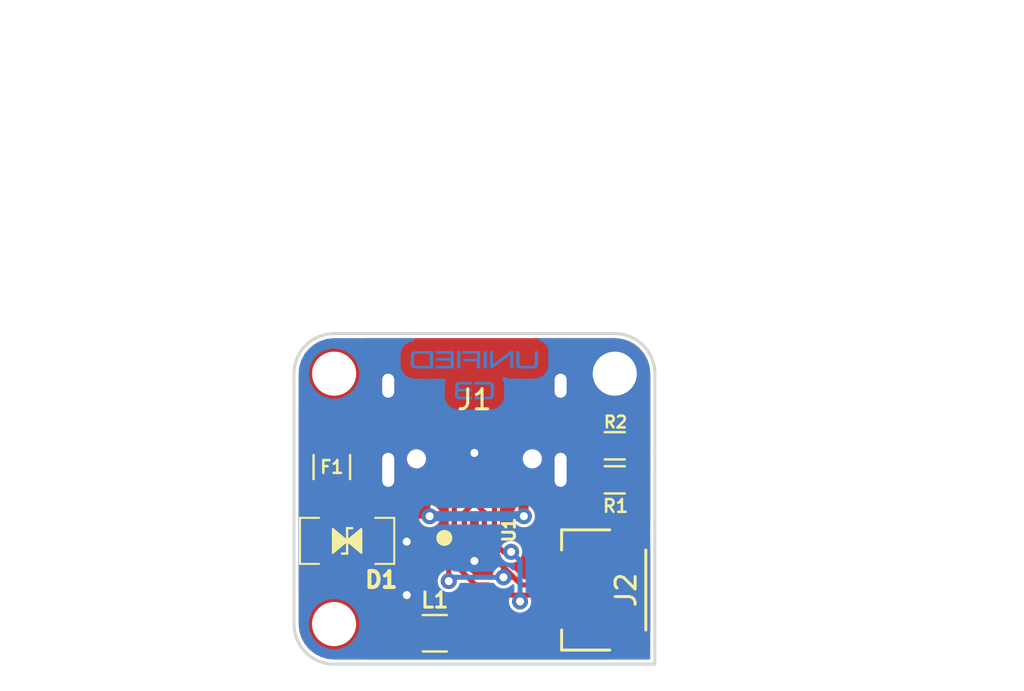
<source format=kicad_pcb>
(kicad_pcb (version 20171130) (host pcbnew "(5.1.4)-1")

  (general
    (thickness 1.6)
    (drawings 18)
    (tracks 126)
    (zones 0)
    (modules 13)
    (nets 11)
  )

  (page User 150.012 150.012)
  (title_block
    (title "Unified Daughterboard")
    (date 2020-03-22)
    (rev C3)
    (company "Designed by the keyboard community")
  )

  (layers
    (0 F.Cu signal)
    (31 B.Cu signal)
    (32 B.Adhes user)
    (33 F.Adhes user)
    (34 B.Paste user)
    (35 F.Paste user)
    (36 B.SilkS user)
    (37 F.SilkS user)
    (38 B.Mask user)
    (39 F.Mask user)
    (40 Dwgs.User user)
    (41 Cmts.User user)
    (42 Eco1.User user)
    (43 Eco2.User user)
    (44 Edge.Cuts user)
    (45 Margin user)
    (46 B.CrtYd user)
    (47 F.CrtYd user)
    (48 B.Fab user)
    (49 F.Fab user)
  )

  (setup
    (last_trace_width 0.254)
    (user_trace_width 0.1524)
    (user_trace_width 0.254)
    (user_trace_width 0.508)
    (trace_clearance 0.127)
    (zone_clearance 0.1524)
    (zone_45_only no)
    (trace_min 0.1524)
    (via_size 0.8)
    (via_drill 0.4)
    (via_min_size 0.4)
    (via_min_drill 0.3)
    (user_via 0.508 0.3048)
    (uvia_size 0.3)
    (uvia_drill 0.1)
    (uvias_allowed no)
    (uvia_min_size 0.2)
    (uvia_min_drill 0.1)
    (edge_width 0.05)
    (segment_width 0.2)
    (pcb_text_width 0.3)
    (pcb_text_size 1.5 1.5)
    (mod_edge_width 0.12)
    (mod_text_size 1 1)
    (mod_text_width 0.15)
    (pad_size 3.500001 3.500001)
    (pad_drill 2.2)
    (pad_to_mask_clearance 0.051)
    (solder_mask_min_width 0.25)
    (aux_axis_origin 0 0)
    (visible_elements 7FFFFF7F)
    (pcbplotparams
      (layerselection 0x310fc_ffffffff)
      (usegerberextensions true)
      (usegerberattributes false)
      (usegerberadvancedattributes false)
      (creategerberjobfile false)
      (excludeedgelayer true)
      (linewidth 0.100000)
      (plotframeref false)
      (viasonmask false)
      (mode 1)
      (useauxorigin false)
      (hpglpennumber 1)
      (hpglpenspeed 20)
      (hpglpendiameter 15.000000)
      (psnegative false)
      (psa4output false)
      (plotreference true)
      (plotvalue true)
      (plotinvisibletext false)
      (padsonsilk false)
      (subtractmaskfromsilk true)
      (outputformat 1)
      (mirror false)
      (drillshape 0)
      (scaleselection 1)
      (outputdirectory "../gerbers-C3"))
  )

  (net 0 "")
  (net 1 GND)
  (net 2 VCC)
  (net 3 GNDPWR)
  (net 4 "Net-(J1-PadB8)")
  (net 5 "Net-(J1-PadA5)")
  (net 6 DA+)
  (net 7 "Net-(J1-PadB5)")
  (net 8 "Net-(J1-PadA8)")
  (net 9 DA-)
  (net 10 VBUS)

  (net_class Default "This is the default net class."
    (clearance 0.127)
    (trace_width 0.254)
    (via_dia 0.8)
    (via_drill 0.4)
    (uvia_dia 0.3)
    (uvia_drill 0.1)
    (add_net DA+)
    (add_net DA-)
    (add_net "Net-(J1-PadA5)")
    (add_net "Net-(J1-PadA8)")
    (add_net "Net-(J1-PadB5)")
    (add_net "Net-(J1-PadB8)")
  )

  (net_class Power ""
    (clearance 0.1524)
    (trace_width 0.508)
    (via_dia 0.8)
    (via_drill 0.4)
    (uvia_dia 0.3)
    (uvia_drill 0.1)
    (add_net GND)
    (add_net GNDPWR)
    (add_net VBUS)
    (add_net VCC)
  )

  (module Unified-Daughterboard-Logo:Unified-Daughterboard-Logo.pretty (layer B.Cu) (tedit 5E789C98) (tstamp 0)
    (at 56.3335 63.954 180)
    (path /00000000-0000-0000-0000-00005e790861)
    (fp_text reference G1 (at 0 0) (layer B.SilkS) hide
      (effects (font (size 1.524 1.524) (thickness 0.3)) (justify mirror))
    )
    (fp_text value Unified-Daughterboard-Logo (at 0.75 0) (layer B.SilkS) hide
      (effects (font (size 1.524 1.524) (thickness 0.3)) (justify mirror))
    )
    (fp_poly (pts (xy 1.319468 -2.630879) (xy 1.321322 -2.636413) (xy 1.32427 -2.645348) (xy 1.328258 -2.657517)
      (xy 1.333233 -2.672755) (xy 1.339141 -2.690897) (xy 1.345929 -2.711779) (xy 1.353543 -2.735235)
      (xy 1.361929 -2.761099) (xy 1.371035 -2.789207) (xy 1.380806 -2.819394) (xy 1.391188 -2.851494)
      (xy 1.40213 -2.885343) (xy 1.413576 -2.920774) (xy 1.425473 -2.957623) (xy 1.437769 -2.995725)
      (xy 1.450408 -3.034915) (xy 1.458619 -3.060383) (xy 1.597242 -3.490443) (xy 2.051086 -3.489838)
      (xy 2.098202 -3.489783) (xy 2.143374 -3.489745) (xy 2.186478 -3.489724) (xy 2.22739 -3.489719)
      (xy 2.265983 -3.489731) (xy 2.302134 -3.489759) (xy 2.335717 -3.489803) (xy 2.366608 -3.489862)
      (xy 2.394682 -3.489936) (xy 2.419813 -3.490025) (xy 2.441878 -3.490128) (xy 2.460751 -3.490245)
      (xy 2.476307 -3.490376) (xy 2.488422 -3.490521) (xy 2.496971 -3.490679) (xy 2.501829 -3.490849)
      (xy 2.50297 -3.490998) (xy 2.501221 -3.492295) (xy 2.496437 -3.495783) (xy 2.488761 -3.50136)
      (xy 2.478334 -3.508924) (xy 2.465299 -3.518372) (xy 2.449797 -3.5296) (xy 2.43197 -3.542507)
      (xy 2.41196 -3.556989) (xy 2.38991 -3.572944) (xy 2.365961 -3.590269) (xy 2.340255 -3.608861)
      (xy 2.312934 -3.628618) (xy 2.284141 -3.649437) (xy 2.254016 -3.671216) (xy 2.222702 -3.69385)
      (xy 2.190342 -3.717239) (xy 2.157076 -3.741279) (xy 2.139525 -3.753961) (xy 2.105815 -3.778319)
      (xy 2.07292 -3.802091) (xy 2.040983 -3.825172) (xy 2.010146 -3.847459) (xy 1.980553 -3.868849)
      (xy 1.952347 -3.889239) (xy 1.92567 -3.908524) (xy 1.900667 -3.926602) (xy 1.87748 -3.943368)
      (xy 1.856252 -3.958721) (xy 1.837126 -3.972555) (xy 1.820245 -3.984767) (xy 1.805753 -3.995255)
      (xy 1.793792 -4.003914) (xy 1.784506 -4.010641) (xy 1.778037 -4.015333) (xy 1.774529 -4.017886)
      (xy 1.773928 -4.018331) (xy 1.773486 -4.018707) (xy 1.773128 -4.01921) (xy 1.7729 -4.01998)
      (xy 1.772845 -4.02116) (xy 1.773009 -4.022894) (xy 1.773436 -4.025323) (xy 1.774173 -4.02859)
      (xy 1.775263 -4.032837) (xy 1.776752 -4.038208) (xy 1.778685 -4.044844) (xy 1.781106 -4.052889)
      (xy 1.784061 -4.062484) (xy 1.787594 -4.073773) (xy 1.791751 -4.086897) (xy 1.796576 -4.101999)
      (xy 1.802115 -4.119223) (xy 1.808412 -4.138709) (xy 1.815512 -4.160602) (xy 1.823461 -4.185043)
      (xy 1.832303 -4.212175) (xy 1.842083 -4.24214) (xy 1.852847 -4.275082) (xy 1.864638 -4.311141)
      (xy 1.877503 -4.350463) (xy 1.891486 -4.393187) (xy 1.906632 -4.439458) (xy 1.910579 -4.451514)
      (xy 1.923592 -4.491276) (xy 1.936281 -4.530056) (xy 1.948592 -4.56769) (xy 1.96047 -4.604014)
      (xy 1.971862 -4.638863) (xy 1.982715 -4.672072) (xy 1.992974 -4.703476) (xy 2.002585 -4.732911)
      (xy 2.011496 -4.760212) (xy 2.019652 -4.785214) (xy 2.026999 -4.807752) (xy 2.033484 -4.827662)
      (xy 2.039053 -4.84478) (xy 2.043652 -4.858939) (xy 2.047227 -4.869977) (xy 2.049726 -4.877727)
      (xy 2.051093 -4.882025) (xy 2.051349 -4.88289) (xy 2.049791 -4.881878) (xy 2.045209 -4.878655)
      (xy 2.03774 -4.873323) (xy 2.027525 -4.865982) (xy 2.014703 -4.856734) (xy 1.999413 -4.845679)
      (xy 1.981793 -4.832918) (xy 1.961984 -4.818553) (xy 1.940124 -4.802685) (xy 1.916353 -4.785414)
      (xy 1.890809 -4.766842) (xy 1.863632 -4.74707) (xy 1.834961 -4.726198) (xy 1.804935 -4.704329)
      (xy 1.773693 -4.681562) (xy 1.741375 -4.657999) (xy 1.708119 -4.633741) (xy 1.684928 -4.616818)
      (xy 1.318498 -4.349382) (xy 1.312176 -4.353857) (xy 1.31002 -4.355418) (xy 1.304843 -4.359183)
      (xy 1.296789 -4.365049) (xy 1.286002 -4.372909) (xy 1.272626 -4.382659) (xy 1.256805 -4.394194)
      (xy 1.238684 -4.407408) (xy 1.218405 -4.422197) (xy 1.196115 -4.438456) (xy 1.171955 -4.456079)
      (xy 1.146072 -4.474961) (xy 1.118608 -4.494997) (xy 1.089708 -4.516082) (xy 1.059515 -4.538111)
      (xy 1.028174 -4.56098) (xy 0.99583 -4.584582) (xy 0.962625 -4.608812) (xy 0.947219 -4.620055)
      (xy 0.913732 -4.644492) (xy 0.881072 -4.668324) (xy 0.849382 -4.691446) (xy 0.818802 -4.713755)
      (xy 0.789476 -4.735148) (xy 0.761544 -4.755522) (xy 0.735149 -4.774773) (xy 0.710433 -4.792797)
      (xy 0.687537 -4.809492) (xy 0.666603 -4.824753) (xy 0.647773 -4.838478) (xy 0.63119 -4.850562)
      (xy 0.616994 -4.860903) (xy 0.605327 -4.869397) (xy 0.596332 -4.875941) (xy 0.590151 -4.880431)
      (xy 0.586924 -4.882764) (xy 0.586467 -4.883087) (xy 0.586397 -4.881727) (xy 0.58742 -4.877177)
      (xy 0.58939 -4.869965) (xy 0.592162 -4.860617) (xy 0.595588 -4.849661) (xy 0.596536 -4.846714)
      (xy 0.598338 -4.841164) (xy 0.601297 -4.832084) (xy 0.605348 -4.819668) (xy 0.610429 -4.804111)
      (xy 0.616476 -4.785605) (xy 0.623425 -4.764347) (xy 0.631213 -4.740528) (xy 0.639776 -4.714344)
      (xy 0.649052 -4.685989) (xy 0.658975 -4.655656) (xy 0.669484 -4.623539) (xy 0.680514 -4.589834)
      (xy 0.692003 -4.554733) (xy 0.703886 -4.51843) (xy 0.7161 -4.481121) (xy 0.728581 -4.442998)
      (xy 0.737582 -4.415511) (xy 0.75263 -4.369542) (xy 0.766496 -4.327157) (xy 0.779223 -4.288218)
      (xy 0.790856 -4.252586) (xy 0.801437 -4.220125) (xy 0.811012 -4.190696) (xy 0.819623 -4.164162)
      (xy 0.827315 -4.140384) (xy 0.834132 -4.119225) (xy 0.840118 -4.100548) (xy 0.845316 -4.084213)
      (xy 0.849771 -4.070083) (xy 0.853527 -4.05802) (xy 0.856627 -4.047888) (xy 0.859115 -4.039546)
      (xy 0.861035 -4.032859) (xy 0.862432 -4.027687) (xy 0.863348 -4.023894) (xy 0.863829 -4.021341)
      (xy 0.863918 -4.01989) (xy 0.863771 -4.019457) (xy 0.861955 -4.018089) (xy 0.857105 -4.014529)
      (xy 0.849363 -4.008881) (xy 0.83887 -4.001246) (xy 0.82577 -3.99173) (xy 0.810203 -3.980433)
      (xy 0.792313 -3.96746) (xy 0.772242 -3.952913) (xy 0.750131 -3.936895) (xy 0.726123 -3.91951)
      (xy 0.70036 -3.900859) (xy 0.672984 -3.881047) (xy 0.644137 -3.860176) (xy 0.613961 -3.838348)
      (xy 0.582599 -3.815668) (xy 0.550192 -3.792237) (xy 0.516884 -3.768159) (xy 0.498635 -3.75497)
      (xy 0.46491 -3.730595) (xy 0.432017 -3.706817) (xy 0.400097 -3.683739) (xy 0.369292 -3.661462)
      (xy 0.339743 -3.640091) (xy 0.311593 -3.619726) (xy 0.284982 -3.600472) (xy 0.260054 -3.58243)
      (xy 0.236949 -3.565704) (xy 0.21581 -3.550395) (xy 0.196778 -3.536607) (xy 0.179994 -3.524442)
      (xy 0.165602 -3.514003) (xy 0.153742 -3.505393) (xy 0.144556 -3.498713) (xy 0.138186 -3.494067)
      (xy 0.134774 -3.491558) (xy 0.13421 -3.491127) (xy 0.135922 -3.490905) (xy 0.141501 -3.490699)
      (xy 0.150896 -3.49051) (xy 0.164055 -3.490337) (xy 0.180927 -3.49018) (xy 0.20146 -3.490041)
      (xy 0.225603 -3.489919) (xy 0.253304 -3.489813) (xy 0.284513 -3.489726) (xy 0.319177 -3.489656)
      (xy 0.357245 -3.489603) (xy 0.398666 -3.489569) (xy 0.443388 -3.489552) (xy 0.49136 -3.489554)
      (xy 0.542531 -3.489574) (xy 0.585794 -3.489604) (xy 1.039338 -3.489969) (xy 1.178432 -3.058732)
      (xy 1.191281 -3.01892) (xy 1.203819 -2.980111) (xy 1.215995 -2.942471) (xy 1.227753 -2.906161)
      (xy 1.239042 -2.871346) (xy 1.249808 -2.838189) (xy 1.259996 -2.806853) (xy 1.269554 -2.777503)
      (xy 1.278429 -2.750301) (xy 1.286567 -2.725412) (xy 1.293915 -2.702998) (xy 1.300418 -2.683223)
      (xy 1.306025 -2.666251) (xy 1.310681 -2.652245) (xy 1.314334 -2.641368) (xy 1.316929 -2.633785)
      (xy 1.318414 -2.629658) (xy 1.318761 -2.628909)) (layer B.Mask) (width 0))
    (fp_poly (pts (xy -1.329876 -2.626778) (xy -1.328025 -2.632058) (xy -1.325081 -2.640741) (xy -1.321098 -2.652664)
      (xy -1.316128 -2.667663) (xy -1.310226 -2.685575) (xy -1.303443 -2.706236) (xy -1.295835 -2.729483)
      (xy -1.287453 -2.755152) (xy -1.278352 -2.78308) (xy -1.268585 -2.813104) (xy -1.258205 -2.845059)
      (xy -1.247266 -2.878782) (xy -1.23582 -2.914109) (xy -1.223922 -2.950878) (xy -1.211624 -2.988925)
      (xy -1.19898 -3.028085) (xy -1.190257 -3.055125) (xy -1.051149 -3.486524) (xy -0.598068 -3.485763)
      (xy -0.556221 -3.485697) (xy -0.515417 -3.485642) (xy -0.47583 -3.485597) (xy -0.43763 -3.485562)
      (xy -0.400992 -3.485538) (xy -0.366086 -3.485524) (xy -0.333086 -3.48552) (xy -0.302165 -3.485526)
      (xy -0.273494 -3.485541) (xy -0.247247 -3.485566) (xy -0.223595 -3.485601) (xy -0.202711 -3.485645)
      (xy -0.184768 -3.485698) (xy -0.169939 -3.485761) (xy -0.158395 -3.485833) (xy -0.150309 -3.485913)
      (xy -0.145854 -3.486002) (xy -0.144986 -3.486067) (xy -0.146551 -3.487297) (xy -0.151152 -3.49072)
      (xy -0.158649 -3.496235) (xy -0.168903 -3.50374) (xy -0.181774 -3.513132) (xy -0.19712 -3.524312)
      (xy -0.214804 -3.537176) (xy -0.234683 -3.551624) (xy -0.256619 -3.567553) (xy -0.280471 -3.584862)
      (xy -0.3061 -3.60345) (xy -0.333366 -3.623214) (xy -0.362127 -3.644054) (xy -0.392245 -3.665867)
      (xy -0.42358 -3.688552) (xy -0.455991 -3.712007) (xy -0.489339 -3.736131) (xy -0.51137 -3.752063)
      (xy -0.545252 -3.77657) (xy -0.578288 -3.800479) (xy -0.610339 -3.823689) (xy -0.641263 -3.846096)
      (xy -0.670921 -3.867599) (xy -0.699173 -3.888097) (xy -0.725879 -3.907488) (xy -0.750899 -3.925669)
      (xy -0.774093 -3.942538) (xy -0.79532 -3.957995) (xy -0.814441 -3.971937) (xy -0.831316 -3.984261)
      (xy -0.845805 -3.994867) (xy -0.857767 -4.003653) (xy -0.867064 -4.010515) (xy -0.873553 -4.015354)
      (xy -0.877097 -4.018066) (xy -0.877754 -4.01864) (xy -0.877155 -4.020595) (xy -0.875404 -4.026071)
      (xy -0.872566 -4.034864) (xy -0.868709 -4.04677) (xy -0.863898 -4.061585) (xy -0.858201 -4.079106)
      (xy -0.851683 -4.099129) (xy -0.844413 -4.121451) (xy -0.836455 -4.145868) (xy -0.827876 -4.172176)
      (xy -0.818744 -4.200172) (xy -0.809124 -4.229652) (xy -0.799084 -4.260413) (xy -0.788689 -4.29225)
      (xy -0.778006 -4.324961) (xy -0.767102 -4.358341) (xy -0.756044 -4.392187) (xy -0.744897 -4.426295)
      (xy -0.733728 -4.460462) (xy -0.722605 -4.494484) (xy -0.711593 -4.528157) (xy -0.700759 -4.561278)
      (xy -0.69017 -4.593644) (xy -0.679891 -4.62505) (xy -0.669991 -4.655292) (xy -0.660534 -4.684168)
      (xy -0.651588 -4.711474) (xy -0.64322 -4.737006) (xy -0.635495 -4.76056) (xy -0.628481 -4.781933)
      (xy -0.622243 -4.800921) (xy -0.616849 -4.81732) (xy -0.612365 -4.830927) (xy -0.608857 -4.841539)
      (xy -0.60842 -4.842858) (xy -0.604769 -4.854127) (xy -0.60176 -4.863921) (xy -0.599542 -4.871718)
      (xy -0.59826 -4.876994) (xy -0.598062 -4.879225) (xy -0.59821 -4.87924) (xy -0.599985 -4.877975)
      (xy -0.604784 -4.874502) (xy -0.612467 -4.868924) (xy -0.622894 -4.861343) (xy -0.635922 -4.851863)
      (xy -0.651412 -4.840586) (xy -0.669223 -4.827614) (xy -0.689214 -4.813049) (xy -0.711243 -4.796996)
      (xy -0.735172 -4.779555) (xy -0.760858 -4.76083) (xy -0.788162 -4.740923) (xy -0.816941 -4.719936)
      (xy -0.847057 -4.697973) (xy -0.878367 -4.675136) (xy -0.910731 -4.651527) (xy -0.944008 -4.627249)
      (xy -0.965289 -4.611723) (xy -1.330061 -4.345567) (xy -1.675525 -4.597708) (xy -1.708673 -4.621901)
      (xy -1.741147 -4.645603) (xy -1.772794 -4.668701) (xy -1.803458 -4.691081) (xy -1.832983 -4.712631)
      (xy -1.861214 -4.733236) (xy -1.887996 -4.752784) (xy -1.913173 -4.77116) (xy -1.936591 -4.788252)
      (xy -1.958094 -4.803947) (xy -1.977526 -4.818131) (xy -1.994732 -4.83069) (xy -2.009558 -4.841511)
      (xy -2.021847 -4.850482) (xy -2.031445 -4.857487) (xy -2.038196 -4.862416) (xy -2.041945 -4.865153)
      (xy -2.042051 -4.86523) (xy -2.049774 -4.870765) (xy -2.056225 -4.875187) (xy -2.060831 -4.878119)
      (xy -2.063017 -4.879183) (xy -2.063118 -4.87911) (xy -2.062518 -4.877135) (xy -2.060751 -4.871601)
      (xy -2.057872 -4.862673) (xy -2.053935 -4.850517) (xy -2.048994 -4.835297) (xy -2.043102 -4.817179)
      (xy -2.036313 -4.796327) (xy -2.028681 -4.772907) (xy -2.02026 -4.747084) (xy -2.011103 -4.719022)
      (xy -2.001266 -4.688887) (xy -1.9908 -4.656844) (xy -1.979761 -4.623058) (xy -1.968202 -4.587694)
      (xy -1.956177 -4.550917) (xy -1.943739 -4.512892) (xy -1.930943 -4.473784) (xy -1.922829 -4.448993)
      (xy -1.90984 -4.409286) (xy -1.897183 -4.370551) (xy -1.884912 -4.332954) (xy -1.873082 -4.29666)
      (xy -1.861745 -4.261836) (xy -1.850954 -4.228646) (xy -1.840764 -4.197256) (xy -1.831228 -4.167832)
      (xy -1.822399 -4.140539) (xy -1.814331 -4.115543) (xy -1.807078 -4.093009) (xy -1.800692 -4.073102)
      (xy -1.795228 -4.055989) (xy -1.790738 -4.041834) (xy -1.787277 -4.030803) (xy -1.784898 -4.023062)
      (xy -1.783654 -4.018776) (xy -1.783477 -4.017927) (xy -1.78513 -4.016567) (xy -1.789819 -4.013015)
      (xy -1.797403 -4.007376) (xy -1.807739 -3.999751) (xy -1.820687 -3.990243) (xy -1.836106 -3.978957)
      (xy -1.853853 -3.965993) (xy -1.873788 -3.951456) (xy -1.89577 -3.935449) (xy -1.919656 -3.918073)
      (xy -1.945306 -3.899432) (xy -1.972579 -3.879629) (xy -2.001333 -3.858767) (xy -2.031426 -3.836948)
      (xy -2.062718 -3.814276) (xy -2.095067 -3.790853) (xy -2.128332 -3.766782) (xy -2.146633 -3.753547)
      (xy -2.18037 -3.729149) (xy -2.213291 -3.705339) (xy -2.245254 -3.682219) (xy -2.276115 -3.659893)
      (xy -2.305733 -3.638465) (xy -2.333964 -3.618038) (xy -2.360664 -3.598714) (xy -2.385693 -3.580598)
      (xy -2.408906 -3.563794) (xy -2.430162 -3.548403) (xy -2.449316 -3.53453) (xy -2.466227 -3.522278)
      (xy -2.480752 -3.51175) (xy -2.492748 -3.50305) (xy -2.502072 -3.496281) (xy -2.508581 -3.491546)
      (xy -2.512132 -3.48895) (xy -2.512766 -3.488476) (xy -2.512981 -3.488131) (xy -2.512634 -3.487813)
      (xy -2.51158 -3.487521) (xy -2.509674 -3.487255) (xy -2.50677 -3.487013) (xy -2.502723 -3.486795)
      (xy -2.497389 -3.486601) (xy -2.490621 -3.486428) (xy -2.482275 -3.486278) (xy -2.472206 -3.486148)
      (xy -2.460267 -3.486039) (xy -2.446315 -3.485949) (xy -2.430204 -3.485878) (xy -2.411788 -3.485824)
      (xy -2.390923 -3.485788) (xy -2.367463 -3.485768) (xy -2.341263 -3.485763) (xy -2.312177 -3.485773)
      (xy -2.280062 -3.485798) (xy -2.244771 -3.485835) (xy -2.206159 -3.485886) (xy -2.164081 -3.485947)
      (xy -2.118392 -3.48602) (xy -2.068946 -3.486103) (xy -2.062929 -3.486114) (xy -1.609174 -3.486894)
      (xy -1.470484 -3.056649) (xy -1.45765 -3.016845) (xy -1.445126 -2.978023) (xy -1.432966 -2.94035)
      (xy -1.421223 -2.90399) (xy -1.409952 -2.869108) (xy -1.399204 -2.835869) (xy -1.389035 -2.804439)
      (xy -1.379497 -2.774981) (xy -1.370644 -2.747663) (xy -1.362529 -2.722647) (xy -1.355206 -2.700101)
      (xy -1.348729 -2.680188) (xy -1.343151 -2.663073) (xy -1.338525 -2.648923) (xy -1.334905 -2.637902)
      (xy -1.332345 -2.630174) (xy -1.330898 -2.625905) (xy -1.33058 -2.625065)) (layer B.Mask) (width 0))
    (fp_poly (pts (xy 3.350374 -0.931266) (xy 3.352212 -0.936766) (xy 3.355143 -0.945666) (xy 3.359116 -0.9578)
      (xy 3.364076 -0.973005) (xy 3.36997 -0.991114) (xy 3.376745 -1.011963) (xy 3.384346 -1.035386)
      (xy 3.392721 -1.061219) (xy 3.401816 -1.089297) (xy 3.411578 -1.119455) (xy 3.421952 -1.151527)
      (xy 3.432886 -1.185349) (xy 3.444327 -1.220756) (xy 3.45622 -1.257582) (xy 3.468512 -1.295663)
      (xy 3.481149 -1.334833) (xy 3.489293 -1.360085) (xy 3.627857 -1.789795) (xy 4.081786 -1.789437)
      (xy 4.123672 -1.789407) (xy 4.164515 -1.789383) (xy 4.204143 -1.789367) (xy 4.242383 -1.789356)
      (xy 4.279063 -1.789352) (xy 4.31401 -1.789354) (xy 4.347053 -1.789361) (xy 4.378019 -1.789375)
      (xy 4.406735 -1.789394) (xy 4.433029 -1.789419) (xy 4.456729 -1.78945) (xy 4.477663 -1.789486)
      (xy 4.495658 -1.789526) (xy 4.510542 -1.789572) (xy 4.522142 -1.789623) (xy 4.530287 -1.789679)
      (xy 4.534803 -1.789739) (xy 4.535714 -1.789783) (xy 4.53415 -1.79098) (xy 4.529548 -1.794368)
      (xy 4.522051 -1.799848) (xy 4.511799 -1.807316) (xy 4.498932 -1.816671) (xy 4.483591 -1.827811)
      (xy 4.465916 -1.840635) (xy 4.446047 -1.855041) (xy 4.424126 -1.870926) (xy 4.400292 -1.888189)
      (xy 4.374687 -1.906729) (xy 4.34745 -1.926444) (xy 4.318722 -1.947231) (xy 4.288643 -1.968988)
      (xy 4.257355 -1.991616) (xy 4.224998 -2.01501) (xy 4.191711 -2.03907) (xy 4.17178 -2.053474)
      (xy 4.137964 -2.077913) (xy 4.104968 -2.101765) (xy 4.072935 -2.124927) (xy 4.042006 -2.147296)
      (xy 4.012323 -2.16877) (xy 3.98403 -2.189244) (xy 3.957268 -2.208617) (xy 3.932179 -2.226784)
      (xy 3.908906 -2.243643) (xy 3.887591 -2.259092) (xy 3.868376 -2.273025) (xy 3.851404 -2.285342)
      (xy 3.836816 -2.295938) (xy 3.824755 -2.304711) (xy 3.815363 -2.311558) (xy 3.808782 -2.316375)
      (xy 3.805154 -2.319059) (xy 3.804463 -2.319596) (xy 3.80414 -2.32009) (xy 3.803975 -2.320952)
      (xy 3.804011 -2.322323) (xy 3.804294 -2.324345) (xy 3.804869 -2.327159) (xy 3.805781 -2.330906)
      (xy 3.807074 -2.33573) (xy 3.808794 -2.34177) (xy 3.810985 -2.349169) (xy 3.813693 -2.358068)
      (xy 3.816962 -2.368609) (xy 3.820838 -2.380934) (xy 3.825364 -2.395184) (xy 3.830587 -2.411501)
      (xy 3.836551 -2.430027) (xy 3.843301 -2.450902) (xy 3.850882 -2.474269) (xy 3.859338 -2.50027)
      (xy 3.868716 -2.529045) (xy 3.879059 -2.560738) (xy 3.890413 -2.595488) (xy 3.902823 -2.633438)
      (xy 3.916332 -2.67473) (xy 3.930988 -2.719505) (xy 3.941883 -2.752785) (xy 3.954894 -2.792536)
      (xy 3.967576 -2.831301) (xy 3.979874 -2.868916) (xy 3.991736 -2.905216) (xy 4.003107 -2.940036)
      (xy 4.013934 -2.973213) (xy 4.024164 -3.004582) (xy 4.033743 -3.033978) (xy 4.042618 -3.061238)
      (xy 4.050735 -3.086197) (xy 4.058041 -3.10869) (xy 4.064483 -3.128554) (xy 4.070006 -3.145624)
      (xy 4.074557 -3.159735) (xy 4.078083 -3.170723) (xy 4.080531 -3.178425) (xy 4.081846 -3.182675)
      (xy 4.082069 -3.183509) (xy 4.080452 -3.182433) (xy 4.075811 -3.179147) (xy 4.068285 -3.173753)
      (xy 4.058014 -3.166351) (xy 4.045137 -3.157044) (xy 4.029793 -3.145933) (xy 4.012124 -3.133119)
      (xy 3.992267 -3.118704) (xy 3.970363 -3.102789) (xy 3.946551 -3.085476) (xy 3.920972 -3.066866)
      (xy 3.893763 -3.04706) (xy 3.865066 -3.026161) (xy 3.83502 -3.00427) (xy 3.803764 -2.981487)
      (xy 3.771438 -2.957915) (xy 3.738182 -2.933655) (xy 3.715659 -2.91722) (xy 3.674989 -2.887543)
      (xy 3.637365 -2.860098) (xy 3.602672 -2.834803) (xy 3.570793 -2.811574) (xy 3.541614 -2.790329)
      (xy 3.515018 -2.770985) (xy 3.49089 -2.75346) (xy 3.469114 -2.737669) (xy 3.449575 -2.723531)
      (xy 3.432157 -2.710963) (xy 3.416746 -2.699881) (xy 3.403224 -2.690203) (xy 3.391476 -2.681846)
      (xy 3.381388 -2.674727) (xy 3.372842 -2.668764) (xy 3.365725 -2.663873) (xy 3.35992 -2.659971)
      (xy 3.355311 -2.656977) (xy 3.351783 -2.654806) (xy 3.349221 -2.653377) (xy 3.347508 -2.652605)
      (xy 3.34653 -2.652409) (xy 3.346317 -2.652474) (xy 3.344425 -2.65382) (xy 3.33951 -2.657374)
      (xy 3.331714 -2.663031) (xy 3.321178 -2.670688) (xy 3.308044 -2.680243) (xy 3.292455 -2.691592)
      (xy 3.274552 -2.704631) (xy 3.254476 -2.719257) (xy 3.23237 -2.735367) (xy 3.208376 -2.752857)
      (xy 3.182634 -2.771624) (xy 3.155288 -2.791565) (xy 3.126479 -2.812576) (xy 3.096348 -2.834555)
      (xy 3.065037 -2.857397) (xy 3.032689 -2.880999) (xy 2.999445 -2.905258) (xy 2.980268 -2.919253)
      (xy 2.946616 -2.94381) (xy 2.913797 -2.967751) (xy 2.881953 -2.990973) (xy 2.851224 -3.013375)
      (xy 2.82175 -3.034855) (xy 2.793673 -3.05531) (xy 2.767132 -3.074638) (xy 2.742268 -3.092736)
      (xy 2.719222 -3.109503) (xy 2.698134 -3.124836) (xy 2.679145 -3.138633) (xy 2.662396 -3.150792)
      (xy 2.648026 -3.16121) (xy 2.636177 -3.169785) (xy 2.626989 -3.176415) (xy 2.620603 -3.180998)
      (xy 2.617159 -3.183431) (xy 2.616565 -3.183817) (xy 2.616084 -3.182302) (xy 2.616529 -3.180388)
      (xy 2.617239 -3.178232) (xy 2.619114 -3.172519) (xy 2.622101 -3.163414) (xy 2.626144 -3.151085)
      (xy 2.631189 -3.135697) (xy 2.637181 -3.117418) (xy 2.644066 -3.096412) (xy 2.65179 -3.072847)
      (xy 2.660297 -3.04689) (xy 2.669534 -3.018705) (xy 2.679445 -2.98846) (xy 2.689977 -2.956321)
      (xy 2.701074 -2.922455) (xy 2.712683 -2.887027) (xy 2.724748 -2.850204) (xy 2.737216 -2.812153)
      (xy 2.750031 -2.773039) (xy 2.757633 -2.749838) (xy 2.773762 -2.700591) (xy 2.788698 -2.65495)
      (xy 2.802477 -2.612802) (xy 2.815135 -2.574033) (xy 2.826709 -2.53853) (xy 2.837234 -2.506179)
      (xy 2.846749 -2.476866) (xy 2.855288 -2.450477) (xy 2.862889 -2.426899) (xy 2.869587 -2.406018)
      (xy 2.87542 -2.38772) (xy 2.880424 -2.371892) (xy 2.884634 -2.358419) (xy 2.888089 -2.347189)
      (xy 2.890823 -2.338086) (xy 2.892874 -2.330999) (xy 2.894278 -2.325812) (xy 2.895072 -2.322412)
      (xy 2.895291 -2.320686) (xy 2.895219 -2.320431) (xy 2.893433 -2.319085) (xy 2.888612 -2.315549)
      (xy 2.880899 -2.309923) (xy 2.870435 -2.302312) (xy 2.857363 -2.292817) (xy 2.841824 -2.281542)
      (xy 2.82396 -2.26859) (xy 2.803913 -2.254063) (xy 2.781826 -2.238064) (xy 2.75784 -2.220696)
      (xy 2.732097 -2.202062) (xy 2.70474 -2.182265) (xy 2.67591 -2.161408) (xy 2.645749 -2.139592)
      (xy 2.614399 -2.116922) (xy 2.582002 -2.0935) (xy 2.5487 -2.069429) (xy 2.5304 -2.056203)
      (xy 2.496663 -2.03182) (xy 2.463751 -2.008028) (xy 2.431807 -1.984931) (xy 2.400973 -1.96263)
      (xy 2.37139 -1.94123) (xy 2.343201 -1.920833) (xy 2.316549 -1.901542) (xy 2.291574 -1.88346)
      (xy 2.26842 -1.866691) (xy 2.247229 -1.851336) (xy 2.228143 -1.8375) (xy 2.211304 -1.825285)
      (xy 2.196854 -1.814794) (xy 2.184936 -1.80613) (xy 2.175691 -1.799396) (xy 2.169262 -1.794695)
      (xy 2.16579 -1.79213) (xy 2.165197 -1.79167) (xy 2.165418 -1.79138) (xy 2.166809 -1.791113)
      (xy 2.169504 -1.790868) (xy 2.173636 -1.790643) (xy 2.179342 -1.79044) (xy 2.186755 -1.790256)
      (xy 2.196011 -1.790091) (xy 2.207243 -1.789944) (xy 2.220586 -1.789816) (xy 2.236175 -1.789704)
      (xy 2.254144 -1.789609) (xy 2.274629 -1.78953) (xy 2.297763 -1.789466) (xy 2.323682 -1.789417)
      (xy 2.352519 -1.789381) (xy 2.38441 -1.789358) (xy 2.419489 -1.789348) (xy 2.45789 -1.78935)
      (xy 2.499749 -1.789363) (xy 2.545199 -1.789386) (xy 2.594376 -1.789419) (xy 2.616573 -1.789436)
      (xy 3.070687 -1.789795) (xy 3.196464 -1.3999) (xy 3.20888 -1.361413) (xy 3.221087 -1.323572)
      (xy 3.233023 -1.286574) (xy 3.244623 -1.250618) (xy 3.255823 -1.2159) (xy 3.266561 -1.182619)
      (xy 3.276771 -1.150971) (xy 3.28639 -1.121155) (xy 3.295355 -1.093368) (xy 3.303602 -1.067808)
      (xy 3.311067 -1.044673) (xy 3.317686 -1.024159) (xy 3.323396 -1.006464) (xy 3.328133 -0.991787)
      (xy 3.331832 -0.980324) (xy 3.334431 -0.972274) (xy 3.335441 -0.969146) (xy 3.339321 -0.957319)
      (xy 3.342845 -0.946931) (xy 3.345827 -0.938496) (xy 3.348083 -0.932533) (xy 3.349427 -0.929558)
      (xy 3.349685 -0.929331)) (layer B.Mask) (width 0))
    (fp_poly (pts (xy -3.355276 -0.92241) (xy -3.353419 -0.927943) (xy -3.350469 -0.936875) (xy -3.34648 -0.94904)
      (xy -3.341506 -0.964272) (xy -3.335599 -0.982406) (xy -3.328815 -1.003275) (xy -3.321207 -1.026715)
      (xy -3.312828 -1.052559) (xy -3.303732 -1.080642) (xy -3.293974 -1.110797) (xy -3.283605 -1.14286)
      (xy -3.272682 -1.176665) (xy -3.261256 -1.212045) (xy -3.249382 -1.248835) (xy -3.237113 -1.28687)
      (xy -3.224504 -1.325983) (xy -3.2171 -1.348959) (xy -3.204315 -1.388634) (xy -3.191839 -1.427335)
      (xy -3.179727 -1.464895) (xy -3.168032 -1.501148) (xy -3.156807 -1.535928) (xy -3.146108 -1.569068)
      (xy -3.135986 -1.600403) (xy -3.126497 -1.629765) (xy -3.117694 -1.656989) (xy -3.109631 -1.681909)
      (xy -3.102361 -1.704358) (xy -3.095938 -1.724169) (xy -3.090417 -1.741177) (xy -3.08585 -1.755215)
      (xy -3.082292 -1.766117) (xy -3.079797 -1.773716) (xy -3.078418 -1.777847) (xy -3.078151 -1.778587)
      (xy -3.077367 -1.77887) (xy -3.075239 -1.779132) (xy -3.071636 -1.779374) (xy -3.066429 -1.779597)
      (xy -3.059485 -1.7798) (xy -3.050675 -1.779985) (xy -3.039866 -1.780153) (xy -3.026928 -1.780305)
      (xy -3.01173 -1.78044) (xy -2.994142 -1.78056) (xy -2.974031 -1.780666) (xy -2.951268 -1.780758)
      (xy -2.925721 -1.780836) (xy -2.89726 -1.780902) (xy -2.865753 -1.780957) (xy -2.831069 -1.781001)
      (xy -2.793078 -1.781034) (xy -2.751649 -1.781058) (xy -2.70665 -1.781073) (xy -2.657951 -1.78108)
      (xy -2.623355 -1.781081) (xy -2.571831 -1.781083) (xy -2.524103 -1.781094) (xy -2.480046 -1.781113)
      (xy -2.439537 -1.781142) (xy -2.402452 -1.781182) (xy -2.368667 -1.781232) (xy -2.338061 -1.781293)
      (xy -2.310507 -1.781367) (xy -2.285884 -1.781453) (xy -2.264067 -1.781553) (xy -2.244933 -1.781667)
      (xy -2.228359 -1.781796) (xy -2.21422 -1.78194) (xy -2.202394 -1.7821) (xy -2.192756 -1.782277)
      (xy -2.185184 -1.782472) (xy -2.179553 -1.782684) (xy -2.17574 -1.782916) (xy -2.173621 -1.783166)
      (xy -2.173074 -1.783437) (xy -2.17311 -1.783472) (xy -2.174976 -1.784829) (xy -2.179876 -1.788378)
      (xy -2.187667 -1.794018) (xy -2.198208 -1.801646) (xy -2.211357 -1.811158) (xy -2.226971 -1.822453)
      (xy -2.244909 -1.835427) (xy -2.265028 -1.849979) (xy -2.287188 -1.866005) (xy -2.311245 -1.883402)
      (xy -2.337058 -1.902068) (xy -2.364485 -1.921901) (xy -2.393383 -1.942797) (xy -2.423611 -1.964654)
      (xy -2.455027 -1.987369) (xy -2.487489 -2.01084) (xy -2.520855 -2.034963) (xy -2.540687 -2.049302)
      (xy -2.905048 -2.312727) (xy -2.897539 -2.335356) (xy -2.892806 -2.34965) (xy -2.887179 -2.366704)
      (xy -2.880721 -2.386316) (xy -2.873499 -2.408288) (xy -2.865577 -2.43242) (xy -2.857021 -2.45851)
      (xy -2.847896 -2.486361) (xy -2.838266 -2.515771) (xy -2.828198 -2.54654) (xy -2.817757 -2.57847)
      (xy -2.807007 -2.611359) (xy -2.796013 -2.645008) (xy -2.784842 -2.679218) (xy -2.773557 -2.713787)
      (xy -2.762225 -2.748517) (xy -2.75091 -2.783207) (xy -2.739678 -2.817658) (xy -2.728593 -2.851669)
      (xy -2.717722 -2.885041) (xy -2.707128 -2.917574) (xy -2.696878 -2.949067) (xy -2.687036 -2.979321)
      (xy -2.677668 -3.008137) (xy -2.668838 -3.035313) (xy -2.660613 -3.06065) (xy -2.653057 -3.083949)
      (xy -2.646234 -3.10501) (xy -2.640212 -3.123631) (xy -2.635054 -3.139614) (xy -2.630826 -3.152759)
      (xy -2.627592 -3.162866) (xy -2.625419 -3.169734) (xy -2.624372 -3.173165) (xy -2.624283 -3.173533)
      (xy -2.62592 -3.172472) (xy -2.630581 -3.169201) (xy -2.638127 -3.163821) (xy -2.648417 -3.156433)
      (xy -2.661312 -3.147139) (xy -2.676672 -3.136041) (xy -2.694357 -3.123239) (xy -2.714229 -3.108836)
      (xy -2.736146 -3.092932) (xy -2.759969 -3.075629) (xy -2.785558 -3.057029) (xy -2.812774 -3.037233)
      (xy -2.841477 -3.016343) (xy -2.871527 -2.994459) (xy -2.902784 -2.971684) (xy -2.935109 -2.948118)
      (xy -2.968362 -2.923864) (xy -2.990663 -2.907591) (xy -3.356205 -2.640812) (xy -3.362586 -2.645322)
      (xy -3.364748 -2.646885) (xy -3.36993 -2.650654) (xy -3.37799 -2.656523) (xy -3.388783 -2.664387)
      (xy -3.402164 -2.674141) (xy -3.417992 -2.685679) (xy -3.43612 -2.698898) (xy -3.456405 -2.713692)
      (xy -3.478704 -2.729956) (xy -3.502872 -2.747584) (xy -3.528765 -2.766473) (xy -3.556239 -2.786516)
      (xy -3.58515 -2.807609) (xy -3.615354 -2.829647) (xy -3.646708 -2.852525) (xy -3.679067 -2.876137)
      (xy -3.712287 -2.900379) (xy -3.72811 -2.911926) (xy -3.761601 -2.936364) (xy -3.794255 -2.960186)
      (xy -3.825931 -2.98329) (xy -3.856487 -3.005571) (xy -3.885784 -3.026928) (xy -3.913679 -3.047258)
      (xy -3.940032 -3.066459) (xy -3.964701 -3.084427) (xy -3.987546 -3.10106) (xy -4.008425 -3.116255)
      (xy -4.027198 -3.129909) (xy -4.043723 -3.141921) (xy -4.057859 -3.152186) (xy -4.069465 -3.160603)
      (xy -4.0784 -3.167068) (xy -4.084523 -3.17148) (xy -4.087693 -3.173734) (xy -4.088126 -3.174021)
      (xy -4.089 -3.172579) (xy -4.089 -3.172565) (xy -4.088399 -3.170594) (xy -4.086632 -3.165065)
      (xy -4.083753 -3.156141) (xy -4.079816 -3.143989) (xy -4.074874 -3.128773) (xy -4.068982 -3.110658)
      (xy -4.062192 -3.08981) (xy -4.05456 -3.066392) (xy -4.046139 -3.040571) (xy -4.036982 -3.012511)
      (xy -4.027143 -2.982377) (xy -4.016677 -2.950335) (xy -4.005637 -2.916549) (xy -3.994078 -2.881184)
      (xy -3.982051 -2.844405) (xy -3.969613 -2.806378) (xy -3.956816 -2.767266) (xy -3.948654 -2.742328)
      (xy -3.93323 -2.695203) (xy -3.918981 -2.651659) (xy -3.905862 -2.611554) (xy -3.893828 -2.574744)
      (xy -3.882833 -2.541088) (xy -3.872832 -2.510441) (xy -3.863781 -2.482663) (xy -3.855634 -2.457609)
      (xy -3.848347 -2.435137) (xy -3.841873 -2.415106) (xy -3.836168 -2.397371) (xy -3.831187 -2.38179)
      (xy -3.826884 -2.36822) (xy -3.823215 -2.35652) (xy -3.820135 -2.346545) (xy -3.817598 -2.338154)
      (xy -3.815558 -2.331204) (xy -3.813972 -2.325552) (xy -3.812794 -2.321055) (xy -3.811979 -2.31757)
      (xy -3.811481 -2.314956) (xy -3.811256 -2.313069) (xy -3.811259 -2.311767) (xy -3.811444 -2.310906)
      (xy -3.811766 -2.310345) (xy -3.811995 -2.310103) (xy -3.813907 -2.308649) (xy -3.818853 -2.305005)
      (xy -3.826691 -2.299274) (xy -3.837278 -2.291561) (xy -3.85047 -2.281968) (xy -3.866124 -2.2706)
      (xy -3.884099 -2.257559) (xy -3.90425 -2.242949) (xy -3.926435 -2.226874) (xy -3.950511 -2.209438)
      (xy -3.976335 -2.190743) (xy -4.003764 -2.170894) (xy -4.032655 -2.149994) (xy -4.062866 -2.128146)
      (xy -4.094253 -2.105454) (xy -4.126673 -2.082022) (xy -4.159984 -2.057953) (xy -4.177167 -2.04554)
      (xy -4.210847 -2.021209) (xy -4.243695 -1.997477) (xy -4.275568 -1.974445) (xy -4.306326 -1.952216)
      (xy -4.335825 -1.930893) (xy -4.363925 -1.910579) (xy -4.390483 -1.891376) (xy -4.415357 -1.873387)
      (xy -4.438405 -1.856715) (xy -4.459485 -1.841462) (xy -4.478456 -1.827732) (xy -4.495175 -1.815626)
      (xy -4.509501 -1.805247) (xy -4.521291 -1.796699) (xy -4.530403 -1.790083) (xy -4.536696 -1.785503)
      (xy -4.540028 -1.783061) (xy -4.540543 -1.78267) (xy -4.538802 -1.782493) (xy -4.533276 -1.782322)
      (xy -4.524098 -1.782161) (xy -4.511401 -1.782007) (xy -4.495319 -1.781864) (xy -4.475984 -1.781729)
      (xy -4.453531 -1.781605) (xy -4.428092 -1.781492) (xy -4.399801 -1.78139) (xy -4.368791 -1.781299)
      (xy -4.335195 -1.781221) (xy -4.299147 -1.781155) (xy -4.260779 -1.781103) (xy -4.220226 -1.781063)
      (xy -4.17762 -1.781038) (xy -4.133094 -1.781028) (xy -4.088931 -1.781032) (xy -3.635429 -1.781142)
      (xy -3.496345 -1.350094) (xy -3.483494 -1.310291) (xy -3.470954 -1.271491) (xy -3.458776 -1.23386)
      (xy -3.447015 -1.197559) (xy -3.435724 -1.162752) (xy -3.424956 -1.129604) (xy -3.414765 -1.098278)
      (xy -3.405204 -1.068937) (xy -3.396327 -1.041744) (xy -3.388187 -1.016864) (xy -3.380838 -0.994459)
      (xy -3.374332 -0.974694) (xy -3.368724 -0.957732) (xy -3.364067 -0.943736) (xy -3.360413 -0.932871)
      (xy -3.357818 -0.925298) (xy -3.356334 -0.921183) (xy -3.355987 -0.920442)) (layer B.Mask) (width 0))
    (fp_poly (pts (xy 3.812917 1.676202) (xy 3.814754 1.670958) (xy 3.817684 1.662311) (xy 3.821654 1.650423)
      (xy 3.826611 1.63546) (xy 3.8325 1.617583) (xy 3.83927 1.596956) (xy 3.846867 1.573744)
      (xy 3.855237 1.548109) (xy 3.864327 1.520214) (xy 3.874083 1.490224) (xy 3.884453 1.458301)
      (xy 3.895383 1.424609) (xy 3.90682 1.389312) (xy 3.91871 1.352573) (xy 3.931 1.314555)
      (xy 3.943637 1.275422) (xy 3.952198 1.248887) (xy 3.965041 1.209072) (xy 3.977569 1.170245)
      (xy 3.98973 1.132569) (xy 4.001469 1.096211) (xy 4.012734 1.061334) (xy 4.023472 1.028103)
      (xy 4.033628 0.996683) (xy 4.04315 0.967239) (xy 4.051985 0.939935) (xy 4.060079 0.914935)
      (xy 4.067379 0.892405) (xy 4.073831 0.872509) (xy 4.079383 0.855411) (xy 4.083981 0.841277)
      (xy 4.087572 0.830271) (xy 4.090102 0.822557) (xy 4.091518 0.8183) (xy 4.091817 0.817465)
      (xy 4.093814 0.8174) (xy 4.099556 0.817338) (xy 4.108871 0.817278) (xy 4.121586 0.817221)
      (xy 4.137529 0.817168) (xy 4.156526 0.817118) (xy 4.178405 0.817071) (xy 4.202993 0.817028)
      (xy 4.230116 0.81699) (xy 4.259603 0.816956) (xy 4.29128 0.816926) (xy 4.324975 0.816901)
      (xy 4.360514 0.816882) (xy 4.397726 0.816867) (xy 4.436437 0.816858) (xy 4.476473 0.816855)
      (xy 4.517664 0.816857) (xy 4.545804 0.816862) (xy 4.595785 0.816872) (xy 4.641992 0.816877)
      (xy 4.684569 0.816876) (xy 4.723659 0.816867) (xy 4.759405 0.816851) (xy 4.791954 0.816826)
      (xy 4.821447 0.816791) (xy 4.848029 0.816746) (xy 4.871844 0.816689) (xy 4.893036 0.816619)
      (xy 4.911749 0.816536) (xy 4.928127 0.816439) (xy 4.942313 0.816326) (xy 4.954453 0.816197)
      (xy 4.964688 0.816051) (xy 4.973165 0.815886) (xy 4.980026 0.815703) (xy 4.985415 0.815499)
      (xy 4.989477 0.815275) (xy 4.992355 0.815029) (xy 4.994193 0.81476) (xy 4.995136 0.814468)
      (xy 4.995326 0.814151) (xy 4.995164 0.813966) (xy 4.993231 0.812553) (xy 4.988265 0.808947)
      (xy 4.98041 0.803252) (xy 4.969807 0.795571) (xy 4.9566 0.786007) (xy 4.940932 0.774663)
      (xy 4.922944 0.761644) (xy 4.902781 0.747052) (xy 4.880584 0.73099) (xy 4.856497 0.713563)
      (xy 4.830661 0.694872) (xy 4.803221 0.675022) (xy 4.774319 0.654116) (xy 4.744098 0.632256)
      (xy 4.712699 0.609547) (xy 4.680267 0.586092) (xy 4.646944 0.561994) (xy 4.629038 0.549046)
      (xy 4.59534 0.524671) (xy 4.562481 0.50089) (xy 4.530604 0.477805) (xy 4.499849 0.45552)
      (xy 4.470358 0.434137) (xy 4.442273 0.413759) (xy 4.415734 0.394489) (xy 4.390882 0.376429)
      (xy 4.36786 0.359683) (xy 4.346807 0.344353) (xy 4.327867 0.330542) (xy 4.311179 0.318353)
      (xy 4.296885 0.307888) (xy 4.285126 0.299251) (xy 4.276044 0.292544) (xy 4.26978 0.287869)
      (xy 4.266475 0.285331) (xy 4.265971 0.284884) (xy 4.266492 0.28284) (xy 4.268182 0.277238)
      (xy 4.270987 0.268244) (xy 4.274854 0.256023) (xy 4.279728 0.24074) (xy 4.285557 0.222562)
      (xy 4.292287 0.201653) (xy 4.299864 0.178179) (xy 4.308235 0.152304) (xy 4.317346 0.124196)
      (xy 4.327144 0.094018) (xy 4.337575 0.061937) (xy 4.348586 0.028117) (xy 4.360122 -0.007275)
      (xy 4.372131 -0.044075) (xy 4.384559 -0.082117) (xy 4.397353 -0.121235) (xy 4.405432 -0.145918)
      (xy 4.41842 -0.185602) (xy 4.431077 -0.224301) (xy 4.443347 -0.26185) (xy 4.455178 -0.298086)
      (xy 4.466516 -0.332842) (xy 4.477308 -0.365955) (xy 4.487501 -0.397259) (xy 4.49704 -0.42659)
      (xy 4.505872 -0.453784) (xy 4.513945 -0.478675) (xy 4.521203 -0.501098) (xy 4.527595 -0.52089)
      (xy 4.533066 -0.537885) (xy 4.537563 -0.551918) (xy 4.541032 -0.562825) (xy 4.54342 -0.570441)
      (xy 4.544674 -0.574601) (xy 4.544857 -0.575374) (xy 4.543215 -0.574318) (xy 4.538549 -0.571052)
      (xy 4.530999 -0.565676) (xy 4.520705 -0.558293) (xy 4.507807 -0.549003) (xy 4.492444 -0.537908)
      (xy 4.474758 -0.52511) (xy 4.454886 -0.51071) (xy 4.43297 -0.49481) (xy 4.409148 -0.47751)
      (xy 4.383562 -0.458913) (xy 4.35635 -0.439121) (xy 4.327653 -0.418233) (xy 4.29761 -0.396353)
      (xy 4.266361 -0.373581) (xy 4.234047 -0.35002) (xy 4.200806 -0.32577) (xy 4.178842 -0.309738)
      (xy 4.145068 -0.28509) (xy 4.112125 -0.261061) (xy 4.080155 -0.237753) (xy 4.049296 -0.215268)
      (xy 4.019688 -0.193707) (xy 3.991473 -0.173171) (xy 3.96479 -0.153764) (xy 3.939779 -0.135586)
      (xy 3.91658 -0.118739) (xy 3.895333 -0.103326) (xy 3.876179 -0.089446) (xy 3.859258 -0.077204)
      (xy 3.844709 -0.066699) (xy 3.832673 -0.058034) (xy 3.82329 -0.05131) (xy 3.8167 -0.04663)
      (xy 3.813043 -0.044095) (xy 3.812306 -0.043645) (xy 3.810614 -0.044825) (xy 3.805898 -0.048213)
      (xy 3.798299 -0.053708) (xy 3.787957 -0.061207) (xy 3.775011 -0.070608) (xy 3.759604 -0.081808)
      (xy 3.741875 -0.094706) (xy 3.721964 -0.109199) (xy 3.700013 -0.125185) (xy 3.676161 -0.142561)
      (xy 3.650549 -0.161225) (xy 3.623317 -0.181075) (xy 3.594606 -0.202009) (xy 3.564557 -0.223924)
      (xy 3.533309 -0.246718) (xy 3.501004 -0.270289) (xy 3.467781 -0.294534) (xy 3.447187 -0.309565)
      (xy 3.413471 -0.334174) (xy 3.380583 -0.358172) (xy 3.348666 -0.381457) (xy 3.317859 -0.403927)
      (xy 3.288303 -0.425479) (xy 3.260139 -0.44601) (xy 3.233507 -0.46542) (xy 3.208548 -0.483604)
      (xy 3.185403 -0.500461) (xy 3.164212 -0.515888) (xy 3.145116 -0.529783) (xy 3.128256 -0.542043)
      (xy 3.113772 -0.552566) (xy 3.101804 -0.56125) (xy 3.092494 -0.567992) (xy 3.085981 -0.57269)
      (xy 3.082407 -0.575241) (xy 3.081731 -0.5757) (xy 3.080024 -0.575373) (xy 3.079976 -0.575099)
      (xy 3.080577 -0.573148) (xy 3.082344 -0.567637) (xy 3.085223 -0.558733) (xy 3.089162 -0.5466)
      (xy 3.094104 -0.531403) (xy 3.099998 -0.513308) (xy 3.106788 -0.492479) (xy 3.114421 -0.469081)
      (xy 3.122844 -0.443279) (xy 3.132001 -0.415239) (xy 3.14184 -0.385125) (xy 3.152307 -0.353103)
      (xy 3.163347 -0.319337) (xy 3.174906 -0.283992) (xy 3.186932 -0.247234) (xy 3.19937 -0.209227)
      (xy 3.212166 -0.170136) (xy 3.220188 -0.145634) (xy 3.233176 -0.105947) (xy 3.245831 -0.067233)
      (xy 3.2581 -0.029658) (xy 3.269929 0.006612) (xy 3.281265 0.041412) (xy 3.292054 0.074577)
      (xy 3.302243 0.105941) (xy 3.311777 0.135338) (xy 3.320604 0.162604) (xy 3.32867 0.187571)
      (xy 3.335921 0.210076) (xy 3.342305 0.229951) (xy 3.347766 0.247033) (xy 3.352252 0.261155)
      (xy 3.355709 0.272152) (xy 3.358084 0.279858) (xy 3.359323 0.284107) (xy 3.359497 0.284932)
      (xy 3.357847 0.286282) (xy 3.353161 0.289823) (xy 3.345579 0.295453) (xy 3.335243 0.303068)
      (xy 3.322293 0.312566) (xy 3.30687 0.323844) (xy 3.289116 0.336801) (xy 3.269171 0.351333)
      (xy 3.247176 0.367338) (xy 3.223272 0.384714) (xy 3.197601 0.403357) (xy 3.170303 0.423166)
      (xy 3.141519 0.444037) (xy 3.111389 0.465869) (xy 3.080056 0.488559) (xy 3.04766 0.512004)
      (xy 3.014342 0.536101) (xy 2.994458 0.550475) (xy 2.960657 0.574907) (xy 2.927687 0.598742)
      (xy 2.89569 0.621876) (xy 2.864807 0.644207) (xy 2.835179 0.665634) (xy 2.806948 0.686053)
      (xy 2.780255 0.705363) (xy 2.755242 0.723461) (xy 2.73205 0.740245) (xy 2.710821 0.755612)
      (xy 2.691695 0.76946) (xy 2.674815 0.781687) (xy 2.660321 0.79219) (xy 2.648355 0.800868)
      (xy 2.639059 0.807617) (xy 2.632573 0.812335) (xy 2.62904 0.814921) (xy 2.628398 0.815404)
      (xy 2.630137 0.815578) (xy 2.635656 0.815744) (xy 2.644817 0.815902) (xy 2.657482 0.816051)
      (xy 2.673512 0.81619) (xy 2.692769 0.81632) (xy 2.715114 0.816439) (xy 2.74041 0.816547)
      (xy 2.768518 0.816643) (xy 2.799299 0.816728) (xy 2.832616 0.816801) (xy 2.86833 0.81686)
      (xy 2.906303 0.816907) (xy 2.946396 0.81694) (xy 2.988471 0.816958) (xy 3.03239 0.816962)
      (xy 3.078014 0.81695) (xy 3.079973 0.81695) (xy 3.12971 0.816929) (xy 3.175678 0.816913)
      (xy 3.218026 0.816902) (xy 3.256901 0.816897) (xy 3.292453 0.816899) (xy 3.324831 0.81691)
      (xy 3.354183 0.81693) (xy 3.380659 0.816961) (xy 3.404407 0.817004) (xy 3.425576 0.817059)
      (xy 3.444316 0.817129) (xy 3.460774 0.817213) (xy 3.4751 0.817313) (xy 3.487443 0.817431)
      (xy 3.497951 0.817567) (xy 3.506773 0.817723) (xy 3.514059 0.817899) (xy 3.519957 0.818097)
      (xy 3.524615 0.818317) (xy 3.528184 0.818561) (xy 3.530811 0.818831) (xy 3.532645 0.819126)
      (xy 3.533836 0.819448) (xy 3.534532 0.819799) (xy 3.534882 0.820179) (xy 3.534949 0.820315)
      (xy 3.535679 0.822487) (xy 3.537558 0.828221) (xy 3.54053 0.837351) (xy 3.544542 0.84971)
      (xy 3.54954 0.865131) (xy 3.555469 0.883446) (xy 3.562277 0.904489) (xy 3.569908 0.928092)
      (xy 3.57831 0.95409) (xy 3.587427 0.982314) (xy 3.597206 1.012597) (xy 3.607594 1.044773)
      (xy 3.618535 1.078675) (xy 3.629977 1.114136) (xy 3.641865 1.150988) (xy 3.654145 1.189065)
      (xy 3.666764 1.228199) (xy 3.673796 1.250015) (xy 3.686569 1.289632) (xy 3.699031 1.328268)
      (xy 3.711126 1.365757) (xy 3.722802 1.401934) (xy 3.734005 1.436632) (xy 3.744682 1.469685)
      (xy 3.754778 1.500927) (xy 3.764239 1.530193) (xy 3.773013 1.557315) (xy 3.781045 1.582128)
      (xy 3.788281 1.604466) (xy 3.794669 1.624163) (xy 3.800153 1.641053) (xy 3.804681 1.654969)
      (xy 3.808199 1.665746) (xy 3.810652 1.673218) (xy 3.811988 1.677218) (xy 3.812227 1.677879)) (layer B.Mask) (width 0))
    (fp_poly (pts (xy -3.81206 1.687042) (xy -3.81023 1.681637) (xy -3.807305 1.672831) (xy -3.80334 1.660787)
      (xy -3.798388 1.64567) (xy -3.792502 1.627644) (xy -3.785734 1.606873) (xy -3.77814 1.583521)
      (xy -3.769771 1.557753) (xy -3.760681 1.529732) (xy -3.750924 1.499623) (xy -3.740552 1.46759)
      (xy -3.729619 1.433797) (xy -3.718179 1.398409) (xy -3.706284 1.361589) (xy -3.693988 1.323502)
      (xy -3.681345 1.284312) (xy -3.672705 1.257518) (xy -3.533646 0.826165) (xy -3.079045 0.827415)
      (xy -3.027396 0.827553) (xy -2.979543 0.827672) (xy -2.935363 0.827773) (xy -2.894734 0.827854)
      (xy -2.857534 0.827916) (xy -2.823639 0.827958) (xy -2.792928 0.82798) (xy -2.765278 0.827982)
      (xy -2.740566 0.827962) (xy -2.71867 0.827922) (xy -2.699468 0.82786) (xy -2.682836 0.827776)
      (xy -2.668652 0.82767) (xy -2.656795 0.827542) (xy -2.64714 0.827392) (xy -2.639566 0.827218)
      (xy -2.633951 0.827021) (xy -2.630171 0.826801) (xy -2.628105 0.826557) (xy -2.627629 0.826288)
      (xy -2.627651 0.826269) (xy -2.629516 0.824914) (xy -2.634415 0.821366) (xy -2.642207 0.815728)
      (xy -2.652748 0.808103) (xy -2.665897 0.798592) (xy -2.681513 0.7873) (xy -2.699452 0.774328)
      (xy -2.719574 0.75978) (xy -2.741737 0.743757) (xy -2.765797 0.726362) (xy -2.791614 0.707698)
      (xy -2.819046 0.687868) (xy -2.84795 0.666974) (xy -2.878184 0.64512) (xy -2.909607 0.622406)
      (xy -2.942077 0.598937) (xy -2.975452 0.574815) (xy -2.995462 0.560352) (xy -3.029267 0.535909)
      (xy -3.062225 0.512061) (xy -3.094197 0.488908) (xy -3.125042 0.466554) (xy -3.154618 0.4451)
      (xy -3.182787 0.424649) (xy -3.209407 0.405304) (xy -3.234339 0.387166) (xy -3.25744 0.370339)
      (xy -3.278572 0.354923) (xy -3.297594 0.341023) (xy -3.314364 0.328739) (xy -3.328743 0.318175)
      (xy -3.340591 0.309433) (xy -3.349766 0.302615) (xy -3.356129 0.297823) (xy -3.359539 0.29516)
      (xy -3.360109 0.294627) (xy -3.359511 0.292586) (xy -3.357747 0.286988) (xy -3.354871 0.277996)
      (xy -3.350935 0.265778) (xy -3.345995 0.250499) (xy -3.340104 0.232323) (xy -3.333315 0.211418)
      (xy -3.325684 0.187947) (xy -3.317263 0.162078) (xy -3.308107 0.133975) (xy -3.298269 0.103803)
      (xy -3.287804 0.07173) (xy -3.276765 0.037919) (xy -3.265207 0.002537) (xy -3.253183 -0.034251)
      (xy -3.240746 -0.072279) (xy -3.227952 -0.111382) (xy -3.220079 -0.135433) (xy -3.2071 -0.175093)
      (xy -3.194449 -0.213773) (xy -3.18218 -0.251307) (xy -3.170349 -0.28753) (xy -3.159007 -0.322277)
      (xy -3.148209 -0.355383) (xy -3.138008 -0.386682) (xy -3.128458 -0.41601) (xy -3.119614 -0.443201)
      (xy -3.111528 -0.468091) (xy -3.104254 -0.490513) (xy -3.097846 -0.510304) (xy -3.092358 -0.527296)
      (xy -3.087844 -0.541327) (xy -3.084356 -0.552229) (xy -3.081949 -0.559839) (xy -3.080677 -0.563991)
      (xy -3.080481 -0.564754) (xy -3.082084 -0.563752) (xy -3.086711 -0.560538) (xy -3.094222 -0.555215)
      (xy -3.104478 -0.547883) (xy -3.117338 -0.538643) (xy -3.132665 -0.527598) (xy -3.150317 -0.514847)
      (xy -3.170155 -0.500492) (xy -3.19204 -0.484635) (xy -3.215831 -0.467377) (xy -3.24139 -0.448818)
      (xy -3.268577 -0.429061) (xy -3.297251 -0.408205) (xy -3.327274 -0.386354) (xy -3.358506 -0.363606)
      (xy -3.390807 -0.340065) (xy -3.424037 -0.315831) (xy -3.446059 -0.299763) (xy -3.479837 -0.275116)
      (xy -3.512785 -0.251085) (xy -3.544761 -0.227771) (xy -3.575627 -0.205277) (xy -3.605241 -0.183704)
      (xy -3.633464 -0.163154) (xy -3.660155 -0.14373) (xy -3.685175 -0.125532) (xy -3.708382 -0.108663)
      (xy -3.729637 -0.093225) (xy -3.748799 -0.07932) (xy -3.765728 -0.067049) (xy -3.780284 -0.056514)
      (xy -3.792327 -0.047818) (xy -3.801717 -0.041063) (xy -3.808313 -0.036349) (xy -3.811975 -0.03378)
      (xy -3.812714 -0.033308) (xy -3.814418 -0.034446) (xy -3.819146 -0.037794) (xy -3.826757 -0.04325)
      (xy -3.83711 -0.05071) (xy -3.850066 -0.060072) (xy -3.865482 -0.071236) (xy -3.88322 -0.084098)
      (xy -3.903138 -0.098557) (xy -3.925096 -0.11451) (xy -3.948952 -0.131855) (xy -3.974568 -0.150489)
      (xy -4.001801 -0.170312) (xy -4.030512 -0.191221) (xy -4.06056 -0.213112) (xy -4.091805 -0.235886)
      (xy -4.124105 -0.259438) (xy -4.15732 -0.283668) (xy -4.177637 -0.298493) (xy -4.211352 -0.323097)
      (xy -4.244244 -0.347098) (xy -4.276172 -0.370393) (xy -4.306994 -0.392878) (xy -4.336569 -0.414452)
      (xy -4.364756 -0.435011) (xy -4.391414 -0.454452) (xy -4.416403 -0.472673) (xy -4.439579 -0.48957)
      (xy -4.460804 -0.50504) (xy -4.479935 -0.518982) (xy -4.496831 -0.531292) (xy -4.511351 -0.541866)
      (xy -4.523355 -0.550603) (xy -4.5327 -0.557399) (xy -4.539247 -0.562151) (xy -4.542853 -0.564757)
      (xy -4.543545 -0.565246) (xy -4.545216 -0.565544) (xy -4.545045 -0.562827) (xy -4.544869 -0.562114)
      (xy -4.544154 -0.559837) (xy -4.542273 -0.554004) (xy -4.539283 -0.544783) (xy -4.535236 -0.53234)
      (xy -4.530188 -0.516842) (xy -4.524194 -0.498458) (xy -4.517308 -0.477355) (xy -4.509585 -0.4537)
      (xy -4.50108 -0.427661) (xy -4.491847 -0.399404) (xy -4.481941 -0.369098) (xy -4.471417 -0.336911)
      (xy -4.460329 -0.303008) (xy -4.448732 -0.267558) (xy -4.436681 -0.230729) (xy -4.424231 -0.192687)
      (xy -4.411436 -0.1536) (xy -4.404495 -0.1324) (xy -4.391553 -0.092864) (xy -4.378936 -0.054303)
      (xy -4.3667 -0.016885) (xy -4.354896 0.019225) (xy -4.343581 0.053862) (xy -4.332808 0.086858)
      (xy -4.322631 0.118047) (xy -4.313104 0.147265) (xy -4.304282 0.174343) (xy -4.296217 0.199118)
      (xy -4.288966 0.221422) (xy -4.28258 0.241089) (xy -4.277116 0.257954) (xy -4.272626 0.271849)
      (xy -4.269165 0.28261) (xy -4.266786 0.29007) (xy -4.265545 0.294064) (xy -4.265367 0.294721)
      (xy -4.266935 0.296048) (xy -4.271541 0.299565) (xy -4.279044 0.305171) (xy -4.289303 0.312762)
      (xy -4.302178 0.322237) (xy -4.317529 0.333493) (xy -4.335215 0.346428) (xy -4.355096 0.36094)
      (xy -4.37703 0.376926) (xy -4.400879 0.394284) (xy -4.426501 0.412911) (xy -4.453756 0.432706)
      (xy -4.482503 0.453566) (xy -4.512602 0.475388) (xy -4.543913 0.498071) (xy -4.576295 0.521512)
      (xy -4.609607 0.545609) (xy -4.63 0.560352) (xy -4.663841 0.584811) (xy -4.69686 0.608677)
      (xy -4.728917 0.631848) (xy -4.759868 0.654221) (xy -4.789573 0.675693) (xy -4.817889 0.696161)
      (xy -4.844674 0.715524) (xy -4.869786 0.733678) (xy -4.893084 0.750521) (xy -4.914424 0.76595)
      (xy -4.933667 0.779862) (xy -4.950668 0.792155) (xy -4.965287 0.802727) (xy -4.977382 0.811474)
      (xy -4.98681 0.818294) (xy -4.993429 0.823085) (xy -4.997098 0.825743) (xy -4.997821 0.826269)
      (xy -4.99745 0.826539) (xy -4.995497 0.826785) (xy -4.991839 0.827007) (xy -4.986354 0.827206)
      (xy -4.978918 0.827381) (xy -4.96941 0.827533) (xy -4.957708 0.827663) (xy -4.943687 0.82777)
      (xy -4.927227 0.827855) (xy -4.908204 0.827918) (xy -4.886496 0.82796) (xy -4.861981 0.827981)
      (xy -4.834535 0.827981) (xy -4.804037 0.82796) (xy -4.770364 0.82792) (xy -4.733393 0.827859)
      (xy -4.693002 0.827779) (xy -4.649068 0.82768) (xy -4.601469 0.827562) (xy -4.550083 0.827425)
      (xy -4.546468 0.827415) (xy -4.091896 0.826165) (xy -3.952809 1.257528) (xy -3.93996 1.297365)
      (xy -3.927423 1.336209) (xy -3.915251 1.373895) (xy -3.903499 1.410261) (xy -3.892218 1.44514)
      (xy -3.881462 1.47837) (xy -3.871286 1.509785) (xy -3.861741 1.539222) (xy -3.852881 1.566517)
      (xy -3.84476 1.591506) (xy -3.837431 1.614023) (xy -3.830947 1.633906) (xy -3.825362 1.65099)
      (xy -3.820728 1.66511) (xy -3.8171 1.676104) (xy -3.81453 1.683805) (xy -3.813071 1.688051)
      (xy -3.812743 1.68888)) (layer B.Mask) (width 0))
    (fp_poly (pts (xy 2.493027 3.970053) (xy 2.494852 3.964587) (xy 2.497751 3.955788) (xy 2.501661 3.943853)
      (xy 2.506515 3.928982) (xy 2.512252 3.911372) (xy 2.518807 3.891222) (xy 2.526115 3.868729)
      (xy 2.534113 3.844091) (xy 2.542736 3.817508) (xy 2.55192 3.789176) (xy 2.561602 3.759295)
      (xy 2.571718 3.728062) (xy 2.582202 3.695675) (xy 2.592991 3.662333) (xy 2.604022 3.628234)
      (xy 2.615229 3.593576) (xy 2.626549 3.558557) (xy 2.637918 3.523375) (xy 2.649272 3.488228)
      (xy 2.660546 3.453315) (xy 2.671677 3.418834) (xy 2.6826 3.384983) (xy 2.693252 3.35196)
      (xy 2.703567 3.319963) (xy 2.713483 3.28919) (xy 2.722936 3.25984) (xy 2.73186 3.23211)
      (xy 2.740192 3.2062) (xy 2.747868 3.182306) (xy 2.754823 3.160627) (xy 2.760995 3.141362)
      (xy 2.764593 3.13011) (xy 2.770797 3.11069) (xy 3.224665 3.112066) (xy 3.274387 3.112217)
      (xy 3.320337 3.112354) (xy 3.362663 3.112476) (xy 3.401512 3.112585) (xy 3.437031 3.112677)
      (xy 3.469368 3.112753) (xy 3.49867 3.112812) (xy 3.525084 3.112853) (xy 3.548757 3.112876)
      (xy 3.55 3.09) (xy 3.55 3.04) (xy 3.55 3.05) (xy 3.55 3.06)
      (xy 3.55 3.08) (xy 3.55 3.09) (xy 3.55 3.06) (xy 3.55 3.1)
      (xy 3.55 3.09) (xy 3.55 3.07) (xy 3.55 3.04) (xy 3.55 3.05)
      (xy 3.55 3.06) (xy 3.55 3.1) (xy 3.55 3.09) (xy 3.55 3.07)
      (xy 3.55 3.09) (xy 3.55 3.11) (xy 3.55 3.1) (xy 3.55 3.02)
      (xy 3.535847 3.008794) (xy 3.509986 2.990061) (xy 3.482516 2.970171) (xy 3.453579 2.949227)
      (xy 3.423319 2.927333) (xy 3.391878 2.904591) (xy 3.359398 2.881105) (xy 3.326022 2.85698)
      (xy 3.30692 2.843175) (xy 2.943144 2.580304) (xy 2.953697 2.548494) (xy 2.958116 2.535146)
      (xy 2.963449 2.518982) (xy 2.969632 2.500203) (xy 2.976599 2.479009) (xy 2.984284 2.455604)
      (xy 2.992621 2.430187) (xy 3.001545 2.40296) (xy 3.01099 2.374125) (xy 3.020891 2.343883)
      (xy 3.031181 2.312435) (xy 3.041794 2.279983) (xy 3.052666 2.246728) (xy 3.063731 2.212871)
      (xy 3.074922 2.178613) (xy 3.086174 2.144157) (xy 3.097422 2.109703) (xy 3.108599 2.075453)
      (xy 3.11964 2.041608) (xy 3.13048 2.008369) (xy 3.141052 1.975938) (xy 3.151291 1.944516)
      (xy 3.161131 1.914305) (xy 3.170506 1.885505) (xy 3.179351 1.858319) (xy 3.187601 1.832947)
      (xy 3.195188 1.809591) (xy 3.202048 1.788452) (xy 3.208115 1.769732) (xy 3.213324 1.753631)
      (xy 3.217608 1.740352) (xy 3.220901 1.730095) (xy 3.223139 1.723063) (xy 3.224256 1.719455)
      (xy 3.224374 1.718999) (xy 3.22275 1.720074) (xy 3.218103 1.723358) (xy 3.210571 1.728751)
      (xy 3.200294 1.736151) (xy 3.187412 1.745456) (xy 3.172064 1.756565) (xy 3.154391 1.769376)
      (xy 3.134533 1.783788) (xy 3.112628 1.799699) (xy 3.088817 1.817007) (xy 3.063239 1.835612)
      (xy 3.036035 1.855411) (xy 3.007343 1.876303) (xy 2.977305 1.898186) (xy 2.946059 1.92096)
      (xy 2.913745 1.944521) (xy 2.880503 1.968769) (xy 2.858505 1.984821) (xy 2.824718 2.00947)
      (xy 2.791755 2.033498) (xy 2.759757 2.056804) (xy 2.728865 2.079287) (xy 2.699218 2.100844)
      (xy 2.670958 2.121375) (xy 2.644225 2.140776) (xy 2.61916 2.158948) (xy 2.595903 2.175787)
      (xy 2.574594 2.191192) (xy 2.555374 2.205061) (xy 2.538385 2.217294) (xy 2.523765 2.227787)
      (xy 2.511656 2.23644) (xy 2.502199 2.24315) (xy 2.495533 2.247817) (xy 2.491799 2.250337)
      (xy 2.491013 2.250777) (xy 2.489238 2.249587) (xy 2.48444 2.246187) (xy 2.476759 2.24068)
      (xy 2.466337 2.233168) (xy 2.453314 2.223755) (xy 2.437832 2.212541) (xy 2.420031 2.199631)
      (xy 2.400052 2.185125) (xy 2.378036 2.169127) (xy 2.354124 2.151739) (xy 2.328457 2.133063)
      (xy 2.301175 2.113201) (xy 2.272419 2.092256) (xy 2.242331 2.070331) (xy 2.211051 2.047528)
      (xy 2.178721 2.023949) (xy 2.14548 1.999696) (xy 2.12499 1.984742) (xy 2.091274 1.960135)
      (xy 2.058388 1.936138) (xy 2.026472 1.912856) (xy 1.995667 1.890389) (xy 1.966114 1.86884)
      (xy 1.937954 1.848312) (xy 1.911325 1.828907) (xy 1.886371 1.810727) (xy 1.86323 1.793875)
      (xy 1.842044 1.778453) (xy 1.822953 1.764564) (xy 1.806097 1.752309) (xy 1.791618 1.741791)
      (xy 1.779656 1.733113) (xy 1.770351 1.726377) (xy 1.763844 1.721684) (xy 1.760275 1.719139)
      (xy 1.759602 1.718684) (xy 1.75983 1.720353) (xy 1.761174 1.725357) (xy 1.763516 1.733314)
      (xy 1.766739 1.743842) (xy 1.770724 1.756556) (xy 1.775353 1.771073) (xy 1.780509 1.787012)
      (xy 1.783149 1.795096) (xy 1.8059 1.86454) (xy 1.827449 1.930326) (xy 1.847816 1.992516)
      (xy 1.867022 2.051175) (xy 1.885089 2.106367) (xy 1.902037 2.158155) (xy 1.917886 2.206603)
      (xy 1.932658 2.251775) (xy 1.946373 2.293734) (xy 1.959052 2.332545) (xy 1.970717 2.368272)
      (xy 1.981387 2.400978) (xy 1.991084 2.430726) (xy 1.999828 2.457582) (xy 2.00764 2.481608)
      (xy 2.014541 2.502869) (xy 2.020553 2.521428) (xy 2.025694 2.537349) (xy 2.029988 2.550695)
      (xy 2.033453 2.561532) (xy 2.036112 2.569922) (xy 2.037984 2.575929) (xy 2.039092 2.579618)
      (xy 2.039454 2.581051) (xy 2.039449 2.581074) (xy 2.037807 2.582273) (xy 2.033129 2.585666)
      (xy 2.025557 2.59115) (xy 2.015229 2.598624) (xy 2.002288 2.607986) (xy 1.986874 2.619135)
      (xy 1.969127 2.63197) (xy 1.949188 2.646387) (xy 1.927197 2.662286) (xy 1.903296 2.679566)
      (xy 1.877624 2.698123) (xy 1.850323 2.717858) (xy 1.821532 2.738668) (xy 1.791393 2.760451)
      (xy 1.760046 2.783106) (xy 1.727632 2.806531) (xy 1.694291 2.830625) (xy 1.673218 2.845853)
      (xy 1.639356 2.870324) (xy 1.606324 2.894197) (xy 1.574265 2.917372) (xy 1.543318 2.939744)
      (xy 1.513627 2.961213) (xy 1.48533 2.981676) (xy 1.458571 3.001031) (xy 1.43349 3.019175)
      (xy 1.410227 3.036007) (xy 1.388925 3.051425) (xy 1.369725 3.065325) (xy 1.352768 3.077607)
      (xy 1.338194 3.088167) (xy 1.326145 3.096904) (xy 1.316763 3.103716) (xy 1.310188 3.1085)
      (xy 1.306562 3.111155) (xy 1.305858 3.111685) (xy 1.307586 3.111869) (xy 1.313119 3.112034)
      (xy 1.322345 3.11218) (xy 1.335151 3.112305) (xy 1.351423 3.112411) (xy 1.371048 3.112496)
      (xy 1.393914 3.112562) (xy 1.419907 3.112607) (xy 1.448915 3.112632) (xy 1.480824 3.112637)
      (xy 1.515521 3.112621) (xy 1.552894 3.112584) (xy 1.59283 3.112527) (xy 1.635215 3.112449)
      (xy 1.679936 3.112349) (xy 1.72688 3.112229) (xy 1.75845 3.11214) (xy 2.212998 3.110807)
      (xy 2.351954 3.542159) (xy 2.36479 3.581978) (xy 2.377318 3.620792) (xy 2.389484 3.658438)
      (xy 2.401236 3.694751) (xy 2.41252 3.729569) (xy 2.423282 3.762729) (xy 2.433469 3.794066)
      (xy 2.443028 3.823417) (xy 2.451906 3.850618) (xy 2.460048 3.875507) (xy 2.467402 3.89792)
      (xy 2.473914 3.917693) (xy 2.479532 3.934663) (xy 2.4842 3.948666) (xy 2.487867 3.959539)
      (xy 2.490478 3.967119) (xy 2.49198 3.971241) (xy 2.492341 3.971987)) (layer B.Mask) (width 0))
    (fp_poly (pts (xy -2.485317 3.981059) (xy -2.485256 3.980872) (xy -2.485201 3.980778) (xy -2.484538 3.978872)
      (xy -2.482731 3.973412) (xy -2.479837 3.964576) (xy -2.475912 3.952541) (xy -2.471014 3.937483)
      (xy -2.465201 3.919579) (xy -2.458529 3.899005) (xy -2.451056 3.875939) (xy -2.442839 3.850556)
      (xy -2.433935 3.823035) (xy -2.424401 3.79355) (xy -2.414295 3.76228) (xy -2.403674 3.729401)
      (xy -2.392594 3.69509) (xy -2.381114 3.659523) (xy -2.369291 3.622876) (xy -2.363829 3.605944)
      (xy -2.351577 3.567957) (xy -2.339481 3.530455) (xy -2.327609 3.493653) (xy -2.31603 3.457763)
      (xy -2.304814 3.423) (xy -2.29403 3.389577) (xy -2.283745 3.357708) (xy -2.274031 3.327607)
      (xy -2.264954 3.299487) (xy -2.256585 3.273563) (xy -2.248992 3.250048) (xy -2.242245 3.229155)
      (xy -2.236412 3.211099) (xy -2.231563 3.196093) (xy -2.227766 3.184351) (xy -2.22509 3.176087)
      (xy -2.224737 3.175) (xy -2.206307 3.118181) (xy -1.752162 3.118843) (xy -1.298017 3.119506)
      (xy -1.305854 3.113802) (xy -1.30816 3.112131) (xy -1.313497 3.10827) (xy -1.321717 3.102324)
      (xy -1.332677 3.094399) (xy -1.346229 3.084598) (xy -1.362229 3.073029) (xy -1.380532 3.059796)
      (xy -1.40099 3.045004) (xy -1.42346 3.028758) (xy -1.447794 3.011165) (xy -1.473848 2.992329)
      (xy -1.501476 2.972355) (xy -1.530532 2.951349) (xy -1.560871 2.929416) (xy -1.592346 2.906662)
      (xy -1.624814 2.883191) (xy -1.658126 2.859109) (xy -1.672238 2.848908) (xy -1.705769 2.824667)
      (xy -1.738465 2.801027) (xy -1.770184 2.778092) (xy -1.800782 2.755964) (xy -1.830119 2.734746)
      (xy -1.858051 2.714542) (xy -1.884436 2.695453) (xy -1.909133 2.677583) (xy -1.931998 2.661036)
      (xy -1.95289 2.645914) (xy -1.971666 2.632319) (xy -1.988184 2.620356) (xy -2.002301 2.610127)
      (xy -2.013876 2.601734) (xy -2.022766 2.595282) (xy -2.028828 2.590873) (xy -2.031921 2.588609)
      (xy -2.032306 2.588318) (xy -2.031846 2.586353) (xy -2.030216 2.58083) (xy -2.02747 2.571913)
      (xy -2.023661 2.559766) (xy -2.018841 2.544555) (xy -2.013065 2.526444) (xy -2.006384 2.505596)
      (xy -1.998853 2.482178) (xy -1.990524 2.456352) (xy -1.981451 2.428285) (xy -1.971686 2.39814)
      (xy -1.961282 2.366081) (xy -1.950294 2.332274) (xy -1.938773 2.296883) (xy -1.926773 2.260072)
      (xy -1.914347 2.222007) (xy -1.901549 2.18285) (xy -1.892797 2.156104) (xy -1.879775 2.116319)
      (xy -1.867082 2.077523) (xy -1.85477 2.039879) (xy -1.842892 2.003551) (xy -1.831504 1.968704)
      (xy -1.820657 1.935502) (xy -1.810406 1.904108) (xy -1.800804 1.874686) (xy -1.791905 1.847402)
      (xy -1.783761 1.822418) (xy -1.776427 1.7999) (xy -1.769957 1.78001) (xy -1.764402 1.762913)
      (xy -1.759818 1.748774) (xy -1.756257 1.737756) (xy -1.753774 1.730023) (xy -1.75242 1.725739)
      (xy -1.752173 1.724881) (xy -1.75377 1.725981) (xy -1.758392 1.729291) (xy -1.7659 1.734709)
      (xy -1.776154 1.742133) (xy -1.789015 1.751463) (xy -1.804343 1.762595) (xy -1.821999 1.77543)
      (xy -1.841843 1.789864) (xy -1.863736 1.805798) (xy -1.887538 1.823129) (xy -1.91311 1.841756)
      (xy -1.940313 1.861577) (xy -1.969007 1.882491) (xy -1.999052 1.904396) (xy -2.03031 1.927191)
      (xy -2.06264 1.950774) (xy -2.095903 1.975043) (xy -2.118737 1.991707) (xy -2.152564 2.016383)
      (xy -2.185567 2.040433) (xy -2.217604 2.063756) (xy -2.248535 2.086251) (xy -2.278221 2.107816)
      (xy -2.306521 2.128349) (xy -2.333295 2.147751) (xy -2.358402 2.165919) (xy -2.381702 2.182752)
      (xy -2.403056 2.198149) (xy -2.422322 2.212009) (xy -2.439361 2.224231) (xy -2.454032 2.234712)
      (xy -2.466196 2.243353) (xy -2.475711 2.250052) (xy -2.482438 2.254707) (xy -2.486237 2.257217)
      (xy -2.487073 2.257649) (xy -2.488802 2.256411) (xy -2.493525 2.252989) (xy -2.50107 2.247507)
      (xy -2.511266 2.240091) (xy -2.523943 2.230865) (xy -2.538927 2.219954) (xy -2.556049 2.207483)
      (xy -2.575136 2.193578) (xy -2.596017 2.178363) (xy -2.618521 2.161963) (xy -2.642477 2.144503)
      (xy -2.667712 2.126109) (xy -2.694056 2.106905) (xy -2.721336 2.087017) (xy -2.749383 2.066569)
      (xy -2.778024 2.045686) (xy -2.807087 2.024494) (xy -2.836402 2.003117) (xy -2.865797 1.98168)
      (xy -2.8951 1.960308) (xy -2.924141 1.939127) (xy -2.952747 1.918262) (xy -2.980748 1.897837)
      (xy -3.007972 1.877977) (xy -3.034247 1.858807) (xy -3.059402 1.840453) (xy -3.083266 1.82304)
      (xy -3.105667 1.806691) (xy -3.126434 1.791533) (xy -3.145396 1.777691) (xy -3.16238 1.765289)
      (xy -3.177216 1.754452) (xy -3.189733 1.745306) (xy -3.199758 1.737976) (xy -3.20712 1.732585)
      (xy -3.211648 1.729261) (xy -3.212987 1.728269) (xy -3.219627 1.72328) (xy -3.218102 1.728128)
      (xy -3.217358 1.730417) (xy -3.21545 1.736263) (xy -3.212433 1.7455) (xy -3.20836 1.757959)
      (xy -3.203288 1.773473) (xy -3.197269 1.791877) (xy -3.19036 1.813001) (xy -3.182614 1.83668)
      (xy -3.174086 1.862747) (xy -3.164832 1.891033) (xy -3.154905 1.921372) (xy -3.144361 1.953597)
      (xy -3.133254 1.987541) (xy -3.121638 2.023037) (xy -3.109569 2.059917) (xy -3.097101 2.098014)
      (xy -3.084289 2.137162) (xy -3.076802 2.160038) (xy -3.063843 2.199656) (xy -3.051221 2.238292)
      (xy -3.038989 2.275781) (xy -3.0272 2.311958) (xy -3.015909 2.346657) (xy -3.005168 2.379714)
      (xy -2.99503 2.410963) (xy -2.985549 2.440239) (xy -2.976779 2.467376) (xy -2.968772 2.49221)
      (xy -2.961582 2.514575) (xy -2.955263 2.534306) (xy -2.949868 2.551238) (xy -2.945449 2.565206)
      (xy -2.942061 2.576044) (xy -2.939757 2.583588) (xy -2.93859 2.587671) (xy -2.938456 2.588391)
      (xy -2.940155 2.589642) (xy -2.944889 2.593086) (xy -2.952518 2.598621) (xy -2.9629 2.606145)
      (xy -2.975895 2.615556) (xy -2.991362 2.626752) (xy -3.009159 2.639632) (xy -3.029147 2.654093)
      (xy -3.051184 2.670033) (xy -3.075128 2.68735) (xy -3.10084 2.705943) (xy -3.128179 2.72571)
      (xy -3.157003 2.746549) (xy -3.187171 2.768357) (xy -3.218543 2.791033) (xy -3.250977 2.814475)
      (xy -3.284334 2.838581) (xy -3.305291 2.853725) (xy -3.339139 2.878185) (xy -3.372148 2.902039)
      (xy -3.404178 2.925188) (xy -3.435088 2.947528) (xy -3.464737 2.96896) (xy -3.492986 2.989379)
      (xy -3.519693 3.008686) (xy -3.544717 3.026778) (xy -3.54 3.03) (xy -3.54 3.09)
      (xy -3.54 3.118962) (xy -3.54 3.119002) (xy -3.54 3.119033) (xy -3.54 3.119057)
      (xy -3.534672 3.119073) (xy -3.505297 3.11908) (xy -3.473722 3.119079) (xy -3.440119 3.119069)
      (xy -3.404658 3.119052) (xy -3.367513 3.119025) (xy -3.328854 3.118991) (xy -3.288854 3.118947)
      (xy -3.247684 3.118895) (xy -3.218592 3.118854) (xy -2.764529 3.118181) (xy -2.758735 3.135814)
      (xy -2.757576 3.139377) (xy -2.755274 3.146487) (xy -2.751889 3.156963) (xy -2.747477 3.170624)
      (xy -2.742098 3.187289) (xy -2.735811 3.206774) (xy -2.728674 3.228899) (xy -2.720746 3.253481)
      (xy -2.712084 3.28034) (xy -2.702749 3.309293) (xy -2.692798 3.340159) (xy -2.682291 3.372756)
      (xy -2.671285 3.406902) (xy -2.659839 3.442415) (xy -2.648012 3.479114) (xy -2.635862 3.516817)
      (xy -2.625422 3.549221) (xy -2.610149 3.596623) (xy -2.596032 3.640436) (xy -2.583027 3.680801)
      (xy -2.571086 3.717858) (xy -2.560164 3.751749) (xy -2.550217 3.782613) (xy -2.541197 3.810592)
      (xy -2.533059 3.835826) (xy -2.525758 3.858456) (xy -2.519247 3.878622) (xy -2.513481 3.896466)
      (xy -2.508415 3.912128) (xy -2.504002 3.925748) (xy -2.500198 3.937468) (xy -2.496955 3.947428)
      (xy -2.494229 3.955768) (xy -2.491974 3.96263) (xy -2.490143 3.968153) (xy -2.488692 3.97248)
      (xy -2.487575 3.97575) (xy -2.486746 3.978104) (xy -2.486158 3.979682) (xy -2.485768 3.980627)
      (xy -2.485528 3.981077) (xy -2.485393 3.981174)) (layer B.Mask) (width 0))
    (fp_poly (pts (xy 0.004867 4.879877) (xy 0.006844 4.875443) (xy 0.009551 4.868387) (xy 0.012771 4.859269)
      (xy 0.015925 4.84978) (xy 0.017558 4.84472) (xy 0.020332 4.836119) (xy 0.024183 4.824169)
      (xy 0.029052 4.809059) (xy 0.034876 4.79098) (xy 0.041595 4.770121) (xy 0.049147 4.746673)
      (xy 0.057471 4.720826) (xy 0.066505 4.692771) (xy 0.07619 4.662696) (xy 0.086462 4.630793)
      (xy 0.097262 4.597251) (xy 0.108528 4.562261) (xy 0.120198 4.526013) (xy 0.132212 4.488696)
      (xy 0.144508 4.450502) (xy 0.154842 4.4184) (xy 0.283115 4.01993) (xy 0.737176 4.021268)
      (xy 0.779069 4.021389) (xy 0.819918 4.021501) (xy 0.859552 4.021604) (xy 0.897798 4.021697)
      (xy 0.934484 4.021782) (xy 0.969438 4.021856) (xy 1.002488 4.021921) (xy 1.03346 4.021975)
      (xy 1.062183 4.022019) (xy 1.088485 4.022052) (xy 1.112193 4.022075) (xy 1.133134 4.022086)
      (xy 1.151137 4.022086) (xy 1.16603 4.022074) (xy 1.177639 4.02205) (xy 1.185793 4.022014)
      (xy 1.19032 4.021965) (xy 1.191237 4.021924) (xy 1.189672 4.02073) (xy 1.18507 4.017343)
      (xy 1.177572 4.011865) (xy 1.167315 4.004396) (xy 1.154442 3.995039) (xy 1.139091 3.983893)
      (xy 1.121402 3.971062) (xy 1.101516 3.956645) (xy 1.079571 3.940744) (xy 1.055709 3.923462)
      (xy 1.030068 3.904898) (xy 1.002789 3.885154) (xy 0.974011 3.864332) (xy 0.943874 3.842532)
      (xy 0.912519 3.819857) (xy 0.880084 3.796408) (xy 0.84671 3.772285) (xy 0.823958 3.755842)
      (xy 0.790028 3.731316) (xy 0.756945 3.707385) (xy 0.724848 3.684151) (xy 0.693877 3.661716)
      (xy 0.664171 3.640182) (xy 0.635872 3.619651) (xy 0.609118 3.600224) (xy 0.58405 3.582003)
      (xy 0.560808 3.56509) (xy 0.539531 3.549588) (xy 0.520359 3.535597) (xy 0.503433 3.52322)
      (xy 0.488892 3.512559) (xy 0.476877 3.503715) (xy 0.467526 3.496791) (xy 0.46098 3.491887)
      (xy 0.45738 3.489107) (xy 0.456685 3.488483) (xy 0.457287 3.486466) (xy 0.459057 3.48089)
      (xy 0.461942 3.471922) (xy 0.465886 3.459726) (xy 0.470836 3.444467) (xy 0.476739 3.426311)
      (xy 0.48354 3.405423) (xy 0.491186 3.381968) (xy 0.499622 3.356111) (xy 0.508795 3.328017)
      (xy 0.51865 3.297851) (xy 0.529134 3.26578) (xy 0.540194 3.231966) (xy 0.551774 3.196577)
      (xy 0.563822 3.159777) (xy 0.576282 3.121732) (xy 0.589102 3.082605) (xy 0.59735 3.057444)
      (xy 0.610362 3.017739) (xy 0.623045 2.979021) (xy 0.635344 2.941454) (xy 0.647207 2.905202)
      (xy 0.658579 2.87043) (xy 0.669407 2.837302) (xy 0.679637 2.805982) (xy 0.689216 2.776636)
      (xy 0.69809 2.749428) (xy 0.706205 2.724522) (xy 0.713508 2.702083) (xy 0.719945 2.682275)
      (xy 0.725462 2.665263) (xy 0.730006 2.651211) (xy 0.733522 2.640284) (xy 0.735959 2.632646)
      (xy 0.737261 2.628463) (xy 0.737475 2.627674) (xy 0.735866 2.628748) (xy 0.731233 2.632033)
      (xy 0.723714 2.637426) (xy 0.713451 2.644825) (xy 0.700581 2.654131) (xy 0.685245 2.66524)
      (xy 0.667583 2.678052) (xy 0.647734 2.692465) (xy 0.625837 2.708378) (xy 0.602033 2.725688)
      (xy 0.57646 2.744296) (xy 0.549259 2.764098) (xy 0.520569 2.784995) (xy 0.49053 2.806883)
      (xy 0.459281 2.829662) (xy 0.426962 2.853231) (xy 0.393712 2.877487) (xy 0.371326 2.893823)
      (xy 0.337518 2.918485) (xy 0.304532 2.942523) (xy 0.272509 2.965836) (xy 0.241589 2.988322)
      (xy 0.211912 3.009881) (xy 0.18362 3.030409) (xy 0.156853 3.049806) (xy 0.131751 3.067971)
      (xy 0.108454 3.084802) (xy 0.087105 3.100197) (xy 0.067842 3.114055) (xy 0.050807 3.126274)
      (xy 0.03614 3.136754) (xy 0.023981 3.145392) (xy 0.014471 3.152087) (xy 0.007751 3.156738)
      (xy 0.003962 3.159243) (xy 0.003135 3.159672) (xy 0.001335 3.158441) (xy -0.003489 3.155002)
      (xy -0.011196 3.149458) (xy -0.021642 3.141911) (xy -0.034689 3.132465) (xy -0.050193 3.121222)
      (xy -0.068014 3.108285) (xy -0.08801 3.093756) (xy -0.11004 3.077739) (xy -0.133963 3.060337)
      (xy -0.159637 3.041651) (xy -0.186921 3.021786) (xy -0.215673 3.000842) (xy -0.245753 2.978925)
      (xy -0.277019 2.956135) (xy -0.309329 2.932577) (xy -0.342543 2.908352) (xy -0.361696 2.894379)
      (xy -0.395362 2.869818) (xy -0.428205 2.845859) (xy -0.460084 2.822607) (xy -0.490858 2.800164)
      (xy -0.520385 2.778633) (xy -0.548524 2.758118) (xy -0.575132 2.738721) (xy -0.60007 2.720546)
      (xy -0.623195 2.703694) (xy -0.644366 2.688271) (xy -0.663441 2.674378) (xy -0.680279 2.662119)
      (xy -0.69474 2.651596) (xy -0.70668 2.642913) (xy -0.715959 2.636173) (xy -0.722436 2.631478)
      (xy -0.725969 2.628933) (xy -0.72661 2.628484) (xy -0.728344 2.628064) (xy -0.728132 2.630502)
      (xy -0.727825 2.631546) (xy -0.727089 2.633819) (xy -0.725189 2.639648) (xy -0.72218 2.648866)
      (xy -0.718117 2.661307) (xy -0.713055 2.676802) (xy -0.707048 2.695184) (xy -0.70015 2.716287)
      (xy -0.692418 2.739941) (xy -0.683904 2.765981) (xy -0.674665 2.794239) (xy -0.664755 2.824546)
      (xy -0.654228 2.856737) (xy -0.64314 2.890643) (xy -0.631545 2.926096) (xy -0.619498 2.962931)
      (xy -0.607053 3.000978) (xy -0.594265 3.040072) (xy -0.587301 3.061362) (xy -0.574368 3.100902)
      (xy -0.561757 3.139462) (xy -0.549524 3.176877) (xy -0.537721 3.21298) (xy -0.526404 3.247606)
      (xy -0.515627 3.280589) (xy -0.505442 3.311763) (xy -0.495906 3.340962) (xy -0.487071 3.368021)
      (xy -0.478992 3.392774) (xy -0.471723 3.415054) (xy -0.465318 3.434696) (xy -0.459832 3.451534)
      (xy -0.455318 3.465403) (xy -0.451831 3.476135) (xy -0.449425 3.483567) (xy -0.448153 3.487531)
      (xy -0.447957 3.488173) (xy -0.449497 3.489458) (xy -0.454074 3.492935) (xy -0.461547 3.498503)
      (xy -0.471776 3.506058) (xy -0.484621 3.515501) (xy -0.499943 3.526727) (xy -0.5176 3.539635)
      (xy -0.537453 3.554124) (xy -0.559361 3.570091) (xy -0.583186 3.587433) (xy -0.608786 3.60605)
      (xy -0.636021 3.625838) (xy -0.664751 3.646696) (xy -0.694837 3.668522) (xy -0.726138 3.691213)
      (xy -0.758514 3.714668) (xy -0.791825 3.738785) (xy -0.812864 3.754009) (xy -0.846714 3.7785)
      (xy -0.879734 3.802397) (xy -0.911785 3.825597) (xy -0.942724 3.847998) (xy -0.972411 3.869496)
      (xy -1.000703 3.889991) (xy -1.027461 3.909379) (xy -1.052542 3.927557) (xy -1.075805 3.944424)
      (xy -1.097109 3.959877) (xy -1.116313 3.973814) (xy -1.133276 3.986131) (xy -1.147855 3.996727)
      (xy -1.15991 4.005499) (xy -1.1693 4.012345) (xy -1.175883 4.017162) (xy -1.179518 4.019848)
      (xy -1.180228 4.020396) (xy -1.179408 4.020651) (xy -1.176353 4.02088) (xy -1.170964 4.021084)
      (xy -1.163144 4.021263) (xy -1.152796 4.021417) (xy -1.139822 4.021547) (xy -1.124126 4.021652)
      (xy -1.105609 4.021733) (xy -1.084175 4.02179) (xy -1.059726 4.021823) (xy -1.032164 4.021832)
      (xy -1.001393 4.021818) (xy -0.967315 4.02178) (xy -0.929833 4.021719) (xy -0.888849 4.021634)
      (xy -0.844265 4.021527) (xy -0.795986 4.021398) (xy -0.743913 4.021245) (xy -0.728558 4.021198)
      (xy -0.274697 4.019799) (xy -0.267823 4.041175) (xy -0.254246 4.08339) (xy -0.240503 4.126095)
      (xy -0.226649 4.16913) (xy -0.212734 4.212332) (xy -0.198812 4.255541) (xy -0.184934 4.298594)
      (xy -0.171153 4.341332) (xy -0.15752 4.383591) (xy -0.144089 4.425211) (xy -0.13091 4.466031)
      (xy -0.118037 4.505888) (xy -0.105522 4.544622) (xy -0.093416 4.582072) (xy -0.081772 4.618075)
      (xy -0.070643 4.65247) (xy -0.06008 4.685096) (xy -0.050135 4.715792) (xy -0.040861 4.744396)
      (xy -0.032311 4.770747) (xy -0.024535 4.794683) (xy -0.017587 4.816043) (xy -0.011518 4.834665)
      (xy -0.006381 4.850389) (xy -0.002228 4.863053) (xy 0.000889 4.872494) (xy 0.002917 4.878553)
      (xy 0.003805 4.881067) (xy 0.003836 4.881129)) (layer B.Mask) (width 0))
  )

  (module Unified-Daughterboard-Logo:Unified-Daughterboard-Name.pretty (layer B.Cu) (tedit 5E77EC35) (tstamp 0)
    (at 75.0025 58.62 180)
    (path /00000000-0000-0000-0000-00005e780029)
    (clearance 0.508)
    (fp_text reference G2 (at 0 0) (layer B.SilkS) hide
      (effects (font (size 1.524 1.524) (thickness 0.3)) (justify mirror))
    )
    (fp_text value Unified-Daughterboard-Name (at 0.75 0) (layer B.SilkS) hide
      (effects (font (size 1.524 1.524) (thickness 0.3)) (justify mirror))
    )
    (pad 1 smd custom (at -0.9 -0.79 180) (size 0.1 0.1) (layers B.Cu B.Mask)
      (options (clearance outline) (anchor circle))
      (primitives
        (gr_poly (pts
           (xy 0.894083 0.325546) (xy 0.541462 0.325546) (xy 0.502296 0.325545) (xy 0.465973 0.32554) (xy 0.432379 0.325531)
           (xy 0.401399 0.325515) (xy 0.372919 0.325491) (xy 0.346825 0.325457) (xy 0.323001 0.325412) (xy 0.301333 0.325354)
           (xy 0.281706 0.325282) (xy 0.264006 0.325194) (xy 0.248118 0.325088) (xy 0.233927 0.324964) (xy 0.22132 0.324818)
           (xy 0.21018 0.324651) (xy 0.200394 0.324459) (xy 0.191847 0.324243) (xy 0.184424 0.323999) (xy 0.178011 0.323727)
           (xy 0.172493 0.323425) (xy 0.167755 0.323092) (xy 0.163683 0.322725) (xy 0.160163 0.322323) (xy 0.157079 0.321885)
           (xy 0.154316 0.321409) (xy 0.151761 0.320894) (xy 0.149299 0.320338) (xy 0.148591 0.320169) (xy 0.134767 0.315738)
           (xy 0.122093 0.309466) (xy 0.111022 0.301664) (xy 0.102003 0.292642) (xy 0.096276 0.284226) (xy 0.09522 0.282323)
           (xy 0.094258 0.280578) (xy 0.093385 0.278853) (xy 0.092597 0.277009) (xy 0.091889 0.274907) (xy 0.091257 0.272409)
           (xy 0.090698 0.269377) (xy 0.090206 0.265671) (xy 0.089777 0.261153) (xy 0.089407 0.255685) (xy 0.089091 0.249127)
           (xy 0.088825 0.241342) (xy 0.088606 0.232189) (xy 0.088427 0.221532) (xy 0.088286 0.209231) (xy 0.088177 0.195148)
           (xy 0.088097 0.179143) (xy 0.088041 0.161079) (xy 0.088004 0.140816) (xy 0.087983 0.118217) (xy 0.087973 0.093142)
           (xy 0.08797 0.065453) (xy 0.087968 0.035011) (xy 0.087967 0.019302) (xy 0.087962 -0.012397) (xy 0.087956 -0.041279)
           (xy 0.087954 -0.067481) (xy 0.08796 -0.091143) (xy 0.087981 -0.112407) (xy 0.088019 -0.131409) (xy 0.088081 -0.148292)
           (xy 0.08817 -0.163194) (xy 0.088293 -0.176254) (xy 0.088453 -0.187613) (xy 0.088655 -0.19741) (xy 0.088905 -0.205785)
           (xy 0.089207 -0.212877) (xy 0.089566 -0.218826) (xy 0.089987 -0.223772) (xy 0.090474 -0.227854) (xy 0.091032 -0.231212)
           (xy 0.091667 -0.233986) (xy 0.092383 -0.236315) (xy 0.093185 -0.238338) (xy 0.094077 -0.240196) (xy 0.095065 -0.242029)
           (xy 0.096154 -0.243975) (xy 0.097122 -0.245749) (xy 0.104221 -0.256019) (xy 0.113823 -0.264855) (xy 0.125966 -0.272283)
           (xy 0.140689 -0.27833) (xy 0.148215 -0.28062) (xy 0.162643 -0.284604) (xy 0.894083 -0.285396) (xy 0.894083 -0.41403)
           (xy 0.526884 -0.413772) (xy 0.494046 -0.413747) (xy 0.461942 -0.413718) (xy 0.430703 -0.413687) (xy 0.400456 -0.413653)
           (xy 0.37133 -0.413616) (xy 0.343454 -0.413577) (xy 0.316956 -0.413536) (xy 0.291966 -0.413493) (xy 0.268613 -0.413449)
           (xy 0.247024 -0.413404) (xy 0.227328 -0.413358) (xy 0.209656 -0.413311) (xy 0.194134 -0.413263) (xy 0.180892 -0.413216)
           (xy 0.170059 -0.413168) (xy 0.161763 -0.413121) (xy 0.156133 -0.413074) (xy 0.153298 -0.413029) (xy 0.153028 -0.413017)
           (xy 0.121848 -0.409723) (xy 0.09296 -0.404651) (xy 0.066269 -0.397774) (xy 0.041682 -0.389062) (xy 0.019103 -0.378489)
           (xy -0.000191 -0.366948) (xy -0.009353 -0.360104) (xy -0.019054 -0.351632) (xy -0.028538 -0.342284) (xy -0.037047 -0.332809)
           (xy -0.043823 -0.323961) (xy -0.044427 -0.323062) (xy -0.055649 -0.303459) (xy -0.064639 -0.281934) (xy -0.071402 -0.25847)
           (xy -0.072805 -0.252009) (xy -0.073144 -0.250229) (xy -0.073454 -0.248282) (xy -0.073735 -0.246032) (xy -0.073989 -0.243343)
           (xy -0.074218 -0.240081) (xy -0.074422 -0.236108) (xy -0.074604 -0.231291) (xy -0.074764 -0.225492) (xy -0.074904 -0.218577)
           (xy -0.075025 -0.21041) (xy -0.075129 -0.200854) (xy -0.075216 -0.189776) (xy -0.075289 -0.177038) (xy -0.075348 -0.162506)
           (xy -0.075396 -0.146044) (xy -0.075432 -0.127516) (xy -0.075459 -0.106786) (xy -0.075478 -0.083719) (xy -0.075491 -0.058179)
           (xy -0.075498 -0.030031) (xy -0.075501 0.000861) (xy -0.075501 0.278953) (xy -0.072189 0.293898) (xy -0.066762 0.314711)
           (xy -0.060136 0.333172) (xy -0.052076 0.349726) (xy -0.042344 0.36482) (xy -0.030704 0.378898) (xy -0.022926 0.386832)
           (xy -0.0073 0.400278) (xy 0.010114 0.412157) (xy 0.029459 0.422527) (xy 0.050879 0.431444) (xy 0.074518 0.438966)
           (xy 0.100521 0.44515) (xy 0.129032 0.450053) (xy 0.139716 0.451488) (xy 0.142136 0.45169) (xy 0.146134 0.45188)
           (xy 0.151784 0.452059) (xy 0.159167 0.452228) (xy 0.168358 0.452386) (xy 0.179434 0.452535) (xy 0.192475 0.452675)
           (xy 0.207556 0.452805) (xy 0.224755 0.452928) (xy 0.24415 0.453042) (xy 0.265818 0.453149) (xy 0.289836 0.45325)
           (xy 0.316282 0.453344) (xy 0.345233 0.453431) (xy 0.376767 0.453514) (xy 0.410961 0.453591) (xy 0.447892 0.453663)
           (xy 0.487637 0.453732) (xy 0.523926 0.453788) (xy 0.894083 0.454326)) (width 0))
      ))
    (pad 1 smd custom (at 0.52 -0.73 180) (size 0.1 0.1) (layers B.Cu B.Mask)
      (options (clearance outline) (anchor circle))
      (primitives
        (gr_poly (pts
           (xy 0.036814 0.394003) (xy 0.066889 0.393969) (xy 0.094232 0.393912) (xy 0.118817 0.393835) (xy 0.140617 0.393736)
           (xy 0.159607 0.393616) (xy 0.175759 0.393475) (xy 0.189048 0.393313) (xy 0.199447 0.39313) (xy 0.206929 0.392927)
           (xy 0.20996 0.392797) (xy 0.24124 0.39039) (xy 0.269999 0.386589) (xy 0.296342 0.38136) (xy 0.320374 0.374669)
           (xy 0.342202 0.366479) (xy 0.361931 0.356757) (xy 0.379667 0.345468) (xy 0.395515 0.332578) (xy 0.396639 0.331537)
           (xy 0.410142 0.316976) (xy 0.421412 0.300576) (xy 0.430475 0.282284) (xy 0.43736 0.262045) (xy 0.442093 0.239803)
           (xy 0.442231 0.238921) (xy 0.442943 0.232475) (xy 0.443524 0.2236) (xy 0.443972 0.212784) (xy 0.44429 0.200519)
           (xy 0.444476 0.187292) (xy 0.444531 0.173593) (xy 0.444456 0.159912) (xy 0.444252 0.146738) (xy 0.443917 0.134561)
           (xy 0.443453 0.123868) (xy 0.442861 0.115151) (xy 0.442139 0.108898) (xy 0.442136 0.108879) (xy 0.437575 0.088735)
           (xy 0.430735 0.070047) (xy 0.421759 0.052993) (xy 0.410787 0.03775) (xy 0.39796 0.024494) (xy 0.383421 0.013403)
           (xy 0.36731 0.004652) (xy 0.355107 -0.000007) (xy 0.35037 -0.001668) (xy 0.34719 -0.003066) (xy 0.346162 -0.003934)
           (xy 0.346233 -0.004003) (xy 0.348261 -0.004834) (xy 0.35215 -0.006203) (xy 0.355658 -0.007361) (xy 0.374014 -0.014706)
           (xy 0.391868 -0.024655) (xy 0.408658 -0.036859) (xy 0.421513 -0.048579) (xy 0.430795 -0.058772) (xy 0.437945 -0.06865)
           (xy 0.443513 -0.079144) (xy 0.448048 -0.091184) (xy 0.449481 -0.095893) (xy 0.450886 -0.101058) (xy 0.452092 -0.106308)
           (xy 0.453111 -0.111896) (xy 0.453956 -0.118075) (xy 0.454638 -0.125097) (xy 0.45517 -0.133217) (xy 0.455565 -0.142686)
           (xy 0.455834 -0.153757) (xy 0.45599 -0.166684) (xy 0.456045 -0.181718) (xy 0.456011 -0.199114) (xy 0.455901 -0.219124)
           (xy 0.455845 -0.227015) (xy 0.455699 -0.246046) (xy 0.45555 -0.262402) (xy 0.45537 -0.276368) (xy 0.455134 -0.288225)
           (xy 0.454815 -0.298257) (xy 0.454388 -0.306749) (xy 0.453827 -0.313983) (xy 0.453106 -0.320243) (xy 0.452198 -0.325813)
           (xy 0.451078 -0.330975) (xy 0.44972 -0.336013) (xy 0.448098 -0.341211) (xy 0.446185 -0.346852) (xy 0.444385 -0.352)
           (xy 0.436271 -0.370825) (xy 0.425675 -0.388126) (xy 0.412579 -0.40392) (xy 0.396964 -0.418223) (xy 0.37881 -0.431054)
           (xy 0.358101 -0.442428) (xy 0.334816 -0.452364) (xy 0.33421 -0.452591) (xy 0.313456 -0.459297) (xy 0.29046 -0.464759)
           (xy 0.265071 -0.469006) (xy 0.237137 -0.472068) (xy 0.231483 -0.472522) (xy 0.227444 -0.472711) (xy 0.220507 -0.472889)
           (xy 0.210732 -0.473055) (xy 0.198179 -0.473209) (xy 0.182908 -0.47335) (xy 0.164979 -0.473479) (xy 0.144453 -0.473596)
           (xy 0.12139 -0.473699) (xy 0.095849 -0.473788) (xy 0.067891 -0.473865) (xy 0.037575 -0.473927) (xy 0.004963 -0.473974)
           (xy -0.029886 -0.474008) (xy -0.066911 -0.474026) (xy -0.095055 -0.47403) (xy -0.401699 -0.47403) (xy -0.401314 -0.410057)
           (xy -0.400928 -0.346083) (xy -0.094004 -0.345344) (xy 0.21292 -0.344604) (xy 0.22752 -0.340576) (xy 0.243116 -0.335501)
           (xy 0.256059 -0.329555) (xy 0.266565 -0.322593) (xy 0.27485 -0.314468) (xy 0.28113 -0.305037) (xy 0.281618 -0.304092)
           (xy 0.283733 -0.299797) (xy 0.285505 -0.295814) (xy 0.286966 -0.291836) (xy 0.288151 -0.287554) (xy 0.289093 -0.28266)
           (xy 0.289826 -0.276847) (xy 0.290384 -0.269806) (xy 0.290801 -0.26123) (xy 0.29111 -0.250811) (xy 0.291345 -0.238241)
           (xy 0.29154 -0.223211) (xy 0.291656 -0.212506) (xy 0.291807 -0.193423) (xy 0.291838 -0.176815) (xy 0.291751 -0.162775)
           (xy 0.291546 -0.151397) (xy 0.291226 -0.142773) (xy 0.290791 -0.136997) (xy 0.290709 -0.13633) (xy 0.287993 -0.123624)
           (xy 0.283362 -0.112695) (xy 0.276633 -0.103349) (xy 0.267622 -0.095389) (xy 0.256147 -0.088622) (xy 0.242024 -0.082851)
           (xy 0.239897 -0.082135) (xy 0.237084 -0.081192) (xy 0.234531 -0.080326) (xy 0.232109 -0.079533) (xy 0.229687 -0.07881)
           (xy 0.227137 -0.078154) (xy 0.224328 -0.077561) (xy 0.22113 -0.077027) (xy 0.217414 -0.076549) (xy 0.21305 -0.076125)
           (xy 0.207909 -0.075749) (xy 0.201859 -0.075419) (xy 0.194773 -0.075131) (xy 0.186519 -0.074882) (xy 0.176968 -0.074668)
           (xy 0.165991 -0.074485) (xy 0.153457 -0.074332) (xy 0.139238 -0.074203) (xy 0.123202 -0.074095) (xy 0.10522 -0.074005)
           (xy 0.085163 -0.07393) (xy 0.062901 -0.073865) (xy 0.038304 -0.073808) (xy 0.011242 -0.073755) (xy -0.018414 -0.073702)
           (xy -0.050795 -0.073647) (xy -0.078859 -0.073598) (xy -0.36472 -0.073087) (xy -0.36395 0.054767) (xy 0.218836 0.056317)
           (xy 0.231049 0.059589) (xy 0.243885 0.063686) (xy 0.254177 0.06852) (xy 0.2623 0.074348) (xy 0.268629 0.08143)
           (xy 0.272661 0.088185) (xy 0.274618 0.092282) (xy 0.276214 0.096204) (xy 0.277483 0.100294) (xy 0.278455 0.104896)
           (xy 0.279164 0.110352) (xy 0.279642 0.117006) (xy 0.279921 0.125202) (xy 0.280035 0.135283) (xy 0.280015 0.147592)
           (xy 0.279893 0.162473) (xy 0.279873 0.164511) (xy 0.279698 0.179573) (xy 0.279478 0.192007) (xy 0.279165 0.20214)
           (xy 0.278713 0.210304) (xy 0.278074 0.216826) (xy 0.277201 0.222038) (xy 0.276047 0.226267) (xy 0.274566 0.229844)
           (xy 0.27271 0.233097) (xy 0.270432 0.236357) (xy 0.269417 0.237704) (xy 0.262986 0.244896) (xy 0.255535 0.250693)
           (xy 0.246579 0.255351) (xy 0.235632 0.259124) (xy 0.22305 0.262101) (xy 0.221398 0.262406) (xy 0.219527 0.262687)
           (xy 0.217312 0.262945) (xy 0.21463 0.263182) (xy 0.211358 0.263398) (xy 0.207372 0.263595) (xy 0.202549 0.263774)
           (xy 0.196765 0.263937) (xy 0.189898 0.264083) (xy 0.181822 0.264216) (xy 0.172416 0.264335) (xy 0.161556 0.264442)
           (xy 0.149117 0.264538) (xy 0.134977 0.264625) (xy 0.119012 0.264703) (xy 0.101099 0.264773) (xy 0.081114 0.264838)
           (xy 0.058934 0.264898) (xy 0.034436 0.264954) (xy 0.007495 0.265008) (xy -0.022011 0.26506) (xy -0.054206 0.265112)
           (xy -0.089214 0.265166) (xy -0.095869 0.265175) (xy -0.401699 0.265627) (xy -0.401314 0.32956) (xy -0.400928 0.393493)
           (xy -0.110275 0.393927) (xy -0.069537 0.393978) (xy -0.031425 0.394008) (xy 0.004034 0.394017)) (width 0))
      ))
    (pad 1 smd custom (at 2.15 1.08 180) (size 0.1 0.1) (layers B.Cu B.Mask)
      (options (clearance outline) (anchor circle))
      (primitives
        (gr_poly (pts
           (xy 0.324991 0.124007) (xy 0.368605 0.123999) (xy 0.410278 0.12398) (xy 0.449948 0.123952) (xy 0.487554 0.123913)
           (xy 0.523033 0.123864) (xy 0.556324 0.123805) (xy 0.587364 0.123737) (xy 0.616092 0.12366) (xy 0.642445 0.123573)
           (xy 0.666363 0.123478) (xy 0.687783 0.123374) (xy 0.706643 0.123262) (xy 0.722881 0.123141) (xy 0.736436 0.123012)
           (xy 0.747246 0.122876) (xy 0.755247 0.122731) (xy 0.76038 0.12258) (xy 0.761711 0.122511) (xy 0.794505 0.119594)
           (xy 0.824732 0.115348) (xy 0.852488 0.109741) (xy 0.877866 0.102741) (xy 0.900958 0.094314) (xy 0.92186 0.084428)
           (xy 0.940664 0.073051) (xy 0.957464 0.06015) (xy 0.967359 0.050927) (xy 0.978668 0.03844) (xy 0.98853 0.025063)
           (xy 0.99709 0.010475) (xy 1.004491 -0.005648) (xy 1.010876 -0.023626) (xy 1.016388 -0.043784) (xy 1.02117 -0.066444)
           (xy 1.022297 -0.072698) (xy 1.022638 -0.074879) (xy 1.022949 -0.077425) (xy 1.02323 -0.080485) (xy 1.023484 -0.084209)
           (xy 1.023713 -0.088745) (xy 1.023919 -0.094244) (xy 1.024104 -0.100855) (xy 1.02427 -0.108727) (xy 1.024418 -0.11801)
           (xy 1.024552 -0.128854) (xy 1.024672 -0.141407) (xy 1.024782 -0.15582) (xy 1.024882 -0.172242) (xy 1.024976 -0.190822)
           (xy 1.025064 -0.21171) (xy 1.025149 -0.235055) (xy 1.025233 -0.261007) (xy 1.025318 -0.289715) (xy 1.025349 -0.300487)
           (xy 1.025433 -0.333739) (xy 1.025492 -0.364116) (xy 1.025524 -0.391701) (xy 1.025529 -0.416576) (xy 1.025508 -0.438826)
           (xy 1.025458 -0.458533) (xy 1.025381 -0.47578) (xy 1.025275 -0.49065) (xy 1.025141 -0.503226) (xy 1.024977 -0.513591)
           (xy 1.024784 -0.521829) (xy 1.024561 -0.528022) (xy 1.024308 -0.532253) (xy 1.024268 -0.532714) (xy 1.020814 -0.560023)
           (xy 1.015577 -0.585016) (xy 1.008478 -0.6078) (xy 0.999436 -0.628476) (xy 0.988374 -0.64715) (xy 0.97521 -0.663926)
           (xy 0.959866 -0.678908) (xy 0.942262 -0.692199) (xy 0.922318 -0.703905) (xy 0.899954 -0.714129) (xy 0.880066 -0.721378)
           (xy 0.860175 -0.727264) (xy 0.839122 -0.732172) (xy 0.816538 -0.736161) (xy 0.792054 -0.739291) (xy 0.7653 -0.74162)
           (xy 0.746919 -0.742712) (xy 0.742311 -0.742866) (xy 0.734822 -0.743013) (xy 0.72453 -0.743153) (xy 0.711511 -0.743285)
           (xy 0.695844 -0.74341) (xy 0.677605 -0.743527) (xy 0.656872 -0.743635) (xy 0.633723 -0.743735) (xy 0.608234 -0.743827)
           (xy 0.580483 -0.743909) (xy 0.550548 -0.743982) (xy 0.518505 -0.744046) (xy 0.484433 -0.744099) (xy 0.448409 -0.744143)
           (xy 0.410509 -0.744176) (xy 0.370812 -0.744199) (xy 0.329394 -0.744211) (xy 0.313898 -0.744212) (xy -0.089541 -0.744233)
           (xy -0.089541 -0.615547) (xy 0.074645 -0.615547) (xy 0.39673 -0.615534) (xy 0.435225 -0.615525) (xy 0.471786 -0.615502)
           (xy 0.506343 -0.615466) (xy 0.538823 -0.615417) (xy 0.569156 -0.615355) (xy 0.597269 -0.61528) (xy 0.623091 -0.615192)
           (xy 0.646549 -0.615093) (xy 0.667574 -0.614982) (xy 0.686092 -0.61486) (xy 0.702033 -0.614726) (xy 0.715324 -0.614582)
           (xy 0.725895 -0.614428) (xy 0.733673 -0.614263) (xy 0.738586 -0.614088) (xy 0.739524 -0.614032) (xy 0.760224 -0.612057)
           (xy 0.778308 -0.609255) (xy 0.794019 -0.605547) (xy 0.807602 -0.600851) (xy 0.819304 -0.595087) (xy 0.829369 -0.588175)
           (xy 0.835723 -0.582459) (xy 0.843457 -0.573443) (xy 0.849523 -0.56337) (xy 0.854239 -0.551617) (xy 0.857544 -0.539296)
           (xy 0.860814 -0.524579) (xy 0.860814 -0.098583) (xy 0.857536 -0.083791) (xy 0.852863 -0.067553) (xy 0.84653 -0.053656)
           (xy 0.838456 -0.041941) (xy 0.833165 -0.036295) (xy 0.825753 -0.029682) (xy 0.81868 -0.024594) (xy 0.810985 -0.020469)
           (xy 0.801711 -0.016743) (xy 0.79721 -0.015194) (xy 0.794132 -0.014149) (xy 0.791341 -0.013182) (xy 0.78872 -0.012289)
           (xy 0.786151 -0.011468) (xy 0.783516 -0.010715) (xy 0.780697 -0.010027) (xy 0.777575 -0.009401) (xy 0.774032 -0.008835)
           (xy 0.769951 -0.008324) (xy 0.765214 -0.007865) (xy 0.759702 -0.007457) (xy 0.753297 -0.007094) (xy 0.745882 -0.006775)
           (xy 0.737338 -0.006496) (xy 0.727547 -0.006255) (xy 0.716391 -0.006047) (xy 0.703752 -0.00587) (xy 0.689512 -0.00572)
           (xy 0.673554 -0.005595) (xy 0.655758 -0.005492) (xy 0.636007 -0.005407) (xy 0.614183 -0.005337) (xy 0.590167 -0.005279)
           (xy 0.563843 -0.00523) (xy 0.535091 -0.005186) (xy 0.503793 -0.005146) (xy 0.469832 -0.005104) (xy 0.43309 -0.00506)
           (xy 0.41374 -0.005035) (xy 0.074645 -0.004595) (xy 0.074645 -0.615547) (xy -0.089541 -0.615547) (xy -0.089541 0.124029)
) (width 0))
      ))
    (pad 1 smd custom (at 1.12 1.09 180) (size 0.1 0.1) (layers B.Cu B.Mask)
      (options (clearance outline) (anchor circle))
      (primitives
        (gr_poly (pts
           (xy 0.801419 -0.014657) (xy 0.072197 -0.014657) (xy 0.072197 -0.230613) (xy 0.76444 -0.230613) (xy 0.76444 -0.359299)
           (xy 0.072181 -0.359299) (xy 0.072558 -0.492053) (xy 0.072936 -0.624807) (xy 0.437177 -0.62518) (xy 0.801419 -0.625552)
           (xy 0.801419 -0.754233) (xy 0.355701 -0.754233) (xy 0.319573 -0.75423) (xy 0.284211 -0.75422) (xy 0.24973 -0.754204)
           (xy 0.216242 -0.754183) (xy 0.183864 -0.754156) (xy 0.152708 -0.754124) (xy 0.122891 -0.754087) (xy 0.094525 -0.754045)
           (xy 0.067726 -0.753998) (xy 0.042608 -0.753947) (xy 0.019286 -0.753893) (xy -0.002127 -0.753834) (xy -0.021516 -0.753772)
           (xy -0.038766 -0.753707) (xy -0.053764 -0.753638) (xy -0.066393 -0.753567) (xy -0.076541 -0.753493) (xy -0.084093 -0.753417)
           (xy -0.088934 -0.75334) (xy -0.09095 -0.75326) (xy -0.091003 -0.753247) (xy -0.091084 -0.751705) (xy -0.091164 -0.747321)
           (xy -0.091241 -0.740211) (xy -0.091316 -0.730491) (xy -0.091388 -0.718277) (xy -0.091458 -0.703685) (xy -0.091524 -0.686831)
           (xy -0.091588 -0.667831) (xy -0.091647 -0.646802) (xy -0.091703 -0.623859) (xy -0.091755 -0.599118) (xy -0.091802 -0.572696)
           (xy -0.091844 -0.544709) (xy -0.091882 -0.515272) (xy -0.091914 -0.484502) (xy -0.091941 -0.452515) (xy -0.091963 -0.419426)
           (xy -0.091978 -0.385353) (xy -0.091987 -0.350411) (xy -0.091989 -0.319116) (xy -0.091989 0.114029) (xy 0.801419 0.114029)
) (width 0))
      ))
    (pad 1 smd custom (at 0.78 0.91 180) (size 0.1 0.1) (layers B.Cu B.Mask)
      (options (clearance outline) (anchor circle))
      (primitives
        (gr_poly (pts
           (xy 0.082346 -0.574233) (xy -0.08184 -0.574233) (xy -0.08184 0.294029) (xy 0.082346 0.294029)) (width 0))
      ))
    (pad 1 smd custom (at -0.21 1.11 180) (size 0.1 0.1) (layers B.Cu B.Mask)
      (options (clearance outline) (anchor circle))
      (primitives
        (gr_poly (pts
           (xy 0.813494 -0.034657) (xy 0.085751 -0.034657) (xy 0.085751 -0.287592) (xy 0.764682 -0.287592) (xy 0.764682 -0.416278)
           (xy 0.085763 -0.416278) (xy 0.085387 -0.594886) (xy 0.085012 -0.773493) (xy 0.003288 -0.773876) (xy -0.078435 -0.774258)
           (xy -0.078435 0.094029) (xy 0.813494 0.094029)) (width 0))
      ))
    (pad 1 smd custom (at -0.54 1.02 180) (size 0.1 0.1) (layers B.Cu B.Mask)
      (options (clearance outline) (anchor circle))
      (primitives
        (gr_poly (pts
           (xy 0.084421 -0.684233) (xy 0.003314 -0.684233) (xy -0.011904 -0.684215) (xy -0.026228 -0.684165) (xy -0.039385 -0.684085)
           (xy -0.051103 -0.683979) (xy -0.061112 -0.68385) (xy -0.069138 -0.683701) (xy -0.07491 -0.683536) (xy -0.078157 -0.683357)
           (xy -0.078779 -0.683247) (xy -0.07886 -0.681705) (xy -0.078939 -0.677321) (xy -0.079016 -0.670211) (xy -0.079091 -0.660491)
           (xy -0.079164 -0.648277) (xy -0.079233 -0.633685) (xy -0.0793 -0.616831) (xy -0.079363 -0.597831) (xy -0.079423 -0.576802)
           (xy -0.079478 -0.553859) (xy -0.07953 -0.529118) (xy -0.079577 -0.502696) (xy -0.07962 -0.474709) (xy -0.079657 -0.445272)
           (xy -0.07969 -0.414502) (xy -0.079717 -0.382515) (xy -0.079738 -0.349426) (xy -0.079753 -0.315353) (xy -0.079762 -0.280411)
           (xy -0.079765 -0.249116) (xy -0.079765 0.184029) (xy 0.084421 0.184029)) (width 0))
      ))
    (pad 1 smd custom (at -1.86 1.08 180) (size 0.1 0.1) (layers B.Cu B.Mask)
      (options (clearance outline) (anchor circle))
      (primitives
        (gr_poly (pts
           (xy 1.07457 -0.744233) (xy 0.994882 -0.744233) (xy 0.725953 -0.548012) (xy 0.697516 -0.527263) (xy 0.667905 -0.505658)
           (xy 0.637358 -0.483369) (xy 0.606113 -0.460572) (xy 0.574407 -0.437438) (xy 0.54248 -0.414142) (xy 0.510567 -0.390857)
           (xy 0.478909 -0.367758) (xy 0.447742 -0.345017) (xy 0.417304 -0.322808) (xy 0.387834 -0.301305) (xy 0.359569 -0.280681)
           (xy 0.332747 -0.26111) (xy 0.307606 -0.242766) (xy 0.284385 -0.225822) (xy 0.26375 -0.210765) (xy 0.242443 -0.195223)
           (xy 0.221784 -0.18016) (xy 0.201899 -0.165668) (xy 0.182913 -0.15184) (xy 0.164954 -0.138767) (xy 0.148149 -0.126541)
           (xy 0.132622 -0.115254) (xy 0.118502 -0.104998) (xy 0.105914 -0.095864) (xy 0.094985 -0.087945) (xy 0.085842 -0.081333)
           (xy 0.07861 -0.076119) (xy 0.073417 -0.072395) (xy 0.070388 -0.070253) (xy 0.069611 -0.069739) (xy 0.069531 -0.071197)
           (xy 0.069452 -0.075481) (xy 0.069376 -0.082462) (xy 0.069303 -0.092007) (xy 0.069233 -0.103986) (xy 0.069166 -0.118268)
           (xy 0.069102 -0.134721) (xy 0.069043 -0.153214) (xy 0.068988 -0.173616) (xy 0.068938 -0.195796) (xy 0.068893 -0.219624)
           (xy 0.068854 -0.244966) (xy 0.06882 -0.271694) (xy 0.068792 -0.299675) (xy 0.06877 -0.328777) (xy 0.068756 -0.358871)
           (xy 0.068748 -0.389825) (xy 0.068747 -0.406986) (xy 0.068747 -0.744233) (xy -0.074731 -0.744233) (xy -0.074731 0.124029)
           (xy 0.068007 0.123947) (xy 0.49918 -0.197759) (xy 0.930353 -0.519464) (xy 0.930726 -0.197717) (xy 0.931099 0.124029)
           (xy 1.07457 0.124029)) (width 0))
      ))
    (pad 1 smd custom (at -3.1 0.8 180) (size 0.1 0.1) (layers B.Cu B.Mask)
      (options (clearance outline) (anchor circle))
      (primitives
        (gr_poly (pts
           (xy 0.089951 0.069371) (xy 0.089952 0.031594) (xy 0.089952 -0.003341) (xy 0.089953 -0.035549) (xy 0.089959 -0.065147)
           (xy 0.089972 -0.092251) (xy 0.089995 -0.116977) (xy 0.09003 -0.13944) (xy 0.090082 -0.159757) (xy 0.090152 -0.178044)
           (xy 0.090244 -0.194417) (xy 0.09036 -0.208991) (xy 0.090503 -0.221883) (xy 0.090677 -0.233209) (xy 0.090884 -0.243085)
           (xy 0.091127 -0.251626) (xy 0.091408 -0.258949) (xy 0.091732 -0.26517) (xy 0.0921 -0.270405) (xy 0.092515 -0.274769)
           (xy 0.092981 -0.278379) (xy 0.0935 -0.281351) (xy 0.094075 -0.283801) (xy 0.094709 -0.285845) (xy 0.095405 -0.287598)
           (xy 0.096166 -0.289178) (xy 0.096994 -0.290699) (xy 0.097893 -0.292277) (xy 0.098866 -0.29403) (xy 0.098977 -0.294237)
           (xy 0.106317 -0.305001) (xy 0.115997 -0.314107) (xy 0.128049 -0.321571) (xy 0.142509 -0.327411) (xy 0.159412 -0.331646)
           (xy 0.17591 -0.334016) (xy 0.179246 -0.334204) (xy 0.185359 -0.33438) (xy 0.194065 -0.334544) (xy 0.205185 -0.334696)
           (xy 0.218535 -0.334836) (xy 0.233933 -0.334964) (xy 0.251199 -0.335081) (xy 0.270149 -0.335185) (xy 0.290601 -0.335278)
           (xy 0.312375 -0.335358) (xy 0.335288 -0.335427) (xy 0.359158 -0.335484) (xy 0.383803 -0.335529) (xy 0.409041 -0.335562)
           (xy 0.434691 -0.335583) (xy 0.46057 -0.335592) (xy 0.486496 -0.335589) (xy 0.512288 -0.335574) (xy 0.537763 -0.335548)
           (xy 0.56274 -0.335509) (xy 0.587037 -0.335459) (xy 0.610471 -0.335397) (xy 0.632862 -0.335322) (xy 0.654026 -0.335236)
           (xy 0.673782 -0.335138) (xy 0.691949 -0.335028) (xy 0.708343 -0.334906) (xy 0.722784 -0.334772) (xy 0.735089 -0.334626)
           (xy 0.745076 -0.334468) (xy 0.752564 -0.334299) (xy 0.757371 -0.334117) (xy 0.758715 -0.334021) (xy 0.777734 -0.331215)
           (xy 0.794289 -0.326811) (xy 0.808426 -0.320781) (xy 0.820189 -0.313093) (xy 0.829625 -0.303717) (xy 0.836778 -0.292623)
           (xy 0.841693 -0.279782) (xy 0.842026 -0.278547) (xy 0.842279 -0.277334) (xy 0.842513 -0.275636) (xy 0.842728 -0.273342)
           (xy 0.842926 -0.270338) (xy 0.843106 -0.266511) (xy 0.84327 -0.261748) (xy 0.843419 -0.255935) (xy 0.843553 -0.24896)
           (xy 0.843673 -0.240709) (xy 0.84378 -0.231069) (xy 0.843874 -0.219928) (xy 0.843956 -0.207172) (xy 0.844027 -0.192687)
           (xy 0.844088 -0.176361) (xy 0.844139 -0.15808) (xy 0.844182 -0.137732) (xy 0.844216 -0.115203) (xy 0.844243 -0.090381)
           (xy 0.844263 -0.063151) (xy 0.844278 -0.033401) (xy 0.844287 -0.001018) (xy 0.844292 0.034112) (xy 0.844293 0.067094)
           (xy 0.844293 0.404029) (xy 1.010053 0.404029) (xy 1.009556 0.059017) (xy 1.009502 0.020589) (xy 1.009454 -0.015001)
           (xy 1.009408 -0.047871) (xy 1.009362 -0.078142) (xy 1.009313 -0.105933) (xy 1.009257 -0.131363) (xy 1.009192 -0.154552)
           (xy 1.009113 -0.175619) (xy 1.00902 -0.194684) (xy 1.008908 -0.211867) (xy 1.008774 -0.227287) (xy 1.008615 -0.241063)
           (xy 1.008429 -0.253315) (xy 1.008212 -0.264163) (xy 1.007962 -0.273726) (xy 1.007675 -0.282124) (xy 1.007348 -0.289476)
           (xy 1.006978 -0.295902) (xy 1.006562 -0.301521) (xy 1.006098 -0.306452) (xy 1.005582 -0.310816) (xy 1.005011 -0.314732)
           (xy 1.004382 -0.31832) (xy 1.003692 -0.321698) (xy 1.002938 -0.324986) (xy 1.002118 -0.328305) (xy 1.001227 -0.331773)
           (xy 1.000264 -0.33551) (xy 0.999505 -0.338505) (xy 0.992987 -0.358905) (xy 0.984093 -0.377575) (xy 0.97288 -0.394443)
           (xy 0.959403 -0.409438) (xy 0.943719 -0.42249) (xy 0.925882 -0.433527) (xy 0.924506 -0.434247) (xy 0.910155 -0.441169)
           (xy 0.895924 -0.44693) (xy 0.88132 -0.451648) (xy 0.865846 -0.455443) (xy 0.849006 -0.458433) (xy 0.830305 -0.460737)
           (xy 0.809248 -0.462474) (xy 0.805835 -0.462694) (xy 0.801797 -0.462851) (xy 0.794977 -0.462998) (xy 0.785549 -0.463134)
           (xy 0.773691 -0.463261) (xy 0.759577 -0.463378) (xy 0.743383 -0.463485) (xy 0.725286 -0.463582) (xy 0.70546 -0.463669)
           (xy 0.684081 -0.463747) (xy 0.661326 -0.463814) (xy 0.637369 -0.463872) (xy 0.612387 -0.46392) (xy 0.586556 -0.463959)
           (xy 0.56005 -0.463987) (xy 0.533046 -0.464006) (xy 0.505719 -0.464015) (xy 0.478246 -0.464015) (xy 0.450801 -0.464005)
           (xy 0.423561 -0.463985) (xy 0.396701 -0.463956) (xy 0.370397 -0.463917) (xy 0.344824 -0.463869) (xy 0.32016 -0.463811)
           (xy 0.296578 -0.463744) (xy 0.274255 -0.463667) (xy 0.253366 -0.463581) (xy 0.234088 -0.463485) (xy 0.216596 -0.46338)
           (xy 0.201065 -0.463265) (xy 0.187672 -0.463141) (xy 0.176592 -0.463008) (xy 0.168001 -0.462866) (xy 0.162074 -0.462714)
           (xy 0.159766 -0.462612) (xy 0.130734 -0.460065) (xy 0.103987 -0.456031) (xy 0.079213 -0.450434) (xy 0.056097 -0.4432)
           (xy 0.034325 -0.434254) (xy 0.027473 -0.430958) (xy 0.010583 -0.421761) (xy -0.003985 -0.412081) (xy -0.01687 -0.401474)
           (xy -0.022834 -0.39573) (xy -0.036916 -0.379497) (xy -0.048721 -0.361574) (xy -0.058291 -0.341867) (xy -0.065671 -0.320281)
           (xy -0.070903 -0.296724) (xy -0.072005 -0.289648) (xy -0.072252 -0.287609) (xy -0.07248 -0.285022) (xy -0.07269 -0.281773)
           (xy -0.072883 -0.277748) (xy -0.07306 -0.272833) (xy -0.07322 -0.266916) (xy -0.073366 -0.259882) (xy -0.073498 -0.251618)
           (xy -0.073615 -0.242011) (xy -0.07372 -0.230945) (xy -0.073813 -0.218309) (xy -0.073894 -0.203987) (xy -0.073965 -0.187867)
           (xy -0.074025 -0.169835) (xy -0.074076 -0.149778) (xy -0.074119 -0.12758) (xy -0.074153 -0.10313) (xy -0.074181 -0.076313)
           (xy -0.074202 -0.047016) (xy -0.074217 -0.015124) (xy -0.074227 0.019475) (xy -0.074233 0.056895) (xy -0.074233 0.064934)
           (xy -0.07426 0.404029) (xy 0.089925 0.404029)) (width 0))
      ))
  )

  (module acheron_Components:USON-10_2.5x1.0mm_P0.5mm (layer F.Cu) (tedit 5E77E520) (tstamp 0)
    (at 75.0025 66.343 90)
    (descr "USON-10 2.5x1.0mm_ Pitch 0.5mm http://www.ti.com/lit/ds/symlink/tpd4e02b04.pdf")
    (tags "USON-10 2.5x1.0mm Pitch 0.5mm")
    (path /00000000-0000-0000-0000-00005e787d68)
    (attr smd)
    (fp_text reference U1 (at 0 1.7272 90) (layer F.SilkS)
      (effects (font (size 0.6 0.6) (thickness 0.15)))
    )
    (fp_text value TPD4E05U06DQAR (at 0.8024 0 180) (layer F.Fab)
      (effects (font (size 0.254 0.254) (thickness 0.0635)))
    )
    (fp_line (start -0.25 -1.25) (end -0.5 -1) (layer F.Fab) (width 0.1))
    (fp_text user ${REFERENCE} (at 0 0 180) (layer F.Fab)
      (effects (font (size 0.55 0.55) (thickness 0.1)))
    )
    (fp_line (start -0.91 -1.5) (end 0.91 -1.5) (layer F.CrtYd) (width 0.05))
    (fp_line (start -0.91 1.5) (end -0.91 -1.5) (layer F.CrtYd) (width 0.05))
    (fp_line (start 0.91 1.5) (end -0.91 1.5) (layer F.CrtYd) (width 0.05))
    (fp_line (start 0.91 -1.5) (end 0.91 1.5) (layer F.CrtYd) (width 0.05))
    (fp_line (start -0.5 1.25) (end 0.5 1.25) (layer F.Fab) (width 0.1))
    (fp_line (start -0.5 -1) (end -0.5 1.25) (layer F.Fab) (width 0.1))
    (fp_line (start 0.5 -1.25) (end -0.25 -1.25) (layer F.Fab) (width 0.1))
    (fp_line (start 0.5 -1.25) (end 0.5 1.25) (layer F.Fab) (width 0.1))
    (fp_circle (center -0.4 -1.5) (end -0.4 -1.5) (layer F.SilkS) (width 0.4))
    (pad 1 smd roundrect (at -0.385 -1) (size 0.25 0.55) (layers F.Cu F.Paste F.Mask) (roundrect_rratio 0.5)
      (net 6 DA+))
    (pad 2 smd rect (at -0.385 -0.5) (size 0.25 0.55) (layers F.Cu F.Paste F.Mask)
      (net 9 DA-))
    (pad 3 smd rect (at -0.385 0) (size 0.3 0.55) (layers F.Cu F.Paste F.Mask)
      (net 3 GNDPWR))
    (pad 4 smd rect (at -0.385 0.5) (size 0.25 0.55) (layers F.Cu F.Paste F.Mask)
      (net 6 DA+))
    (pad 5 smd rect (at -0.385 1) (size 0.25 0.55) (layers F.Cu F.Paste F.Mask)
      (net 9 DA-))
    (pad 9 smd rect (at 0.385 -0.5) (size 0.25 0.55) (layers F.Cu F.Paste F.Mask)
      (net 9 DA-))
    (pad 6 smd rect (at 0.385 1) (size 0.25 0.55) (layers F.Cu F.Paste F.Mask)
      (net 9 DA-))
    (pad 7 smd rect (at 0.385 0.5) (size 0.25 0.55) (layers F.Cu F.Paste F.Mask)
      (net 6 DA+))
    (pad 10 smd rect (at 0.385 -1) (size 0.25 0.55) (layers F.Cu F.Paste F.Mask)
      (net 6 DA+))
    (pad 8 smd rect (at 0.385 0) (size 0.3 0.55) (layers F.Cu F.Paste F.Mask)
      (net 3 GNDPWR))
    (model ${KISYS3DMOD}/Package_SON.3dshapes/USON-10_2.5x1.0mm_P0.5mm.wrl
      (at (xyz 0 0 0))
      (scale (xyz 1 1 1))
      (rotate (xyz 0 0 0))
    )
  )

  (module Inductor_SMD:L_1206_3216Metric (layer F.Cu) (tedit 5B301BBE) (tstamp 0)
    (at 73.025 71.501 180)
    (descr "Inductor SMD 1206 (3216 Metric), square (rectangular) end terminal, IPC_7351 nominal, (Body size source: http://www.tortai-tech.com/upload/download/2011102023233369053.pdf), generated with kicad-footprint-generator")
    (tags inductor)
    (path /00000000-0000-0000-0000-00005e78ff8f)
    (attr smd)
    (fp_text reference L1 (at 0 1.651) (layer F.SilkS)
      (effects (font (size 0.762 0.762) (thickness 0.1524)))
    )
    (fp_text value 60R@100MHz (at 0.015 1.27) (layer F.Fab)
      (effects (font (size 0.508 0.508) (thickness 0.0508)))
    )
    (fp_text user ${REFERENCE} (at 0 0) (layer F.Fab)
      (effects (font (size 0.8 0.8) (thickness 0.12)))
    )
    (fp_line (start 2.28 1.12) (end -2.28 1.12) (layer F.CrtYd) (width 0.05))
    (fp_line (start 2.28 -1.12) (end 2.28 1.12) (layer F.CrtYd) (width 0.05))
    (fp_line (start -2.28 -1.12) (end 2.28 -1.12) (layer F.CrtYd) (width 0.05))
    (fp_line (start -2.28 1.12) (end -2.28 -1.12) (layer F.CrtYd) (width 0.05))
    (fp_line (start -0.602064 0.91) (end 0.602064 0.91) (layer F.SilkS) (width 0.12))
    (fp_line (start -0.602064 -0.91) (end 0.602064 -0.91) (layer F.SilkS) (width 0.12))
    (fp_line (start 1.6 0.8) (end -1.6 0.8) (layer F.Fab) (width 0.1))
    (fp_line (start 1.6 -0.8) (end 1.6 0.8) (layer F.Fab) (width 0.1))
    (fp_line (start -1.6 -0.8) (end 1.6 -0.8) (layer F.Fab) (width 0.1))
    (fp_line (start -1.6 0.8) (end -1.6 -0.8) (layer F.Fab) (width 0.1))
    (pad 2 smd roundrect (at 1.4 0 180) (size 1.25 1.75) (layers F.Cu F.Paste F.Mask) (roundrect_rratio 0.2)
      (net 3 GNDPWR))
    (pad 1 smd roundrect (at -1.4 0 180) (size 1.25 1.75) (layers F.Cu F.Paste F.Mask) (roundrect_rratio 0.2)
      (net 1 GND))
    (model ${KISYS3DMOD}/Inductor_SMD.3dshapes/L_1206_3216Metric.wrl
      (at (xyz 0 0 0))
      (scale (xyz 1 1 1))
      (rotate (xyz 0 0 0))
    )
  )

  (module Resistors_SMD:R_0603 (layer F.Cu) (tedit 58E0A804) (tstamp 0)
    (at 82.0025 62.143)
    (descr "Resistor SMD 0603, reflow soldering, Vishay (see dcrcw.pdf)")
    (tags "resistor 0603")
    (path /00000000-0000-0000-0000-00005c91b0d9)
    (attr smd)
    (fp_text reference R2 (at 0.0395 -1.183) (layer F.SilkS)
      (effects (font (size 0.5842 0.5842) (thickness 0.127)))
    )
    (fp_text value 5.1k (at 1.778 -0.127 -270) (layer F.Fab)
      (effects (font (size 0.508 0.508) (thickness 0.127)))
    )
    (fp_line (start 1.25 0.7) (end -1.25 0.7) (layer F.CrtYd) (width 0.05))
    (fp_line (start 1.25 0.7) (end 1.25 -0.7) (layer F.CrtYd) (width 0.05))
    (fp_line (start -1.25 -0.7) (end -1.25 0.7) (layer F.CrtYd) (width 0.05))
    (fp_line (start -1.25 -0.7) (end 1.25 -0.7) (layer F.CrtYd) (width 0.05))
    (fp_line (start -0.5 -0.68) (end 0.5 -0.68) (layer F.SilkS) (width 0.12))
    (fp_line (start 0.5 0.68) (end -0.5 0.68) (layer F.SilkS) (width 0.12))
    (fp_line (start -0.8 -0.4) (end 0.8 -0.4) (layer F.Fab) (width 0.1))
    (fp_line (start 0.8 -0.4) (end 0.8 0.4) (layer F.Fab) (width 0.1))
    (fp_line (start 0.8 0.4) (end -0.8 0.4) (layer F.Fab) (width 0.1))
    (fp_line (start -0.8 0.4) (end -0.8 -0.4) (layer F.Fab) (width 0.1))
    (fp_text user ${REFERENCE} (at 0 0 180) (layer F.Fab)
      (effects (font (size 0.4 0.4) (thickness 0.075)))
    )
    (pad 1 smd rect (at -0.75 0) (size 0.5 0.9) (layers F.Cu F.Paste F.Mask)
      (net 7 "Net-(J1-PadB5)"))
    (pad 2 smd rect (at 0.75 0) (size 0.5 0.9) (layers F.Cu F.Paste F.Mask)
      (net 3 GNDPWR))
    (model ${KISYS3DMOD}/Resistor_SMD.3dshapes/R_0603_1608Metric.wrl
      (at (xyz 0 0 0))
      (scale (xyz 1 1 1))
      (rotate (xyz 0 0 0))
    )
  )

  (module Fuse:Fuse_1206_3216Metric (layer F.Cu) (tedit 5B301BBE) (tstamp 0)
    (at 67.8905 63.207 270)
    (descr "Fuse SMD 1206 (3216 Metric), square (rectangular) end terminal, IPC_7351 nominal, (Body size source: http://www.tortai-tech.com/upload/download/2011102023233369053.pdf), generated with kicad-footprint-generator")
    (tags resistor)
    (path /00000000-0000-0000-0000-00005e78a38e)
    (attr smd)
    (fp_text reference F1 (at 0 0) (layer F.SilkS)
      (effects (font (size 0.635 0.635) (thickness 0.127)))
    )
    (fp_text value ASMD1206-150 (at -0.015 1.143 90) (layer F.Fab)
      (effects (font (size 0.254 0.254) (thickness 0.0635)))
    )
    (fp_text user ${REFERENCE} (at 0 0 90) (layer F.Fab)
      (effects (font (size 0.8 0.8) (thickness 0.12)))
    )
    (fp_line (start 2.28 1.12) (end -2.28 1.12) (layer F.CrtYd) (width 0.05))
    (fp_line (start 2.28 -1.12) (end 2.28 1.12) (layer F.CrtYd) (width 0.05))
    (fp_line (start -2.28 -1.12) (end 2.28 -1.12) (layer F.CrtYd) (width 0.05))
    (fp_line (start -2.28 1.12) (end -2.28 -1.12) (layer F.CrtYd) (width 0.05))
    (fp_line (start -0.602064 0.91) (end 0.602064 0.91) (layer F.SilkS) (width 0.12))
    (fp_line (start -0.602064 -0.91) (end 0.602064 -0.91) (layer F.SilkS) (width 0.12))
    (fp_line (start 1.6 0.8) (end -1.6 0.8) (layer F.Fab) (width 0.1))
    (fp_line (start 1.6 -0.8) (end 1.6 0.8) (layer F.Fab) (width 0.1))
    (fp_line (start -1.6 -0.8) (end 1.6 -0.8) (layer F.Fab) (width 0.1))
    (fp_line (start -1.6 0.8) (end -1.6 -0.8) (layer F.Fab) (width 0.1))
    (pad 2 smd roundrect (at 1.4 0 270) (size 1.25 1.75) (layers F.Cu F.Paste F.Mask) (roundrect_rratio 0.2)
      (net 2 VCC))
    (pad 1 smd roundrect (at -1.4 0 270) (size 1.25 1.75) (layers F.Cu F.Paste F.Mask) (roundrect_rratio 0.2)
      (net 10 VBUS))
    (model ${KISYS3DMOD}/Resistor_SMD.3dshapes/R_1206_3216Metric.wrl
      (at (xyz 0 0 0))
      (scale (xyz 1 1 1))
      (rotate (xyz 0 0 0))
    )
  )

  (module acheron_Components:D_SOD-123_Bidirectional (layer F.Cu) (tedit 5DCC5082) (tstamp 0)
    (at 68.6525 66.89 180)
    (descr SOD-123)
    (tags SOD-123)
    (path /00000000-0000-0000-0000-00005e18209e)
    (attr smd)
    (fp_text reference D1 (at -1.7055 -1.944 180) (layer F.SilkS)
      (effects (font (size 0.8 0.8) (thickness 0.2)))
    )
    (fp_text value SMF9.0CA (at 0 -1.509) (layer F.Fab)
      (effects (font (size 0.5 0.5) (thickness 0.125)))
    )
    (fp_line (start -2.35 -1.15) (end -1.4 -1.15) (layer F.SilkS) (width 0.1016))
    (fp_line (start -2.35 1.15) (end -1.4 1.15) (layer F.SilkS) (width 0.1016))
    (fp_line (start -2.35 1.15) (end -2.35 -1.15) (layer F.SilkS) (width 0.1016))
    (fp_line (start 2.35 -1.15) (end 1.4 -1.15) (layer F.SilkS) (width 0.1016))
    (fp_line (start 2.35 1.15) (end 1.4 1.15) (layer F.SilkS) (width 0.1016))
    (fp_line (start 2.35 -1.15) (end 2.35 1.15) (layer F.SilkS) (width 0.1016))
    (fp_text user ${REFERENCE} (at 0 -1.397) (layer F.Fab)
      (effects (font (size 0.5 0.5) (thickness 0.125)))
    )
    (fp_line (start 0.25 0) (end 0.75 0) (layer F.Fab) (width 0.1))
    (fp_line (start 0.25 0.4) (end -0.35 0) (layer F.Fab) (width 0.1))
    (fp_line (start 0.25 -0.4) (end 0.25 0.4) (layer F.Fab) (width 0.1))
    (fp_line (start -0.35 0) (end 0.25 -0.4) (layer F.Fab) (width 0.1))
    (fp_line (start -0.35 0) (end -0.35 0.55) (layer F.Fab) (width 0.1))
    (fp_line (start -0.35 0) (end -0.35 -0.55) (layer F.Fab) (width 0.1))
    (fp_line (start -0.75 0) (end -0.35 0) (layer F.Fab) (width 0.1))
    (fp_line (start -1.4 0.9) (end -1.4 -0.9) (layer F.Fab) (width 0.1))
    (fp_line (start 1.4 0.9) (end -1.4 0.9) (layer F.Fab) (width 0.1))
    (fp_line (start 1.4 -0.9) (end 1.4 0.9) (layer F.Fab) (width 0.1))
    (fp_line (start -1.4 -0.9) (end 1.4 -0.9) (layer F.Fab) (width 0.1))
    (fp_line (start -2.35 -1.15) (end 2.35 -1.15) (layer F.CrtYd) (width 0.05))
    (fp_line (start 2.35 -1.15) (end 2.35 1.15) (layer F.CrtYd) (width 0.05))
    (fp_line (start 2.35 1.15) (end -2.35 1.15) (layer F.CrtYd) (width 0.05))
    (fp_line (start -2.35 -1.15) (end -2.35 1.15) (layer F.CrtYd) (width 0.05))
    (fp_poly (pts (xy 0 0) (xy -0.711 0.6) (xy -0.711 -0.6)) (layer F.SilkS) (width 0.1))
    (fp_poly (pts (xy 0 0) (xy 0.711 -0.6) (xy 0.711 0.6)) (layer F.SilkS) (width 0.1))
    (fp_line (start 0 0.635) (end 0 -0.635) (layer F.SilkS) (width 0.12))
    (fp_line (start 0 -0.635) (end 0.254 -0.635) (layer F.SilkS) (width 0.12))
    (fp_line (start 0 0.635) (end -0.254 0.635) (layer F.SilkS) (width 0.12))
    (pad 1 smd roundrect (at -1.65 0 180) (size 1 1.2) (layers F.Cu F.Paste F.Mask) (roundrect_rratio 0.25)
      (net 3 GNDPWR))
    (pad 2 smd roundrect (at 1.65 0 180) (size 1 1.2) (layers F.Cu F.Paste F.Mask) (roundrect_rratio 0.25)
      (net 2 VCC))
    (model ${KISYS3DMOD}/Diode_SMD.3dshapes/D_SOD-123.wrl
      (at (xyz 0 0 0))
      (scale (xyz 1 1 1))
      (rotate (xyz 0 0 0))
    )
  )

  (module acheron_Connectors:TYPE-C-31-M-12 (layer F.Cu) (tedit 5DF7FEB0) (tstamp 0)
    (at 75.0025 64.843 180)
    (path /00000000-0000-0000-0000-00005e77a5d1)
    (fp_text reference J1 (at 0 5) (layer F.SilkS)
      (effects (font (size 1 1) (thickness 0.15)))
    )
    (fp_text value TYPE-C-31-M12_13 (at 0.05 7.35) (layer F.Fab)
      (effects (font (size 0.5 0.5) (thickness 0.125)))
    )
    (fp_line (start 4.8 8.42) (end -4.8 8.42) (layer Cmts.User) (width 0.15))
    (fp_text user "KEEPOUT ZONE" (at 0 4) (layer F.Fab)
      (effects (font (size 0.5 0.5) (thickness 0.125)))
    )
    (fp_line (start -5 1.4) (end -5 6.8) (layer F.Fab) (width 0.12))
    (fp_line (start -5 6.8) (end 5 6.8) (layer F.Fab) (width 0.12))
    (fp_line (start 5 6.8) (end 5 1.4) (layer F.Fab) (width 0.12))
    (fp_line (start 5 1.4) (end -5 1.4) (layer F.Fab) (width 0.12))
    (fp_line (start -5 5.5) (end -0.9 1.4) (layer F.Fab) (width 0.05))
    (fp_line (start -5 4.5) (end -1.9 1.4) (layer F.Fab) (width 0.05))
    (fp_line (start -4.3 6.8) (end -1.9 4.5) (layer F.Fab) (width 0.05))
    (fp_line (start -5 3.5) (end -2.9 1.4) (layer F.Fab) (width 0.05))
    (fp_line (start -5 2.5) (end -3.9 1.4) (layer F.Fab) (width 0.05))
    (fp_line (start -0.9 3.4) (end 1.1 1.4) (layer F.Fab) (width 0.05))
    (fp_line (start -1.9 3.4) (end 0.1 1.4) (layer F.Fab) (width 0.05))
    (fp_line (start -5 6.5) (end -2.9 4.5) (layer F.Fab) (width 0.05))
    (fp_line (start -3.3 6.8) (end -0.9 4.5) (layer F.Fab) (width 0.05))
    (fp_line (start 0.1 3.4) (end 2.1 1.4) (layer F.Fab) (width 0.05))
    (fp_line (start 1.1 3.4) (end 3.1 1.4) (layer F.Fab) (width 0.05))
    (fp_line (start -2.3 6.8) (end 0.1 4.5) (layer F.Fab) (width 0.05))
    (fp_line (start -1.3 6.8) (end 1.1 4.5) (layer F.Fab) (width 0.05))
    (fp_line (start 2.1 3.4) (end 4.1 1.4) (layer F.Fab) (width 0.05))
    (fp_line (start 3.1 3.4) (end 5 1.5) (layer F.Fab) (width 0.05))
    (fp_line (start -0.3 6.8) (end 2.1 4.5) (layer F.Fab) (width 0.05))
    (fp_line (start 0.7 6.8) (end 5 2.5) (layer F.Fab) (width 0.05))
    (fp_line (start 1.7 6.8) (end 5 3.5) (layer F.Fab) (width 0.05))
    (fp_line (start 2.7 6.8) (end 5 4.5) (layer F.Fab) (width 0.05))
    (fp_line (start 3.7 6.8) (end 5 5.5) (layer F.Fab) (width 0.05))
    (pad S thru_hole oval (at 4.3 1.5 180) (size 1.1 2.2) (drill oval 0.6 1.7) (layers *.Cu *.Mask)
      (net 3 GNDPWR))
    (pad S thru_hole oval (at 4.3 5.7 180) (size 1.3 1.9) (drill oval 0.6 1.2) (layers *.Cu *.Mask)
      (net 3 GNDPWR))
    (pad "" np_thru_hole circle (at 2.89 2.051 180) (size 0.65 0.65) (drill 0.65) (layers *.Cu *.Mask))
    (pad "" np_thru_hole circle (at -2.89 2.051 180) (size 0.65 0.65) (drill 0.65) (layers *.Cu *.Mask))
    (pad S thru_hole oval (at -4.3 5.7 180) (size 1.3 1.9) (drill oval 0.6 1.2) (layers *.Cu *.Mask)
      (net 3 GNDPWR))
    (pad A1 smd roundrect (at -3.25 1.275 180) (size 0.6 1.45) (drill (offset 0 -0.55)) (layers F.Cu F.Paste F.Mask) (roundrect_rratio 0.25)
      (net 3 GNDPWR))
    (pad B8 smd roundrect (at -1.75 1.275 180) (size 0.3 1.45) (drill (offset 0 -0.55)) (layers F.Cu F.Paste F.Mask) (roundrect_rratio 0.25)
      (net 4 "Net-(J1-PadB8)"))
    (pad A5 smd roundrect (at -1.25 1.275 180) (size 0.3 1.45) (drill (offset 0 -0.55)) (layers F.Cu F.Paste F.Mask) (roundrect_rratio 0.25)
      (net 5 "Net-(J1-PadA5)"))
    (pad B7 smd roundrect (at -0.75 1.275 180) (size 0.3 1.45) (drill (offset 0 -0.55)) (layers F.Cu F.Paste F.Mask) (roundrect_rratio 0.25)
      (net 9 DA-))
    (pad A6 smd roundrect (at -0.254 1.275 180) (size 0.3 1.45) (drill (offset 0 -0.55)) (layers F.Cu F.Paste F.Mask) (roundrect_rratio 0.25)
      (net 6 DA+))
    (pad B5 smd roundrect (at 1.75 1.275 180) (size 0.3 1.45) (drill (offset 0 -0.55)) (layers F.Cu F.Paste F.Mask) (roundrect_rratio 0.25)
      (net 7 "Net-(J1-PadB5)"))
    (pad A8 smd roundrect (at 1.25 1.275 180) (size 0.3 1.45) (drill (offset 0 -0.55)) (layers F.Cu F.Paste F.Mask) (roundrect_rratio 0.25)
      (net 8 "Net-(J1-PadA8)"))
    (pad B6 smd roundrect (at 0.75 1.275 180) (size 0.3 1.45) (drill (offset 0 -0.55)) (layers F.Cu F.Paste F.Mask) (roundrect_rratio 0.25)
      (net 6 DA+))
    (pad A7 smd roundrect (at 0.25 1.275 180) (size 0.3 1.45) (drill (offset 0 -0.55)) (layers F.Cu F.Paste F.Mask) (roundrect_rratio 0.25)
      (net 9 DA-))
    (pad S thru_hole oval (at -4.3 1.5 180) (size 1.1 2.2) (drill oval 0.6 1.7) (layers *.Cu *.Mask)
      (net 3 GNDPWR))
    (pad A4 smd roundrect (at -2.45 1.275 180) (size 0.6 1.45) (drill (offset 0 -0.55)) (layers F.Cu F.Paste F.Mask) (roundrect_rratio 0.25)
      (net 10 VBUS))
    (pad B1 smd roundrect (at 3.25 1.275 180) (size 0.6 1.45) (drill (offset 0 -0.55)) (layers F.Cu F.Paste F.Mask) (roundrect_rratio 0.25)
      (net 3 GNDPWR))
    (pad B4 smd roundrect (at 2.45 1.275 180) (size 0.6 1.45) (drill (offset 0 -0.55)) (layers F.Cu F.Paste F.Mask) (roundrect_rratio 0.25)
      (net 10 VBUS))
    (model ${KIPRJMOD}/AcheronLibrary/3d_models/TYPE-C-31-M-12.step
      (offset (xyz -4.46 -8.25 0))
      (scale (xyz 1 1 1))
      (rotate (xyz -90 0 0))
    )
  )

  (module random-keyboard-parts:Generic-Mounthole (layer F.Cu) (tedit 5E77EDF9) (tstamp 0)
    (at 68.0045 58.543)
    (path /00000000-0000-0000-0000-00005c91ec0e)
    (attr virtual)
    (fp_text reference MH1 (at 0 2) (layer Dwgs.User)
      (effects (font (size 1 1) (thickness 0.15)))
    )
    (fp_text value Mount-M2 (at 0 -2) (layer Dwgs.User) hide
      (effects (font (size 1 1) (thickness 0.15)))
    )
    (pad "" np_thru_hole circle (at 0 0) (size 3.500001 3.500001) (drill 2.2) (layers F.Cu F.Mask)
      (clearance 0.508))
  )

  (module random-keyboard-parts:Generic-Mounthole (layer F.Cu) (tedit 5E77ED0E) (tstamp 0)
    (at 82.0045 58.543)
    (path /00000000-0000-0000-0000-00005c91ec94)
    (attr virtual)
    (fp_text reference MH2 (at 0 2) (layer Dwgs.User) hide
      (effects (font (size 1 1) (thickness 0.15)))
    )
    (fp_text value Mount-M2 (at 0 -2) (layer Dwgs.User) hide
      (effects (font (size 1 1) (thickness 0.15)))
    )
    (pad 1 thru_hole circle (at 0 0) (size 3.500001 3.500001) (drill 2.2) (layers *.Cu *.Mask)
      (net 3 GNDPWR))
  )

  (module random-keyboard-parts:Generic-Mounthole (layer F.Cu) (tedit 5E77EE21) (tstamp 61AE0403)
    (at 68.0025 71.043)
    (path /00000000-0000-0000-0000-00005c91ecc0)
    (attr virtual)
    (fp_text reference MH3 (at 0 2) (layer Dwgs.User) hide
      (effects (font (size 1 1) (thickness 0.15)))
    )
    (fp_text value Mount-M2 (at 0 -2) (layer Dwgs.User) hide
      (effects (font (size 1 1) (thickness 0.15)))
    )
    (pad "" np_thru_hole circle (at 0 0) (size 3.500001 3.500001) (drill 2.2) (layers F.Cu F.Mask)
      (clearance 0.508))
  )

  (module random-keyboard-parts:JST-SR-4 (layer F.Cu) (tedit 5C919B1C) (tstamp 61AE00E6)
    (at 83.7525 69.341 90)
    (path /00000000-0000-0000-0000-00005c91afcb)
    (attr smd)
    (fp_text reference J2 (at 0.004 -1.189 90) (layer F.SilkS)
      (effects (font (size 1 1) (thickness 0.15)))
    )
    (fp_text value "SM04B-SRSS-TB(LF)(SN)" (at -0.002 -3.378 90) (layer F.Fab)
      (effects (font (size 0.254 0.254) (thickness 0.0635)))
    )
    (fp_line (start -3 -4.4) (end -2 -4.4) (layer F.SilkS) (width 0.15))
    (fp_line (start -3 -2) (end -3 -4.4) (layer F.SilkS) (width 0.15))
    (fp_line (start 2 -0.2) (end -2 -0.2) (layer F.SilkS) (width 0.15))
    (fp_line (start 3 -4.4) (end 3 -2) (layer F.SilkS) (width 0.15))
    (fp_line (start 2 -4.4) (end 3 -4.4) (layer F.SilkS) (width 0.15))
    (fp_line (start 3 -4.4) (end 3 -0.2) (layer B.CrtYd) (width 0.15))
    (fp_line (start -3 -4.4) (end 3 -4.4) (layer B.CrtYd) (width 0.15))
    (fp_line (start -3 -0.2) (end -3 -4.4) (layer B.CrtYd) (width 0.15))
    (fp_line (start 3 -0.2) (end -3 -0.2) (layer B.CrtYd) (width 0.15))
    (pad 3 smd rect (at 0.5 -4.775 90) (size 0.6 1.55) (layers F.Cu F.Paste F.Mask)
      (net 6 DA+))
    (pad 4 smd rect (at 1.5 -4.775 90) (size 0.6 1.55) (layers F.Cu F.Paste F.Mask)
      (net 1 GND))
    (pad 2 smd rect (at -0.5 -4.775 90) (size 0.6 1.55) (layers F.Cu F.Paste F.Mask)
      (net 9 DA-))
    (pad 1 smd rect (at -1.5 -4.775 90) (size 0.6 1.55) (layers F.Cu F.Paste F.Mask)
      (net 2 VCC))
    (pad "" smd rect (at -2.8 -0.9 90) (size 1.2 1.8) (layers F.Cu F.Paste F.Mask))
    (pad "" smd rect (at 2.8 -0.9 90) (size 1.2 1.8) (layers F.Cu F.Paste F.Mask))
    (model ${KIPRJMOD}/AcheronLibrary/3d_models/SM04B-SRSS-TR.step
      (at (xyz 0 0 0))
      (scale (xyz 1 1 1))
      (rotate (xyz -90 0 0))
    )
  )

  (module Resistors_SMD:R_0603 (layer F.Cu) (tedit 58E0A804) (tstamp 61AE0553)
    (at 82.0025 63.843)
    (descr "Resistor SMD 0603, reflow soldering, Vishay (see dcrcw.pdf)")
    (tags "resistor 0603")
    (path /00000000-0000-0000-0000-00005c91b042)
    (attr smd)
    (fp_text reference R1 (at 0.0395 1.308 -180) (layer F.SilkS)
      (effects (font (size 0.635 0.635) (thickness 0.127)))
    )
    (fp_text value 5.1k (at 0 -0.889 180) (layer F.Fab)
      (effects (font (size 0.508 0.508) (thickness 0.127)))
    )
    (fp_text user ${REFERENCE} (at 0 0 180) (layer F.Fab)
      (effects (font (size 0.4 0.4) (thickness 0.075)))
    )
    (fp_line (start -0.8 0.4) (end -0.8 -0.4) (layer F.Fab) (width 0.1))
    (fp_line (start 0.8 0.4) (end -0.8 0.4) (layer F.Fab) (width 0.1))
    (fp_line (start 0.8 -0.4) (end 0.8 0.4) (layer F.Fab) (width 0.1))
    (fp_line (start -0.8 -0.4) (end 0.8 -0.4) (layer F.Fab) (width 0.1))
    (fp_line (start 0.5 0.68) (end -0.5 0.68) (layer F.SilkS) (width 0.12))
    (fp_line (start -0.5 -0.68) (end 0.5 -0.68) (layer F.SilkS) (width 0.12))
    (fp_line (start -1.25 -0.7) (end 1.25 -0.7) (layer F.CrtYd) (width 0.05))
    (fp_line (start -1.25 -0.7) (end -1.25 0.7) (layer F.CrtYd) (width 0.05))
    (fp_line (start 1.25 0.7) (end 1.25 -0.7) (layer F.CrtYd) (width 0.05))
    (fp_line (start 1.25 0.7) (end -1.25 0.7) (layer F.CrtYd) (width 0.05))
    (pad 2 smd rect (at 0.75 0) (size 0.5 0.9) (layers F.Cu F.Paste F.Mask)
      (net 3 GNDPWR))
    (pad 1 smd rect (at -0.75 0) (size 0.5 0.9) (layers F.Cu F.Paste F.Mask)
      (net 5 "Net-(J1-PadA5)"))
    (model ${KISYS3DMOD}/Resistor_SMD.3dshapes/R_0603_1608Metric.wrl
      (at (xyz 0 0 0))
      (scale (xyz 1 1 1))
      (rotate (xyz 0 0 0))
    )
  )

  (gr_line (start 78.0025 67.341) (end 79.5025 67.341) (layer F.CrtYd) (width 0.05))
  (gr_line (start 78.0025 71.341) (end 78.0025 67.341) (layer F.CrtYd) (width 0.05))
  (gr_line (start 79.5025 71.341) (end 78.0025 71.341) (layer F.CrtYd) (width 0.05))
  (gr_line (start 83.5025 72.341) (end 79.5025 72.341) (layer F.CrtYd) (width 0.05))
  (gr_line (start 83.5025 66.341) (end 83.5025 72.341) (layer F.CrtYd) (width 0.05))
  (gr_line (start 79.5025 66.341) (end 83.5025 66.341) (layer F.CrtYd) (width 0.05))
  (gr_line (start 79.5025 72.341) (end 79.5025 66.341) (layer F.CrtYd) (width 0.05))
  (dimension 14 (width 0.1) (layer Dwgs.User)
    (gr_text "14.000 mm" (at 75.0045 46.943001) (layer Dwgs.User)
      (effects (font (size 1.5 1.5) (thickness 0.1)))
    )
    (feature1 (pts (xy 68.0045 56.543) (xy 68.0045 48.45658)))
    (feature2 (pts (xy 82.0045 56.543) (xy 82.0045 48.45658)))
    (crossbar (pts (xy 82.0045 49.043001) (xy 68.0045 49.043001)))
    (arrow1a (pts (xy 68.0045 49.043001) (xy 69.131004 48.45658)))
    (arrow1b (pts (xy 68.0045 49.043001) (xy 69.131004 49.629422)))
    (arrow2a (pts (xy 82.0045 49.043001) (xy 80.877996 48.45658)))
    (arrow2b (pts (xy 82.0045 49.043001) (xy 80.877996 49.629422)))
  )
  (dimension 12.5 (width 0.1) (layer Dwgs.User)
    (gr_text "12.500 mm" (at 96.2045 64.793 270) (layer Dwgs.User)
      (effects (font (size 1.5 1.5) (thickness 0.1)))
    )
    (feature1 (pts (xy 84.0045 71.043) (xy 95.090921 71.043)))
    (feature2 (pts (xy 84.0045 58.543) (xy 95.090921 58.543)))
    (crossbar (pts (xy 94.5045 58.543) (xy 94.5045 71.043)))
    (arrow1a (pts (xy 94.5045 71.043) (xy 93.918079 69.916496)))
    (arrow1b (pts (xy 94.5045 71.043) (xy 95.090921 69.916496)))
    (arrow2a (pts (xy 94.5045 58.543) (xy 93.918079 59.669504)))
    (arrow2b (pts (xy 94.5045 58.543) (xy 95.090921 59.669504)))
  )
  (gr_arc (start 68.0045 71.043) (end 66.0045 71.043) (angle -90) (layer Edge.Cuts) (width 0.15))
  (gr_line (start 66.0045 71.043) (end 66.0045 58.543) (layer Edge.Cuts) (width 0.15))
  (gr_line (start 84.0025 73.043) (end 68.0045 73.043) (layer Edge.Cuts) (width 0.15) (tstamp 61ADFCE3))
  (gr_line (start 84.0045 58.543) (end 84.0025 73.043) (layer Edge.Cuts) (width 0.15))
  (gr_line (start 68.0045 56.543) (end 82.0045 56.543) (layer Edge.Cuts) (width 0.15))
  (gr_arc (start 68.0045 58.543) (end 68.0045 56.543) (angle -90) (layer Edge.Cuts) (width 0.15))
  (gr_arc (start 82.0045 58.543) (end 84.0045 58.543) (angle -90) (layer Edge.Cuts) (width 0.15))
  (dimension 16.5 (width 0.1) (layer Dwgs.User)
    (gr_text "16.500 mm" (at 100.2035 64.794964 89.99305506) (layer Dwgs.User)
      (effects (font (size 1.5 1.5) (thickness 0.1)))
    )
    (feature1 (pts (xy 84.0025 73.043) (xy 99.088921 73.044829)))
    (feature2 (pts (xy 84.0045 56.543) (xy 99.090921 56.544829)))
    (crossbar (pts (xy 98.5045 56.544758) (xy 98.5025 73.044758)))
    (arrow1a (pts (xy 98.5025 73.044758) (xy 97.916216 71.918183)))
    (arrow1b (pts (xy 98.5025 73.044758) (xy 99.089057 71.918325)))
    (arrow2a (pts (xy 98.5045 56.544758) (xy 97.917943 57.671191)))
    (arrow2b (pts (xy 98.5045 56.544758) (xy 99.090784 57.671333)))
  )
  (dimension 18 (width 0.1) (layer Dwgs.User)
    (gr_text "18.000 mm" (at 75.0045 40.443) (layer Dwgs.User)
      (effects (font (size 1.5 1.5) (thickness 0.1)))
    )
    (feature1 (pts (xy 84.0045 56.543) (xy 84.0045 41.956579)))
    (feature2 (pts (xy 66.0045 56.543) (xy 66.0045 41.956579)))
    (crossbar (pts (xy 66.0045 42.543) (xy 84.0045 42.543)))
    (arrow1a (pts (xy 84.0045 42.543) (xy 82.877996 43.129421)))
    (arrow1b (pts (xy 84.0045 42.543) (xy 82.877996 41.956579)))
    (arrow2a (pts (xy 66.0045 42.543) (xy 67.131004 43.129421)))
    (arrow2b (pts (xy 66.0045 42.543) (xy 67.131004 41.956579)))
  )

  (segment (start 78.9775 67.841) (end 80.033 67.841) (width 0.508) (layer F.Cu) (net 1))
  (segment (start 80.033 67.841) (end 80.391 68.199) (width 0.508) (layer F.Cu) (net 1))
  (segment (start 80.391 68.199) (end 80.391 71.374) (width 0.508) (layer F.Cu) (net 1))
  (segment (start 80.391 71.374) (end 80.01 71.755) (width 0.508) (layer F.Cu) (net 1))
  (segment (start 74.679 71.755) (end 74.425 71.501) (width 0.508) (layer F.Cu) (net 1))
  (segment (start 80.01 71.755) (end 74.679 71.755) (width 0.508) (layer F.Cu) (net 1))
  (segment (start 67.0025 65.495) (end 67.8905 64.607) (width 0.508) (layer F.Cu) (net 2))
  (segment (start 67.0025 66.89) (end 67.0025 65.495) (width 0.508) (layer F.Cu) (net 2))
  (segment (start 68.287 66.89) (end 67.0025 66.89) (width 0.508) (layer F.Cu) (net 2))
  (segment (start 76.4925 70.841) (end 75.3745 69.723) (width 0.508) (layer F.Cu) (net 2))
  (segment (start 78.9775 70.841) (end 76.4925 70.841) (width 0.508) (layer F.Cu) (net 2))
  (segment (start 75.3745 69.723) (end 73.279 69.723) (width 0.508) (layer F.Cu) (net 2))
  (segment (start 73.279 69.723) (end 71.755 68.199) (width 0.508) (layer F.Cu) (net 2))
  (segment (start 71.755 68.199) (end 69.596 68.199) (width 0.508) (layer F.Cu) (net 2))
  (segment (start 69.596 68.199) (end 68.287 66.89) (width 0.508) (layer F.Cu) (net 2))
  (segment (start 75.0025 65.958) (end 75.0025 66.728) (width 0.254) (layer F.Cu) (net 3))
  (segment (start 70.9275 63.568) (end 70.7025 63.343) (width 0.508) (layer F.Cu) (net 3))
  (segment (start 71.7525 63.568) (end 70.9275 63.568) (width 0.508) (layer F.Cu) (net 3))
  (segment (start 79.0775 63.568) (end 79.3025 63.343) (width 0.508) (layer F.Cu) (net 3))
  (segment (start 78.2525 63.568) (end 79.0775 63.568) (width 0.508) (layer F.Cu) (net 3))
  (segment (start 79.3025 59.143) (end 70.7025 59.143) (width 0.508) (layer F.Cu) (net 3))
  (segment (start 70.7025 59.143) (end 70.7025 63.343) (width 0.508) (layer F.Cu) (net 3))
  (segment (start 82.7525 62.143) (end 82.7525 63.843) (width 0.254) (layer F.Cu) (net 3))
  (segment (start 82.7525 59.291) (end 82.0045 58.543) (width 0.508) (layer F.Cu) (net 3))
  (segment (start 82.7525 62.143) (end 82.7525 59.291) (width 0.508) (layer F.Cu) (net 3))
  (segment (start 81.4045 59.143) (end 82.0045 58.543) (width 0.508) (layer F.Cu) (net 3))
  (segment (start 79.3025 59.143) (end 81.4045 59.143) (width 0.508) (layer F.Cu) (net 3))
  (via (at 71.628 69.596) (size 0.8) (drill 0.4) (layers F.Cu B.Cu) (net 3))
  (segment (start 71.625 71.501) (end 71.625 69.599) (width 0.508) (layer F.Cu) (net 3))
  (segment (start 71.625 69.599) (end 71.628 69.596) (width 0.508) (layer F.Cu) (net 3))
  (via (at 71.628 66.929) (size 0.8) (drill 0.4) (layers F.Cu B.Cu) (net 3))
  (segment (start 71.628 69.596) (end 71.628 66.929) (width 0.508) (layer B.Cu) (net 3))
  (segment (start 70.3415 66.929) (end 70.3025 66.89) (width 0.508) (layer F.Cu) (net 3))
  (segment (start 71.628 66.929) (end 70.3415 66.929) (width 0.508) (layer F.Cu) (net 3))
  (segment (start 79.3025 63.343) (end 79.3025 59.143) (width 0.508) (layer B.Cu) (net 3))
  (via (at 75.0025 67.891) (size 0.8) (drill 0.4) (layers F.Cu B.Cu) (net 3))
  (segment (start 75.0025 66.728) (end 75.0025 67.891) (width 0.254) (layer F.Cu) (net 3))
  (segment (start 74.0405 66.929) (end 75.0025 67.891) (width 0.508) (layer B.Cu) (net 3))
  (segment (start 71.628 66.929) (end 74.0405 66.929) (width 0.508) (layer B.Cu) (net 3))
  (segment (start 79.3025 59.143) (end 79.287 59.143) (width 0.508) (layer B.Cu) (net 3))
  (via (at 75 62.5) (size 0.8) (drill 0.4) (layers F.Cu B.Cu) (net 3))
  (segment (start 79.287 59.143) (end 75.93 62.5) (width 0.508) (layer B.Cu) (net 3))
  (segment (start 75.93 62.5) (end 75 62.5) (width 0.508) (layer B.Cu) (net 3))
  (segment (start 71.628 64.2685) (end 70.7025 63.343) (width 0.508) (layer B.Cu) (net 3))
  (segment (start 71.628 66.929) (end 71.628 64.2685) (width 0.508) (layer B.Cu) (net 3))
  (segment (start 80.4635 63.054) (end 81.2525 63.843) (width 0.254) (layer F.Cu) (net 5))
  (segment (start 80.4635 62.43) (end 80.4635 63.054) (width 0.254) (layer F.Cu) (net 5))
  (segment (start 79.7015 61.668) (end 80.4635 62.43) (width 0.254) (layer F.Cu) (net 5))
  (segment (start 77.7965 61.668) (end 79.7015 61.668) (width 0.254) (layer F.Cu) (net 5))
  (segment (start 76.2525 63.212) (end 77.7965 61.668) (width 0.254) (layer F.Cu) (net 5))
  (segment (start 76.2525 63.568) (end 76.2525 63.212) (width 0.254) (layer F.Cu) (net 5))
  (segment (start 75.2565 63.568) (end 75.2565 65.224) (width 0.254) (layer F.Cu) (net 6))
  (segment (start 75.5025 65.47) (end 75.5025 65.958) (width 0.254) (layer F.Cu) (net 6))
  (segment (start 75.2565 65.224) (end 75.5025 65.47) (width 0.254) (layer F.Cu) (net 6))
  (segment (start 74.2525 63.568) (end 74.2525 64.958) (width 0.254) (layer F.Cu) (net 6))
  (segment (start 74.0025 65.208) (end 74.0025 65.958) (width 0.254) (layer F.Cu) (net 6))
  (segment (start 74.2525 64.958) (end 74.0025 65.208) (width 0.254) (layer F.Cu) (net 6))
  (segment (start 75.5025 65.958) (end 75.5025 66.728) (width 0.254) (layer F.Cu) (net 6))
  (segment (start 74.0025 65.958) (end 74.0025 66.728) (width 0.254) (layer F.Cu) (net 6))
  (segment (start 75.5025 66.728) (end 75.5025 67.248) (width 0.254) (layer F.Cu) (net 6))
  (via (at 76.454 68.707) (size 0.8) (drill 0.4) (layers F.Cu B.Cu) (net 6))
  (segment (start 76.9615 68.707) (end 77.0955 68.841) (width 0.254) (layer F.Cu) (net 6))
  (segment (start 76.454 68.707) (end 76.9615 68.707) (width 0.254) (layer F.Cu) (net 6))
  (segment (start 76.454 68.1995) (end 76.26325 68.00875) (width 0.254) (layer F.Cu) (net 6))
  (segment (start 76.454 68.707) (end 76.454 68.1995) (width 0.254) (layer F.Cu) (net 6))
  (segment (start 75.5025 67.248) (end 76.26325 68.00875) (width 0.254) (layer F.Cu) (net 6))
  (segment (start 76.26325 68.00875) (end 77.0955 68.841) (width 0.254) (layer F.Cu) (net 6))
  (segment (start 77.0955 68.841) (end 77.3425 69.088) (width 0.254) (layer F.Cu) (net 6))
  (segment (start 78.098 68.841) (end 77.851 69.088) (width 0.254) (layer F.Cu) (net 6))
  (segment (start 78.9775 68.841) (end 78.098 68.841) (width 0.254) (layer F.Cu) (net 6))
  (segment (start 77.3425 69.088) (end 77.851 69.088) (width 0.254) (layer F.Cu) (net 6))
  (segment (start 74.0025 66.728) (end 74.0025 66.9675) (width 0.254) (layer F.Cu) (net 6))
  (segment (start 74.0025 66.9675) (end 73.7235 67.2465) (width 0.254) (layer F.Cu) (net 6))
  (via (at 73.7235 68.8975) (size 0.8) (drill 0.4) (layers F.Cu B.Cu) (net 6))
  (segment (start 73.7235 67.2465) (end 73.7235 68.8975) (width 0.254) (layer F.Cu) (net 6))
  (segment (start 73.914 68.707) (end 73.7235 68.8975) (width 0.254) (layer B.Cu) (net 6))
  (segment (start 76.454 68.707) (end 73.914 68.707) (width 0.254) (layer B.Cu) (net 6))
  (segment (start 80.939 62.143) (end 81.2525 62.143) (width 0.254) (layer F.Cu) (net 7))
  (segment (start 79.956 61.16) (end 80.939 62.143) (width 0.254) (layer F.Cu) (net 7))
  (segment (start 75.365 61.16) (end 79.956 61.16) (width 0.254) (layer F.Cu) (net 7))
  (segment (start 73.2525 63.568) (end 73.2525 63.2725) (width 0.254) (layer F.Cu) (net 7))
  (segment (start 73.2525 63.2725) (end 75.365 61.16) (width 0.254) (layer F.Cu) (net 7))
  (segment (start 75.7525 63.568) (end 75.7525 64.958) (width 0.254) (layer F.Cu) (net 9))
  (segment (start 76.0025 65.208) (end 76.0025 65.958) (width 0.254) (layer F.Cu) (net 9))
  (segment (start 75.7525 64.958) (end 76.0025 65.208) (width 0.254) (layer F.Cu) (net 9))
  (segment (start 74.5025 65.47) (end 74.5025 65.958) (width 0.254) (layer F.Cu) (net 9))
  (segment (start 74.7525 63.568) (end 74.7525 65.22) (width 0.254) (layer F.Cu) (net 9))
  (segment (start 74.7525 65.22) (end 74.5025 65.47) (width 0.254) (layer F.Cu) (net 9))
  (segment (start 76.0025 65.958) (end 76.0025 66.728) (width 0.254) (layer F.Cu) (net 9))
  (segment (start 74.5025 65.958) (end 74.5025 66.728) (width 0.254) (layer F.Cu) (net 9))
  (segment (start 78.096 69.841) (end 77.851 69.596) (width 0.254) (layer F.Cu) (net 9))
  (segment (start 78.9775 69.841) (end 78.096 69.841) (width 0.254) (layer F.Cu) (net 9))
  (segment (start 76.0025 66.728) (end 76.0025 66.9855) (width 0.254) (layer F.Cu) (net 9))
  (via (at 76.835 67.437) (size 0.8) (drill 0.4) (layers F.Cu B.Cu) (net 9))
  (segment (start 76.0025 66.9855) (end 76.454 67.437) (width 0.254) (layer F.Cu) (net 9))
  (segment (start 76.454 67.437) (end 76.835 67.437) (width 0.254) (layer F.Cu) (net 9))
  (via (at 77.2795 69.9135) (size 0.8) (drill 0.4) (layers F.Cu B.Cu) (net 9))
  (segment (start 77.2795 69.9135) (end 77.597 69.596) (width 0.254) (layer F.Cu) (net 9))
  (segment (start 77.597 69.596) (end 77.851 69.596) (width 0.254) (layer F.Cu) (net 9))
  (segment (start 76.962 69.596) (end 77.2795 69.9135) (width 0.254) (layer F.Cu) (net 9))
  (segment (start 76.962 69.596) (end 77.597 69.596) (width 0.254) (layer F.Cu) (net 9))
  (segment (start 74.5025 67.248) (end 74.168 67.5825) (width 0.254) (layer F.Cu) (net 9))
  (segment (start 74.5025 66.728) (end 74.5025 67.248) (width 0.254) (layer F.Cu) (net 9))
  (segment (start 74.168 67.5825) (end 74.168 68.199) (width 0.254) (layer F.Cu) (net 9))
  (segment (start 76.2 69.596) (end 76.962 69.596) (width 0.254) (layer F.Cu) (net 9))
  (segment (start 74.168 68.199) (end 75.057 69.088) (width 0.254) (layer F.Cu) (net 9))
  (segment (start 75.057 69.088) (end 75.692 69.088) (width 0.254) (layer F.Cu) (net 9))
  (segment (start 75.692 69.088) (end 76.2 69.596) (width 0.254) (layer F.Cu) (net 9))
  (segment (start 77.2795 67.8815) (end 76.835 67.437) (width 0.254) (layer B.Cu) (net 9))
  (segment (start 77.2795 69.9135) (end 77.2795 67.8815) (width 0.254) (layer B.Cu) (net 9))
  (via (at 72.771 65.659) (size 0.8) (drill 0.4) (layers F.Cu B.Cu) (net 10))
  (segment (start 72.5525 65.4405) (end 72.771 65.659) (width 0.508) (layer F.Cu) (net 10))
  (via (at 77.47 65.659) (size 0.8) (drill 0.4) (layers F.Cu B.Cu) (net 10))
  (segment (start 77.4525 63.568) (end 77.4525 65.6415) (width 0.508) (layer F.Cu) (net 10))
  (segment (start 77.4525 65.6415) (end 77.47 65.659) (width 0.508) (layer F.Cu) (net 10))
  (segment (start 77.47 65.659) (end 72.771 65.659) (width 0.508) (layer B.Cu) (net 10))
  (segment (start 72.5525 64.9885) (end 72.5525 65.1155) (width 0.508) (layer F.Cu) (net 10))
  (segment (start 72.5525 64.9885) (end 72.5525 65.4405) (width 0.508) (layer F.Cu) (net 10))
  (segment (start 72.5525 63.568) (end 72.5525 64.9885) (width 0.508) (layer F.Cu) (net 10))
  (segment (start 72.5525 65.1155) (end 72.136 65.532) (width 0.508) (layer F.Cu) (net 10))
  (segment (start 72.136 65.532) (end 70.485 65.532) (width 0.508) (layer F.Cu) (net 10))
  (segment (start 70.485 65.532) (end 69.469 64.516) (width 0.508) (layer F.Cu) (net 10))
  (segment (start 69.469 63.3855) (end 67.8905 61.807) (width 0.508) (layer F.Cu) (net 10))
  (segment (start 69.469 64.516) (end 69.469 63.3855) (width 0.508) (layer F.Cu) (net 10))
  (segment (start 72.644 65.532) (end 72.771 65.659) (width 0.508) (layer F.Cu) (net 10))
  (segment (start 72.136 65.532) (end 72.644 65.532) (width 0.508) (layer F.Cu) (net 10))

  (zone (net 3) (net_name GNDPWR) (layer F.Cu) (tstamp 0) (hatch edge 0.508)
    (connect_pads yes (clearance 0.1524))
    (min_thickness 0.1524)
    (fill yes (arc_segments 32) (thermal_gap 0.508) (thermal_bridge_width 0.508))
    (polygon
      (pts
        (xy 85.4145 74.398) (xy 63.8245 74.398) (xy 63.8245 55.348) (xy 85.4145 55.348)
      )
    )
    (filled_polygon
      (pts
        (xy 82.333717 56.880336) (xy 82.650391 56.975945) (xy 82.942466 57.131244) (xy 83.198814 57.340317) (xy 83.409674 57.595202)
        (xy 83.567004 57.886178) (xy 83.664825 58.202186) (xy 83.700901 58.545422) (xy 83.699912 65.711294) (xy 81.9525 65.711294)
        (xy 81.907687 65.715708) (xy 81.864595 65.728779) (xy 81.824882 65.750006) (xy 81.790073 65.778573) (xy 81.761506 65.813382)
        (xy 81.740279 65.853095) (xy 81.727208 65.896187) (xy 81.722794 65.941) (xy 81.722794 67.141) (xy 81.727208 67.185813)
        (xy 81.740279 67.228905) (xy 81.761506 67.268618) (xy 81.790073 67.303427) (xy 81.824882 67.331994) (xy 81.864595 67.353221)
        (xy 81.907687 67.366292) (xy 81.9525 67.370706) (xy 83.699683 67.370706) (xy 83.699139 71.311294) (xy 81.9525 71.311294)
        (xy 81.907687 71.315708) (xy 81.864595 71.328779) (xy 81.824882 71.350006) (xy 81.790073 71.378573) (xy 81.761506 71.413382)
        (xy 81.740279 71.453095) (xy 81.727208 71.496187) (xy 81.722794 71.541) (xy 81.722794 72.7394) (xy 69.607157 72.7394)
        (xy 69.815591 72.530966) (xy 70.071041 72.148658) (xy 70.246998 71.723861) (xy 70.3367 71.272899) (xy 70.3367 70.813101)
        (xy 70.246998 70.362139) (xy 70.071041 69.937342) (xy 69.815591 69.555034) (xy 69.490466 69.229909) (xy 69.108158 68.974459)
        (xy 68.683361 68.798502) (xy 68.232399 68.7088) (xy 67.772601 68.7088) (xy 67.321639 68.798502) (xy 66.896842 68.974459)
        (xy 66.514534 69.229909) (xy 66.3081 69.436343) (xy 66.3081 67.41959) (xy 66.309309 67.423576) (xy 66.353639 67.50651)
        (xy 66.413297 67.579203) (xy 66.48599 67.638861) (xy 66.568924 67.683191) (xy 66.658914 67.710489) (xy 66.7525 67.719706)
        (xy 67.2525 67.719706) (xy 67.346086 67.710489) (xy 67.436076 67.683191) (xy 67.51901 67.638861) (xy 67.591703 67.579203)
        (xy 67.651361 67.50651) (xy 67.695691 67.423576) (xy 67.711154 67.3726) (xy 68.087101 67.3726) (xy 69.237986 68.523486)
        (xy 69.253099 68.541901) (xy 69.326585 68.602209) (xy 69.392216 68.63729) (xy 69.410423 68.647022) (xy 69.501393 68.674617)
        (xy 69.596 68.683935) (xy 69.619707 68.6816) (xy 71.555101 68.6816) (xy 72.920983 70.047482) (xy 72.936099 70.065901)
        (xy 73.009585 70.126209) (xy 73.093423 70.171022) (xy 73.184394 70.198617) (xy 73.255293 70.2056) (xy 73.255302 70.2056)
        (xy 73.278999 70.207934) (xy 73.302696 70.2056) (xy 75.174601 70.2056) (xy 76.134488 71.165488) (xy 76.149599 71.183901)
        (xy 76.223085 71.244209) (xy 76.275826 71.2724) (xy 75.279706 71.2724) (xy 75.279706 70.876) (xy 75.270489 70.782414)
        (xy 75.243191 70.692424) (xy 75.198861 70.60949) (xy 75.139203 70.536797) (xy 75.06651 70.477139) (xy 74.983576 70.432809)
        (xy 74.893586 70.405511) (xy 74.8 70.396294) (xy 74.05 70.396294) (xy 73.956414 70.405511) (xy 73.866424 70.432809)
        (xy 73.78349 70.477139) (xy 73.710797 70.536797) (xy 73.651139 70.60949) (xy 73.606809 70.692424) (xy 73.579511 70.782414)
        (xy 73.570294 70.876) (xy 73.570294 72.126) (xy 73.579511 72.219586) (xy 73.606809 72.309576) (xy 73.651139 72.39251)
        (xy 73.710797 72.465203) (xy 73.78349 72.524861) (xy 73.866424 72.569191) (xy 73.956414 72.596489) (xy 74.05 72.605706)
        (xy 74.8 72.605706) (xy 74.893586 72.596489) (xy 74.983576 72.569191) (xy 75.06651 72.524861) (xy 75.139203 72.465203)
        (xy 75.198861 72.39251) (xy 75.243191 72.309576) (xy 75.265025 72.2376) (xy 79.986295 72.2376) (xy 80.01 72.239935)
        (xy 80.033705 72.2376) (xy 80.033707 72.2376) (xy 80.104606 72.230617) (xy 80.195577 72.203022) (xy 80.279415 72.158209)
        (xy 80.352901 72.097901) (xy 80.368017 72.079482) (xy 80.715482 71.732017) (xy 80.733901 71.716901) (xy 80.794209 71.643415)
        (xy 80.839022 71.559577) (xy 80.866617 71.468606) (xy 80.8736 71.397707) (xy 80.8736 71.397698) (xy 80.875934 71.374001)
        (xy 80.8736 71.350304) (xy 80.8736 68.222696) (xy 80.875934 68.198999) (xy 80.8736 68.175302) (xy 80.8736 68.175293)
        (xy 80.866617 68.104394) (xy 80.839022 68.013423) (xy 80.794209 67.929585) (xy 80.733901 67.856099) (xy 80.715482 67.840983)
        (xy 80.391017 67.516518) (xy 80.375901 67.498099) (xy 80.302415 67.437791) (xy 80.218577 67.392978) (xy 80.127606 67.365383)
        (xy 80.056707 67.3584) (xy 80.056705 67.3584) (xy 80.033 67.356065) (xy 80.009295 67.3584) (xy 79.890346 67.3584)
        (xy 79.880118 67.350006) (xy 79.840405 67.328779) (xy 79.797313 67.315708) (xy 79.7525 67.311294) (xy 78.2025 67.311294)
        (xy 78.157687 67.315708) (xy 78.114595 67.328779) (xy 78.074882 67.350006) (xy 78.040073 67.378573) (xy 78.011506 67.413382)
        (xy 77.990279 67.453095) (xy 77.977208 67.496187) (xy 77.972794 67.541) (xy 77.972794 68.141) (xy 77.977208 68.185813)
        (xy 77.990279 68.228905) (xy 78.011506 68.268618) (xy 78.040073 68.303427) (xy 78.074882 68.331994) (xy 78.091731 68.341)
        (xy 78.074882 68.350006) (xy 78.040073 68.378573) (xy 78.011506 68.413382) (xy 77.990279 68.453095) (xy 77.977208 68.496187)
        (xy 77.976207 68.506345) (xy 77.96126 68.510879) (xy 77.899484 68.543899) (xy 77.845337 68.588337) (xy 77.834206 68.6019)
        (xy 77.703707 68.7324) (xy 77.489794 68.7324) (xy 77.359304 68.601911) (xy 77.359295 68.6019) (xy 77.225291 68.467896)
        (xy 77.214163 68.454337) (xy 77.200603 68.443209) (xy 76.822994 68.0656) (xy 76.896912 68.0656) (xy 77.018356 68.041444)
        (xy 77.132754 67.994059) (xy 77.235709 67.925266) (xy 77.323266 67.837709) (xy 77.392059 67.734754) (xy 77.439444 67.620356)
        (xy 77.4636 67.498912) (xy 77.4636 67.375088) (xy 77.439444 67.253644) (xy 77.392059 67.139246) (xy 77.323266 67.036291)
        (xy 77.235709 66.948734) (xy 77.132754 66.879941) (xy 77.018356 66.832556) (xy 76.896912 66.8084) (xy 76.773088 66.8084)
        (xy 76.651644 66.832556) (xy 76.537246 66.879941) (xy 76.454874 66.93498) (xy 76.3581 66.838207) (xy 76.3581 65.225452)
        (xy 76.359819 65.207999) (xy 76.3581 65.190546) (xy 76.3581 65.190537) (xy 76.352954 65.13829) (xy 76.332898 65.072174)
        (xy 76.386945 65.066851) (xy 76.444106 65.049512) (xy 76.496786 65.021354) (xy 76.5025 65.016665) (xy 76.508214 65.021354)
        (xy 76.560894 65.049512) (xy 76.618055 65.066851) (xy 76.6775 65.072706) (xy 76.8275 65.072706) (xy 76.886945 65.066851)
        (xy 76.944106 65.049512) (xy 76.969901 65.035724) (xy 76.969901 65.276) (xy 76.912941 65.361246) (xy 76.865556 65.475644)
        (xy 76.8414 65.597088) (xy 76.8414 65.720912) (xy 76.865556 65.842356) (xy 76.912941 65.956754) (xy 76.981734 66.059709)
        (xy 77.069291 66.147266) (xy 77.172246 66.216059) (xy 77.286644 66.263444) (xy 77.408088 66.2876) (xy 77.531912 66.2876)
        (xy 77.653356 66.263444) (xy 77.767754 66.216059) (xy 77.870709 66.147266) (xy 77.958266 66.059709) (xy 78.027059 65.956754)
        (xy 78.074444 65.842356) (xy 78.0986 65.720912) (xy 78.0986 65.597088) (xy 78.074444 65.475644) (xy 78.027059 65.361246)
        (xy 77.958266 65.258291) (xy 77.9351 65.235125) (xy 77.9351 64.872362) (xy 77.953303 64.838307) (xy 77.97491 64.767077)
        (xy 77.982206 64.693) (xy 77.982206 63.543) (xy 77.97491 63.468923) (xy 77.953303 63.397693) (xy 77.925458 63.3456)
        (xy 77.947025 63.3456) (xy 78.053979 63.324326) (xy 78.154728 63.282594) (xy 78.2454 63.222009) (xy 78.322509 63.1449)
        (xy 78.383094 63.054228) (xy 78.424826 62.953479) (xy 78.4461 62.846525) (xy 78.4461 62.737475) (xy 78.424826 62.630521)
        (xy 78.383094 62.529772) (xy 78.322509 62.4391) (xy 78.2454 62.361991) (xy 78.154728 62.301406) (xy 78.053979 62.259674)
        (xy 77.947025 62.2384) (xy 77.837975 62.2384) (xy 77.731021 62.259674) (xy 77.691243 62.276151) (xy 77.943794 62.0236)
        (xy 79.554207 62.0236) (xy 80.1079 62.577294) (xy 80.107901 63.036535) (xy 80.106181 63.054) (xy 80.113046 63.12371)
        (xy 80.13338 63.190741) (xy 80.139821 63.20279) (xy 80.1664 63.252516) (xy 80.176959 63.265382) (xy 80.197897 63.290894)
        (xy 80.210838 63.306663) (xy 80.224401 63.317794) (xy 80.772794 63.866188) (xy 80.772794 64.293) (xy 80.777208 64.337813)
        (xy 80.790279 64.380905) (xy 80.811506 64.420618) (xy 80.840073 64.455427) (xy 80.874882 64.483994) (xy 80.914595 64.505221)
        (xy 80.957687 64.518292) (xy 81.0025 64.522706) (xy 81.5025 64.522706) (xy 81.547313 64.518292) (xy 81.590405 64.505221)
        (xy 81.630118 64.483994) (xy 81.664927 64.455427) (xy 81.693494 64.420618) (xy 81.714721 64.380905) (xy 81.727792 64.337813)
        (xy 81.732206 64.293) (xy 81.732206 63.393) (xy 81.727792 63.348187) (xy 81.714721 63.305095) (xy 81.693494 63.265382)
        (xy 81.664927 63.230573) (xy 81.630118 63.202006) (xy 81.590405 63.180779) (xy 81.547313 63.167708) (xy 81.5025 63.163294)
        (xy 81.075687 63.163294) (xy 80.8191 62.906707) (xy 80.8191 62.729871) (xy 80.840073 62.755427) (xy 80.874882 62.783994)
        (xy 80.914595 62.805221) (xy 80.957687 62.818292) (xy 81.0025 62.822706) (xy 81.5025 62.822706) (xy 81.547313 62.818292)
        (xy 81.590405 62.805221) (xy 81.630118 62.783994) (xy 81.664927 62.755427) (xy 81.693494 62.720618) (xy 81.714721 62.680905)
        (xy 81.727792 62.637813) (xy 81.732206 62.593) (xy 81.732206 61.693) (xy 81.727792 61.648187) (xy 81.714721 61.605095)
        (xy 81.693494 61.565382) (xy 81.664927 61.530573) (xy 81.630118 61.502006) (xy 81.590405 61.480779) (xy 81.547313 61.467708)
        (xy 81.5025 61.463294) (xy 81.0025 61.463294) (xy 80.957687 61.467708) (xy 80.914595 61.480779) (xy 80.874882 61.502006)
        (xy 80.840073 61.530573) (xy 80.835292 61.536399) (xy 80.219799 60.920906) (xy 80.208663 60.907337) (xy 80.154516 60.862899)
        (xy 80.09274 60.829879) (xy 80.02571 60.809546) (xy 79.973463 60.8044) (xy 79.973455 60.8044) (xy 79.956 60.802681)
        (xy 79.938545 60.8044) (xy 75.382455 60.8044) (xy 75.364999 60.802681) (xy 75.347544 60.8044) (xy 75.347537 60.8044)
        (xy 75.302187 60.808867) (xy 75.295289 60.809546) (xy 75.266102 60.8184) (xy 75.22826 60.829879) (xy 75.166484 60.862899)
        (xy 75.166482 60.8629) (xy 75.166483 60.8629) (xy 75.1259 60.896205) (xy 75.125895 60.89621) (xy 75.112337 60.907337)
        (xy 75.10121 60.920895) (xy 73.013401 63.008706) (xy 72.999838 63.019837) (xy 72.9554 63.073984) (xy 72.922379 63.13576)
        (xy 72.902046 63.20279) (xy 72.900324 63.220269) (xy 72.869324 63.203698) (xy 72.821915 63.164791) (xy 72.738076 63.119978)
        (xy 72.647105 63.092383) (xy 72.581891 63.08596) (xy 72.603094 63.054228) (xy 72.644826 62.953479) (xy 72.6661 62.846525)
        (xy 72.6661 62.737475) (xy 72.644826 62.630521) (xy 72.603094 62.529772) (xy 72.542509 62.4391) (xy 72.4654 62.361991)
        (xy 72.374728 62.301406) (xy 72.273979 62.259674) (xy 72.167025 62.2384) (xy 72.057975 62.2384) (xy 71.951021 62.259674)
        (xy 71.850272 62.301406) (xy 71.7596 62.361991) (xy 71.682491 62.4391) (xy 71.621906 62.529772) (xy 71.580174 62.630521)
        (xy 71.5589 62.737475) (xy 71.5589 62.846525) (xy 71.580174 62.953479) (xy 71.621906 63.054228) (xy 71.682491 63.1449)
        (xy 71.7596 63.222009) (xy 71.850272 63.282594) (xy 71.951021 63.324326) (xy 72.057975 63.3456) (xy 72.079542 63.3456)
        (xy 72.051697 63.397693) (xy 72.03009 63.468923) (xy 72.022794 63.543) (xy 72.022794 64.693) (xy 72.03009 64.767077)
        (xy 72.051697 64.838307) (xy 72.069901 64.872364) (xy 72.069901 64.915599) (xy 71.936101 65.0494) (xy 70.6849 65.0494)
        (xy 69.9516 64.316101) (xy 69.9516 63.409204) (xy 69.953935 63.385499) (xy 69.94867 63.332047) (xy 69.944617 63.290894)
        (xy 69.917022 63.199923) (xy 69.872209 63.116085) (xy 69.811901 63.042599) (xy 69.793488 63.027488) (xy 68.990974 62.224974)
        (xy 68.995206 62.182) (xy 68.995206 61.432) (xy 68.985989 61.338414) (xy 68.958691 61.248424) (xy 68.914361 61.16549)
        (xy 68.854703 61.092797) (xy 68.78201 61.033139) (xy 68.699076 60.988809) (xy 68.609086 60.961511) (xy 68.5155 60.952294)
        (xy 67.2655 60.952294) (xy 67.171914 60.961511) (xy 67.081924 60.988809) (xy 66.99899 61.033139) (xy 66.926297 61.092797)
        (xy 66.866639 61.16549) (xy 66.822309 61.248424) (xy 66.795011 61.338414) (xy 66.785794 61.432) (xy 66.785794 62.182)
        (xy 66.795011 62.275586) (xy 66.822309 62.365576) (xy 66.866639 62.44851) (xy 66.926297 62.521203) (xy 66.99899 62.580861)
        (xy 67.081924 62.625191) (xy 67.171914 62.652489) (xy 67.2655 62.661706) (xy 68.062707 62.661706) (xy 68.986401 63.585401)
        (xy 68.9864 64.142591) (xy 68.985989 64.138414) (xy 68.958691 64.048424) (xy 68.914361 63.96549) (xy 68.854703 63.892797)
        (xy 68.78201 63.833139) (xy 68.699076 63.788809) (xy 68.609086 63.761511) (xy 68.5155 63.752294) (xy 67.2655 63.752294)
        (xy 67.171914 63.761511) (xy 67.081924 63.788809) (xy 66.99899 63.833139) (xy 66.926297 63.892797) (xy 66.866639 63.96549)
        (xy 66.822309 64.048424) (xy 66.795011 64.138414) (xy 66.785794 64.232) (xy 66.785794 64.982) (xy 66.790026 65.024974)
        (xy 66.678013 65.136988) (xy 66.6596 65.152099) (xy 66.644489 65.170512) (xy 66.644487 65.170514) (xy 66.599292 65.225585)
        (xy 66.554478 65.309424) (xy 66.526884 65.400394) (xy 66.517565 65.495) (xy 66.519901 65.518715) (xy 66.519901 66.123013)
        (xy 66.48599 66.141139) (xy 66.413297 66.200797) (xy 66.353639 66.27349) (xy 66.309309 66.356424) (xy 66.3081 66.36041)
        (xy 66.3081 60.147657) (xy 66.516534 60.356091) (xy 66.898842 60.611541) (xy 67.323639 60.787498) (xy 67.774601 60.8772)
        (xy 68.234399 60.8772) (xy 68.685361 60.787498) (xy 69.110158 60.611541) (xy 69.492466 60.356091) (xy 69.817591 60.030966)
        (xy 70.073041 59.648658) (xy 70.248998 59.223861) (xy 70.3387 58.772899) (xy 70.3387 58.313101) (xy 70.248998 57.862139)
        (xy 70.073041 57.437342) (xy 69.817591 57.055034) (xy 69.609157 56.8466) (xy 81.989652 56.8466)
      )
    )
    (filled_polygon
      (pts
        (xy 69.020978 64.701576) (xy 69.065791 64.785415) (xy 69.126099 64.858901) (xy 69.144518 64.874017) (xy 70.126986 65.856486)
        (xy 70.142099 65.874901) (xy 70.215585 65.935209) (xy 70.273164 65.965986) (xy 70.299423 65.980022) (xy 70.390393 66.007617)
        (xy 70.485 66.016935) (xy 70.508707 66.0146) (xy 72.112295 66.0146) (xy 72.136 66.016935) (xy 72.159705 66.0146)
        (xy 72.252593 66.0146) (xy 72.282734 66.059709) (xy 72.370291 66.147266) (xy 72.473246 66.216059) (xy 72.587644 66.263444)
        (xy 72.709088 66.2876) (xy 72.832912 66.2876) (xy 72.954356 66.263444) (xy 73.068754 66.216059) (xy 73.171709 66.147266)
        (xy 73.259266 66.059709) (xy 73.328059 65.956754) (xy 73.375444 65.842356) (xy 73.3996 65.720912) (xy 73.3996 65.597088)
        (xy 73.375444 65.475644) (xy 73.328059 65.361246) (xy 73.259266 65.258291) (xy 73.171709 65.170734) (xy 73.068754 65.101941)
        (xy 73.0351 65.088001) (xy 73.0351 65.035725) (xy 73.060894 65.049512) (xy 73.118055 65.066851) (xy 73.1775 65.072706)
        (xy 73.3275 65.072706) (xy 73.386945 65.066851) (xy 73.444106 65.049512) (xy 73.496786 65.021354) (xy 73.5025 65.016665)
        (xy 73.508214 65.021354) (xy 73.560894 65.049512) (xy 73.618055 65.066851) (xy 73.672102 65.072174) (xy 73.6609 65.109103)
        (xy 73.652047 65.138289) (xy 73.652046 65.138291) (xy 73.6469 65.190538) (xy 73.6469 65.190545) (xy 73.645181 65.208)
        (xy 73.6469 65.225456) (xy 73.646901 65.940528) (xy 73.6469 65.940538) (xy 73.646901 66.710528) (xy 73.6469 66.710538)
        (xy 73.6469 66.820206) (xy 73.484401 66.982706) (xy 73.470837 66.993838) (xy 73.426399 67.047985) (xy 73.393379 67.109761)
        (xy 73.387599 67.128815) (xy 73.376315 67.166016) (xy 73.373046 67.176791) (xy 73.3679 67.229038) (xy 73.3679 67.229045)
        (xy 73.366181 67.2465) (xy 73.3679 67.263956) (xy 73.367901 68.379092) (xy 73.322791 68.409234) (xy 73.235234 68.496791)
        (xy 73.166441 68.599746) (xy 73.119056 68.714144) (xy 73.0949 68.835588) (xy 73.0949 68.856401) (xy 72.113017 67.874518)
        (xy 72.097901 67.856099) (xy 72.024415 67.795791) (xy 71.940577 67.750978) (xy 71.849606 67.723383) (xy 71.778707 67.7164)
        (xy 71.778705 67.7164) (xy 71.755 67.714065) (xy 71.731295 67.7164) (xy 69.7959 67.7164) (xy 68.645017 66.565518)
        (xy 68.629901 66.547099) (xy 68.556415 66.486791) (xy 68.472577 66.441978) (xy 68.381606 66.414383) (xy 68.310707 66.4074)
        (xy 68.310705 66.4074) (xy 68.287 66.405065) (xy 68.263295 66.4074) (xy 67.711154 66.4074) (xy 67.695691 66.356424)
        (xy 67.651361 66.27349) (xy 67.591703 66.200797) (xy 67.51901 66.141139) (xy 67.4851 66.123013) (xy 67.4851 65.694899)
        (xy 67.718293 65.461706) (xy 68.5155 65.461706) (xy 68.609086 65.452489) (xy 68.699076 65.425191) (xy 68.78201 65.380861)
        (xy 68.854703 65.321203) (xy 68.914361 65.24851) (xy 68.958691 65.165576) (xy 68.985989 65.075586) (xy 68.995206 64.982)
        (xy 68.995206 64.616615)
      )
    )
    (filled_polygon
      (pts
        (xy 75.003838 65.476663) (xy 75.017401 65.487794) (xy 75.1469 65.617294) (xy 75.146901 65.940529) (xy 75.1469 65.940538)
        (xy 75.146901 66.710528) (xy 75.1469 66.710538) (xy 75.146901 67.230535) (xy 75.145181 67.248) (xy 75.152046 67.31771)
        (xy 75.17238 67.384741) (xy 75.172381 67.384742) (xy 75.2054 67.446516) (xy 75.249838 67.500663) (xy 75.263401 67.511794)
        (xy 76.011816 68.260209) (xy 75.965734 68.306291) (xy 75.896941 68.409246) (xy 75.849556 68.523644) (xy 75.8254 68.645088)
        (xy 75.8254 68.756866) (xy 75.76171 68.737546) (xy 75.709463 68.7324) (xy 75.709455 68.7324) (xy 75.692 68.730681)
        (xy 75.674545 68.7324) (xy 75.204294 68.7324) (xy 74.5236 68.051707) (xy 74.5236 67.729794) (xy 74.741605 67.51179)
        (xy 74.755163 67.500663) (xy 74.76629 67.487105) (xy 74.766295 67.4871) (xy 74.7996 67.446517) (xy 74.799602 67.446515)
        (xy 74.832621 67.38474) (xy 74.852954 67.31771) (xy 74.8581 67.265463) (xy 74.8581 67.265454) (xy 74.859819 67.248001)
        (xy 74.8581 67.230548) (xy 74.8581 65.617294) (xy 74.991604 65.48379) (xy 75.00241 65.474923)
      )
    )
    (filled_polygon
      (pts
        (xy 76.013401 62.948206) (xy 75.999838 62.959337) (xy 75.9554 63.013484) (xy 75.944754 63.033402) (xy 75.92238 63.075259)
        (xy 75.909996 63.116084) (xy 75.902046 63.14229) (xy 75.899039 63.172818) (xy 75.886945 63.169149) (xy 75.8275 63.163294)
        (xy 75.6775 63.163294) (xy 75.618055 63.169149) (xy 75.560894 63.186488) (xy 75.508214 63.214646) (xy 75.5045 63.217694)
        (xy 75.500786 63.214646) (xy 75.448106 63.186488) (xy 75.390945 63.169149) (xy 75.3315 63.163294) (xy 75.1815 63.163294)
        (xy 75.122055 63.169149) (xy 75.064894 63.186488) (xy 75.012214 63.214646) (xy 75.0045 63.220977) (xy 74.996786 63.214646)
        (xy 74.944106 63.186488) (xy 74.886945 63.169149) (xy 74.8275 63.163294) (xy 74.6775 63.163294) (xy 74.618055 63.169149)
        (xy 74.560894 63.186488) (xy 74.508214 63.214646) (xy 74.5025 63.219335) (xy 74.496786 63.214646) (xy 74.444106 63.186488)
        (xy 74.386945 63.169149) (xy 74.3275 63.163294) (xy 74.1775 63.163294) (xy 74.118055 63.169149) (xy 74.060894 63.186488)
        (xy 74.008214 63.214646) (xy 74.0025 63.219335) (xy 73.996786 63.214646) (xy 73.944106 63.186488) (xy 73.886945 63.169149)
        (xy 73.861273 63.16662) (xy 75.512295 61.5156) (xy 77.446006 61.5156)
      )
    )
  )
  (zone (net 3) (net_name GNDPWR) (layer B.Cu) (tstamp 0) (hatch edge 0.508)
    (connect_pads yes (clearance 0.1524))
    (min_thickness 0.1524)
    (fill yes (arc_segments 32) (thermal_gap 0.508) (thermal_bridge_width 0.508))
    (polygon
      (pts
        (xy 85.4145 74.398) (xy 63.8245 74.398) (xy 63.8245 55.348) (xy 85.4145 55.348)
      )
    )
    (filled_polygon
      (pts
        (xy 71.91153 56.849248) (xy 71.883774 56.854855) (xy 71.843922 56.864365) (xy 71.818544 56.871365) (xy 71.773391 56.885805)
        (xy 71.750299 56.894232) (xy 71.700554 56.915021) (xy 71.679652 56.924907) (xy 71.626761 56.953319) (xy 71.607957 56.964696)
        (xy 71.554304 57.001362) (xy 71.537504 57.014263) (xy 71.494783 57.050434) (xy 71.484888 57.059657) (xy 71.450034 57.095013)
        (xy 71.438725 57.1075) (xy 71.401331 57.153216) (xy 71.391469 57.166593) (xy 71.35767 57.217849) (xy 71.34911 57.232437)
        (xy 71.321906 57.284629) (xy 71.314505 57.300752) (xy 71.294834 57.349184) (xy 71.288449 57.367162) (xy 71.275384 57.408793)
        (xy 71.269872 57.428951) (xy 71.261736 57.462572) (xy 71.256954 57.485232) (xy 71.253608 57.502336) (xy 71.252481 57.50859)
        (xy 71.250222 57.522018) (xy 71.249881 57.524199) (xy 71.247166 57.543701) (xy 71.246855 57.546247) (xy 71.244984 57.563744)
        (xy 71.244703 57.566804) (xy 71.243604 57.580539) (xy 71.24335 57.584263) (xy 71.242736 57.594611) (xy 71.242507 57.599147)
        (xy 71.242171 57.60677) (xy 71.241965 57.612269) (xy 71.241784 57.617823) (xy 71.241599 57.624434) (xy 71.241499 57.628479)
        (xy 71.241333 57.636351) (xy 71.241278 57.639369) (xy 71.24113 57.648652) (xy 71.2411 57.650757) (xy 71.240966 57.661601)
        (xy 71.240948 57.663243) (xy 71.240828 57.675796) (xy 71.240818 57.676927) (xy 71.240708 57.69134) (xy 71.240702 57.692245)
        (xy 71.240602 57.708667) (xy 71.240599 57.709272) (xy 71.240505 57.727852) (xy 71.240502 57.728349) (xy 71.240414 57.749237)
        (xy 71.240413 57.749573) (xy 71.240328 57.772918) (xy 71.240327 57.773155) (xy 71.240243 57.799107) (xy 71.240243 57.799269)
        (xy 71.240158 57.827977) (xy 71.240157 57.828026) (xy 71.240126 57.838798) (xy 71.240126 57.839004) (xy 71.240042 57.872256)
        (xy 71.240041 57.872599) (xy 71.239982 57.902976) (xy 71.239981 57.903435) (xy 71.239949 57.93102) (xy 71.239949 57.931583)
        (xy 71.239944 57.956458) (xy 71.239944 57.95713) (xy 71.239965 57.97938) (xy 71.239967 57.980315) (xy 71.240017 58.000022)
        (xy 71.240021 58.001154) (xy 71.240098 58.018401) (xy 71.240107 58.019964) (xy 71.240213 58.034834) (xy 71.240231 58.036905)
        (xy 71.240365 58.049481) (xy 71.240405 58.052513) (xy 71.240569 58.062878) (xy 71.240657 58.06734) (xy 71.24085 58.075578)
        (xy 71.241069 58.082953) (xy 71.241292 58.089146) (xy 71.241959 58.103062) (xy 71.242212 58.107293) (xy 71.243362 58.122997)
        (xy 71.243402 58.123458) (xy 71.245845 58.146373) (xy 71.249299 58.173682) (xy 71.257137 58.220413) (xy 71.262374 58.245406)
        (xy 71.276471 58.299641) (xy 71.28357 58.322425) (xy 71.306177 58.38301) (xy 71.315219 58.403686) (xy 71.348001 58.467662)
        (xy 71.359063 58.486336) (xy 71.402307 58.549536) (xy 71.415471 58.566312) (xy 71.467183 58.623942) (xy 71.482527 58.638924)
        (xy 71.538921 58.687403) (xy 71.556525 58.700694) (xy 71.61309 58.738463) (xy 71.633034 58.750169) (xy 71.686111 58.777787)
        (xy 71.708475 58.788011) (xy 71.751517 58.805662) (xy 71.771405 58.812911) (xy 71.805865 58.824277) (xy 71.825756 58.830163)
        (xy 71.859048 58.838961) (xy 71.880101 58.843869) (xy 71.911272 58.850251) (xy 71.933856 58.85424) (xy 71.961523 58.858449)
        (xy 71.986007 58.861579) (xy 72.009536 58.864106) (xy 72.03629 58.866435) (xy 72.052387 58.867614) (xy 72.070768 58.868706)
        (xy 72.085973 58.869411) (xy 72.090581 58.869565) (xy 72.098669 58.86978) (xy 72.106158 58.869927) (xy 72.109694 58.869986)
        (xy 72.119986 58.870126) (xy 72.122018 58.87015) (xy 72.135037 58.870282) (xy 72.136306 58.870293) (xy 72.151973 58.870418)
        (xy 72.15289 58.870425) (xy 72.171129 58.870542) (xy 72.171837 58.870546) (xy 72.19257 58.870654) (xy 72.193092 58.870657)
        (xy 72.216241 58.870757) (xy 72.216658 58.870758) (xy 72.242147 58.87085) (xy 72.242531 58.870851) (xy 72.270282 58.870933)
        (xy 72.270585 58.870934) (xy 72.30052 58.871007) (xy 72.30078 58.871008) (xy 72.332823 58.871072) (xy 72.333082 58.871072)
        (xy 72.367154 58.871125) (xy 72.36735 58.871126) (xy 72.403374 58.87117) (xy 72.40358 58.87117) (xy 72.44148 58.871203)
        (xy 72.441651 58.871203) (xy 72.481348 58.871226) (xy 72.481518 58.871226) (xy 72.522936 58.871238) (xy 72.523068 58.871238)
        (xy 72.538564 58.871239) (xy 72.538571 58.871239) (xy 72.94201 58.87126) (xy 73.011555 58.864412) (xy 73.081081 58.87126)
        (xy 73.49935 58.87126) (xy 73.496275 58.878658) (xy 73.48939 58.898897) (xy 73.470969 58.965774) (xy 73.466236 58.988016)
        (xy 73.460436 59.019453) (xy 73.460298 59.020335) (xy 73.456791 59.04663) (xy 73.456079 59.053076) (xy 73.453784 59.079177)
        (xy 73.453203 59.088052) (xy 73.452452 59.102106) (xy 73.452004 59.112922) (xy 73.451698 59.122001) (xy 73.45138 59.134266)
        (xy 73.451241 59.141227) (xy 73.451055 59.154454) (xy 73.451002 59.160351) (xy 73.450947 59.17405) (xy 73.450951 59.179625)
        (xy 73.451026 59.193306) (xy 73.451087 59.199177) (xy 73.451291 59.212351) (xy 73.451443 59.219406) (xy 73.451778 59.231583)
        (xy 73.452108 59.240888) (xy 73.452572 59.251581) (xy 73.453369 59.265907) (xy 73.453961 59.274624) (xy 73.456486 59.302182)
        (xy 73.457208 59.308435) (xy 73.459018 59.321681) (xy 73.458282 59.324883) (xy 73.452904 59.350997) (xy 73.451885 59.356585)
        (xy 73.447775 59.382358) (xy 73.44693 59.388537) (xy 73.444266 59.411328) (xy 73.443584 59.41835) (xy 73.442091 59.436719)
        (xy 73.441559 59.444839) (xy 73.440813 59.45875) (xy 73.440418 59.468219) (xy 73.440081 59.478427) (xy 73.439812 59.489498)
        (xy 73.439682 59.496673) (xy 73.439526 59.5096) (xy 73.439487 59.514536) (xy 73.439432 59.52957) (xy 73.439429 59.532865)
        (xy 73.439463 59.550261) (xy 73.439471 59.552341) (xy 73.439581 59.572351) (xy 73.439587 59.57329) (xy 73.439643 59.581181)
        (xy 73.439645 59.581518) (xy 73.439791 59.600549) (xy 73.439798 59.601393) (xy 73.439947 59.617749) (xy 73.439972 59.619967)
        (xy 73.440152 59.633933) (xy 73.440219 59.63805) (xy 73.440455 59.649907) (xy 73.440636 59.656882) (xy 73.440955 59.666914)
        (xy 73.441399 59.677737) (xy 73.441826 59.686229) (xy 73.442842 59.702137) (xy 73.443403 59.709371) (xy 73.445501 59.73115)
        (xy 73.446222 59.73741) (xy 73.450015 59.764691) (xy 73.450923 59.770261) (xy 73.456623 59.800284) (xy 73.457743 59.805446)
        (xy 73.464625 59.833756) (xy 73.465983 59.838794) (xy 73.472402 59.860875) (xy 73.474024 59.866073) (xy 73.478473 59.87974)
        (xy 73.480386 59.885381) (xy 73.482184 59.890604) (xy 73.483984 59.895752) (xy 73.499032 59.934357) (xy 73.507146 59.953182)
        (xy 73.545628 60.027418) (xy 73.556224 60.044719) (xy 73.604936 60.112822) (xy 73.618032 60.128616) (xy 73.673414 60.186798)
        (xy 73.689029 60.201101) (xy 73.746718 60.247601) (xy 73.764872 60.260432) (xy 73.821095 60.295584) (xy 73.841804 60.306958)
        (xy 73.894006 60.332354) (xy 73.917291 60.34229) (xy 73.941764 60.352089) (xy 73.94237 60.352316) (xy 73.967799 60.361182)
        (xy 73.988553 60.367888) (xy 74.033388 60.380435) (xy 74.056384 60.385897) (xy 74.095189 60.393741) (xy 74.120578 60.397988)
        (xy 74.153465 60.402538) (xy 74.181399 60.4056) (xy 74.198378 60.407212) (xy 74.204032 60.407666) (xy 74.223578 60.408907)
        (xy 74.227617 60.409096) (xy 74.239998 60.409545) (xy 74.246935 60.409723) (xy 74.252025 60.409831) (xy 74.2618 60.409997)
        (xy 74.264567 60.410038) (xy 74.27712 60.410192) (xy 74.278901 60.410211) (xy 74.294172 60.410352) (xy 74.295368 60.410362)
        (xy 74.313297 60.410491) (xy 74.314175 60.410496) (xy 74.334701 60.410613) (xy 74.335425 60.410617) (xy 74.358488 60.41072)
        (xy 74.359064 60.410722) (xy 74.384605 60.410811) (xy 74.385034 60.410813) (xy 74.412992 60.41089) (xy 74.413408 60.410891)
        (xy 74.443724 60.410953) (xy 74.444079 60.410953) (xy 74.476691 60.411) (xy 74.476964 60.411001) (xy 74.511813 60.411035)
        (xy 74.512101 60.411035) (xy 74.549126 60.411053) (xy 74.549328 60.411053) (xy 74.577472 60.411057) (xy 74.884199 60.411057)
        (xy 74.945342 60.404849) (xy 75.008829 60.411057) (xy 75.376028 60.410799) (xy 75.376063 60.410799) (xy 75.408901 60.410774)
        (xy 75.408984 60.410774) (xy 75.441088 60.410745) (xy 75.441141 60.410745) (xy 75.47238 60.410714) (xy 75.472457 60.410714)
        (xy 75.502704 60.41068) (xy 75.50279 60.41068) (xy 75.531916 60.410643) (xy 75.531991 60.410642) (xy 75.559867 60.410603)
        (xy 75.559954 60.410603) (xy 75.586452 60.410562) (xy 75.586554 60.410562) (xy 75.611544 60.410519) (xy 75.61164 60.410519)
        (xy 75.634993 60.410475) (xy 75.635111 60.410475) (xy 75.6567 60.41043) (xy 75.656847 60.410429) (xy 75.676543 60.410383)
        (xy 75.676733 60.410383) (xy 75.694405 60.410336) (xy 75.694659 60.410335) (xy 75.710181 60.410287) (xy 75.71045 60.410286)
        (xy 75.723692 60.410239) (xy 75.724209 60.410237) (xy 75.735042 60.410189) (xy 75.735767 60.410186) (xy 75.744063 60.410139)
        (xy 75.745637 60.410128) (xy 75.751267 60.410081) (xy 75.755684 60.410027) (xy 75.758519 60.409982) (xy 75.775266 60.409477)
        (xy 75.775536 60.409465) (xy 75.811145 60.406795) (xy 75.842325 60.403501) (xy 75.882166 60.397906) (xy 75.911054 60.392834)
        (xy 75.956005 60.383113) (xy 75.982696 60.376236) (xy 76.03229 60.361093) (xy 76.056877 60.352381) (xy 76.109762 60.330689)
        (xy 76.132341 60.320116) (xy 76.18474 60.292268) (xy 76.204034 60.280727) (xy 76.254003 60.247246) (xy 76.263165 60.240402)
        (xy 76.29799 60.212257) (xy 76.307691 60.203785) (xy 76.333636 60.17971) (xy 76.34312 60.170362) (xy 76.367796 60.144513)
        (xy 76.376305 60.135038) (xy 76.405605 60.099727) (xy 76.412381 60.090879) (xy 76.433588 60.061334) (xy 76.434192 60.060435)
        (xy 76.456382 60.024706) (xy 76.467604 60.005103) (xy 76.49983 59.939694) (xy 76.50882 59.918169) (xy 76.531203 59.854514)
        (xy 76.537966 59.83105) (xy 76.54756 59.793039) (xy 76.548963 59.786578) (xy 76.551967 59.771834) (xy 76.552306 59.770054)
        (xy 76.555369 59.752532) (xy 76.555679 59.750585) (xy 76.558456 59.73103) (xy 76.558737 59.72878) (xy 76.560661 59.711236)
        (xy 76.560915 59.708547) (xy 76.562075 59.694452) (xy 76.562304 59.69119) (xy 76.562973 59.680183) (xy 76.563177 59.67621)
        (xy 76.56353 59.668272) (xy 76.563712 59.663455) (xy 76.563908 59.657481) (xy 76.564068 59.651682) (xy 76.564171 59.647374)
        (xy 76.564311 59.640459) (xy 76.564367 59.637273) (xy 76.564488 59.629106) (xy 76.564517 59.626798) (xy 76.564621 59.617242)
        (xy 76.564638 59.615464) (xy 76.564725 59.604386) (xy 76.564733 59.60314) (xy 76.564806 59.590402) (xy 76.564811 59.589421)
        (xy 76.56487 59.574889) (xy 76.564873 59.574218) (xy 76.564921 59.557756) (xy 76.564922 59.557185) (xy 76.564958 59.538657)
        (xy 76.564959 59.538281) (xy 76.564986 59.517551) (xy 76.564986 59.51727) (xy 76.565005 59.494203) (xy 76.565005 59.494018)
        (xy 76.565018 59.468478) (xy 76.565018 59.468325) (xy 76.565025 59.440177) (xy 76.565025 59.440088) (xy 76.565028 59.409196)
        (xy 76.565028 59.131047) (xy 76.551123 59.004036) (xy 76.547811 58.989091) (xy 76.542723 58.967987) (xy 76.537296 58.947174)
        (xy 76.521778 58.89698) (xy 76.515152 58.878519) (xy 76.490427 58.819851) (xy 76.482367 58.803297) (xy 76.462613 58.768221)
        (xy 76.467618 58.772328) (xy 76.569107 58.826575) (xy 76.67923 58.85998) (xy 76.793753 58.87126) (xy 76.937231 58.87126)
        (xy 77.051754 58.85998) (xy 77.098253 58.845875) (xy 77.13403 58.85343) (xy 77.15087 58.85642) (xy 77.181714 58.861055)
        (xy 77.200415 58.863359) (xy 77.223935 58.865777) (xy 77.244992 58.867514) (xy 77.255491 58.868285) (xy 77.258904 58.868505)
        (xy 77.273858 58.869278) (xy 77.277896 58.869435) (xy 77.288053 58.869742) (xy 77.294873 58.869889) (xy 77.299056 58.869964)
        (xy 77.308484 58.8701) (xy 77.310664 58.870127) (xy 77.322522 58.870254) (xy 77.323943 58.870268) (xy 77.338057 58.870385)
        (xy 77.339044 58.870392) (xy 77.355238 58.870499) (xy 77.355971 58.870504) (xy 77.374068 58.870601) (xy 77.374638 58.870603)
        (xy 77.394464 58.87069) (xy 77.394898 58.870692) (xy 77.416277 58.87077) (xy 77.416691 58.870771) (xy 77.439446 58.870838)
        (xy 77.439753 58.870839) (xy 77.46371 58.870897) (xy 77.464003 58.870898) (xy 77.488985 58.870946) (xy 77.489227 58.870946)
        (xy 77.515058 58.870985) (xy 77.515324 58.870986) (xy 77.54183 58.871014) (xy 77.542037 58.871014) (xy 77.569041 58.871033)
        (xy 77.569261 58.871033) (xy 77.596588 58.871042) (xy 77.624468 58.871042) (xy 77.651913 58.871032) (xy 77.65213 58.871032)
        (xy 77.67937 58.871012) (xy 77.679573 58.871012) (xy 77.706433 58.870983) (xy 77.706669 58.870982) (xy 77.732973 58.870943)
        (xy 77.733205 58.870943) (xy 77.758778 58.870895) (xy 77.759056 58.870894) (xy 77.78372 58.870836) (xy 77.784008 58.870836)
        (xy 77.80759 58.870769) (xy 77.807947 58.870768) (xy 77.83027 58.870691) (xy 77.830662 58.870689) (xy 77.851551 58.870603)
        (xy 77.852057 58.870601) (xy 77.871335 58.870505) (xy 77.871936 58.870501) (xy 77.889428 58.870396) (xy 77.890251 58.870391)
        (xy 77.905782 58.870276) (xy 77.90687 58.870267) (xy 77.920263 58.870143) (xy 77.921874 58.870126) (xy 77.932954 58.869993)
        (xy 77.93561 58.869955) (xy 77.944201 58.869813) (xy 77.949549 58.8697) (xy 77.955476 58.869548) (xy 77.966344 58.869169)
        (xy 77.968652 58.869067) (xy 77.994037 58.867393) (xy 78.023069 58.864846) (xy 78.059312 58.860527) (xy 78.086059 58.856493)
        (xy 78.127875 58.848627) (xy 78.152649 58.84303) (xy 78.198609 58.830669) (xy 78.221725 58.823435) (xy 78.269509 58.806177)
        (xy 78.291281 58.797231) (xy 78.322641 58.78326) (xy 78.329493 58.779964) (xy 78.355756 58.766508) (xy 78.372646 58.757311)
        (xy 78.416797 58.730692) (xy 78.431365 58.721012) (xy 78.479575 58.685297) (xy 78.49246 58.67469) (xy 78.526589 58.64429)
        (xy 78.532553 58.638546) (xy 78.568763 58.600401) (xy 78.582845 58.584168) (xy 78.629658 58.522395) (xy 78.641463 58.504472)
        (xy 78.679277 58.438006) (xy 78.688847 58.418299) (xy 78.716252 58.351772) (xy 78.723632 58.330186) (xy 78.741234 58.267558)
        (xy 78.746466 58.244001) (xy 78.753438 58.207057) (xy 78.75454 58.199981) (xy 78.757272 58.180243) (xy 78.757519 58.178204)
        (xy 78.759512 58.159146) (xy 78.75974 58.156559) (xy 78.760785 58.142886) (xy 78.760995 58.139637) (xy 78.761543 58.129889)
        (xy 78.761736 58.125864) (xy 78.76203 58.118874) (xy 78.762207 58.113959) (xy 78.762373 58.108701) (xy 78.762533 58.102784)
        (xy 78.762621 58.099098) (xy 78.762767 58.092064) (xy 78.762818 58.089257) (xy 78.76295 58.080993) (xy 78.762981 58.078767)
        (xy 78.763098 58.06916) (xy 78.763116 58.067581) (xy 78.763221 58.056515) (xy 78.763231 58.055265) (xy 78.763324 58.042629)
        (xy 78.763331 58.041629) (xy 78.763412 58.027307) (xy 78.763415 58.026573) (xy 78.763486 58.010453) (xy 78.763489 58.00982)
        (xy 78.763549 57.991788) (xy 78.76355 57.991328) (xy 78.763601 57.971271) (xy 78.763602 57.970915) (xy 78.763645 57.948717)
        (xy 78.763645 57.948396) (xy 78.763679 57.923946) (xy 78.76368 57.923743) (xy 78.763708 57.896926) (xy 78.763708 57.896734)
        (xy 78.763729 57.867437) (xy 78.763729 57.867292) (xy 78.763744 57.8354) (xy 78.763744 57.835294) (xy 78.763754 57.800695)
        (xy 78.763754 57.800619) (xy 78.76376 57.763199) (xy 78.76376 57.755113) (xy 78.763787 57.416018) (xy 78.752507 57.301448)
        (xy 78.719102 57.191325) (xy 78.664855 57.089836) (xy 78.591851 57.00088) (xy 78.502895 56.927876) (xy 78.401406 56.873629)
        (xy 78.312302 56.8466) (xy 81.989652 56.8466) (xy 82.333717 56.880336) (xy 82.650391 56.975945) (xy 82.942466 57.131244)
        (xy 83.198814 57.340317) (xy 83.409674 57.595202) (xy 83.567004 57.886178) (xy 83.664825 58.202186) (xy 83.700901 58.545422)
        (xy 83.698942 72.7394) (xy 68.019348 72.7394) (xy 67.675281 72.705664) (xy 67.358607 72.610054) (xy 67.066531 72.454753)
        (xy 66.810186 72.245683) (xy 66.599326 71.990798) (xy 66.441994 71.699818) (xy 66.344175 71.383815) (xy 66.3081 71.040584)
        (xy 66.3081 70.912144) (xy 66.6739 70.912144) (xy 66.6739 71.173856) (xy 66.724957 71.430538) (xy 66.82511 71.672328)
        (xy 66.970509 71.889933) (xy 67.155567 72.074991) (xy 67.373172 72.22039) (xy 67.614962 72.320543) (xy 67.871644 72.3716)
        (xy 68.133356 72.3716) (xy 68.390038 72.320543) (xy 68.631828 72.22039) (xy 68.849433 72.074991) (xy 69.034491 71.889933)
        (xy 69.17989 71.672328) (xy 69.280043 71.430538) (xy 69.3311 71.173856) (xy 69.3311 70.912144) (xy 69.280043 70.655462)
        (xy 69.17989 70.413672) (xy 69.034491 70.196067) (xy 68.849433 70.011009) (xy 68.631828 69.86561) (xy 68.390038 69.765457)
        (xy 68.133356 69.7144) (xy 67.871644 69.7144) (xy 67.614962 69.765457) (xy 67.373172 69.86561) (xy 67.155567 70.011009)
        (xy 66.970509 70.196067) (xy 66.82511 70.413672) (xy 66.724957 70.655462) (xy 66.6739 70.912144) (xy 66.3081 70.912144)
        (xy 66.3081 68.835588) (xy 73.0949 68.835588) (xy 73.0949 68.959412) (xy 73.119056 69.080856) (xy 73.166441 69.195254)
        (xy 73.235234 69.298209) (xy 73.322791 69.385766) (xy 73.425746 69.454559) (xy 73.540144 69.501944) (xy 73.661588 69.5261)
        (xy 73.785412 69.5261) (xy 73.906856 69.501944) (xy 74.021254 69.454559) (xy 74.124209 69.385766) (xy 74.211766 69.298209)
        (xy 74.280559 69.195254) (xy 74.327944 69.080856) (xy 74.331575 69.0626) (xy 75.935593 69.0626) (xy 75.965734 69.107709)
        (xy 76.053291 69.195266) (xy 76.156246 69.264059) (xy 76.270644 69.311444) (xy 76.392088 69.3356) (xy 76.515912 69.3356)
        (xy 76.637356 69.311444) (xy 76.751754 69.264059) (xy 76.854709 69.195266) (xy 76.9239 69.126075) (xy 76.9239 69.395093)
        (xy 76.878791 69.425234) (xy 76.791234 69.512791) (xy 76.722441 69.615746) (xy 76.675056 69.730144) (xy 76.6509 69.851588)
        (xy 76.6509 69.975412) (xy 76.675056 70.096856) (xy 76.722441 70.211254) (xy 76.791234 70.314209) (xy 76.878791 70.401766)
        (xy 76.981746 70.470559) (xy 77.096144 70.517944) (xy 77.217588 70.5421) (xy 77.341412 70.5421) (xy 77.462856 70.517944)
        (xy 77.577254 70.470559) (xy 77.680209 70.401766) (xy 77.767766 70.314209) (xy 77.836559 70.211254) (xy 77.883944 70.096856)
        (xy 77.9081 69.975412) (xy 77.9081 69.851588) (xy 77.883944 69.730144) (xy 77.836559 69.615746) (xy 77.767766 69.512791)
        (xy 77.680209 69.425234) (xy 77.6351 69.395093) (xy 77.6351 67.898955) (xy 77.636819 67.8815) (xy 77.6351 67.864044)
        (xy 77.6351 67.864037) (xy 77.629954 67.81179) (xy 77.609621 67.74476) (xy 77.576601 67.682984) (xy 77.532163 67.628837)
        (xy 77.518599 67.617706) (xy 77.453016 67.552122) (xy 77.4636 67.498912) (xy 77.4636 67.375088) (xy 77.439444 67.253644)
        (xy 77.392059 67.139246) (xy 77.323266 67.036291) (xy 77.235709 66.948734) (xy 77.132754 66.879941) (xy 77.018356 66.832556)
        (xy 76.896912 66.8084) (xy 76.773088 66.8084) (xy 76.651644 66.832556) (xy 76.537246 66.879941) (xy 76.434291 66.948734)
        (xy 76.346734 67.036291) (xy 76.277941 67.139246) (xy 76.230556 67.253644) (xy 76.2064 67.375088) (xy 76.2064 67.498912)
        (xy 76.230556 67.620356) (xy 76.277941 67.734754) (xy 76.346734 67.837709) (xy 76.434291 67.925266) (xy 76.537246 67.994059)
        (xy 76.651644 68.041444) (xy 76.773088 68.0656) (xy 76.896912 68.0656) (xy 76.923901 68.060232) (xy 76.923901 68.287926)
        (xy 76.854709 68.218734) (xy 76.751754 68.149941) (xy 76.637356 68.102556) (xy 76.515912 68.0784) (xy 76.392088 68.0784)
        (xy 76.270644 68.102556) (xy 76.156246 68.149941) (xy 76.053291 68.218734) (xy 75.965734 68.306291) (xy 75.935593 68.3514)
        (xy 74.037655 68.3514) (xy 74.021254 68.340441) (xy 73.906856 68.293056) (xy 73.785412 68.2689) (xy 73.661588 68.2689)
        (xy 73.540144 68.293056) (xy 73.425746 68.340441) (xy 73.322791 68.409234) (xy 73.235234 68.496791) (xy 73.166441 68.599746)
        (xy 73.119056 68.714144) (xy 73.0949 68.835588) (xy 66.3081 68.835588) (xy 66.3081 65.597088) (xy 72.1424 65.597088)
        (xy 72.1424 65.720912) (xy 72.166556 65.842356) (xy 72.213941 65.956754) (xy 72.282734 66.059709) (xy 72.370291 66.147266)
        (xy 72.473246 66.216059) (xy 72.587644 66.263444) (xy 72.709088 66.2876) (xy 72.832912 66.2876) (xy 72.954356 66.263444)
        (xy 73.068754 66.216059) (xy 73.171709 66.147266) (xy 73.177375 66.1416) (xy 77.063625 66.1416) (xy 77.069291 66.147266)
        (xy 77.172246 66.216059) (xy 77.286644 66.263444) (xy 77.408088 66.2876) (xy 77.531912 66.2876) (xy 77.653356 66.263444)
        (xy 77.767754 66.216059) (xy 77.870709 66.147266) (xy 77.958266 66.059709) (xy 78.027059 65.956754) (xy 78.074444 65.842356)
        (xy 78.0986 65.720912) (xy 78.0986 65.597088) (xy 78.074444 65.475644) (xy 78.027059 65.361246) (xy 77.958266 65.258291)
        (xy 77.870709 65.170734) (xy 77.767754 65.101941) (xy 77.653356 65.054556) (xy 77.531912 65.0304) (xy 77.408088 65.0304)
        (xy 77.286644 65.054556) (xy 77.172246 65.101941) (xy 77.069291 65.170734) (xy 77.063625 65.1764) (xy 73.177375 65.1764)
        (xy 73.171709 65.170734) (xy 73.068754 65.101941) (xy 72.954356 65.054556) (xy 72.832912 65.0304) (xy 72.709088 65.0304)
        (xy 72.587644 65.054556) (xy 72.473246 65.101941) (xy 72.370291 65.170734) (xy 72.282734 65.258291) (xy 72.213941 65.361246)
        (xy 72.166556 65.475644) (xy 72.1424 65.597088) (xy 66.3081 65.597088) (xy 66.3081 62.737475) (xy 71.5589 62.737475)
        (xy 71.5589 62.846525) (xy 71.580174 62.953479) (xy 71.621906 63.054228) (xy 71.682491 63.1449) (xy 71.7596 63.222009)
        (xy 71.850272 63.282594) (xy 71.951021 63.324326) (xy 72.057975 63.3456) (xy 72.167025 63.3456) (xy 72.273979 63.324326)
        (xy 72.374728 63.282594) (xy 72.4654 63.222009) (xy 72.542509 63.1449) (xy 72.603094 63.054228) (xy 72.644826 62.953479)
        (xy 72.6661 62.846525) (xy 72.6661 62.737475) (xy 77.3389 62.737475) (xy 77.3389 62.846525) (xy 77.360174 62.953479)
        (xy 77.401906 63.054228) (xy 77.462491 63.1449) (xy 77.5396 63.222009) (xy 77.630272 63.282594) (xy 77.731021 63.324326)
        (xy 77.837975 63.3456) (xy 77.947025 63.3456) (xy 78.053979 63.324326) (xy 78.154728 63.282594) (xy 78.2454 63.222009)
        (xy 78.322509 63.1449) (xy 78.383094 63.054228) (xy 78.424826 62.953479) (xy 78.4461 62.846525) (xy 78.4461 62.737475)
        (xy 78.424826 62.630521) (xy 78.383094 62.529772) (xy 78.322509 62.4391) (xy 78.2454 62.361991) (xy 78.154728 62.301406)
        (xy 78.053979 62.259674) (xy 77.947025 62.2384) (xy 77.837975 62.2384) (xy 77.731021 62.259674) (xy 77.630272 62.301406)
        (xy 77.5396 62.361991) (xy 77.462491 62.4391) (xy 77.401906 62.529772) (xy 77.360174 62.630521) (xy 77.3389 62.737475)
        (xy 72.6661 62.737475) (xy 72.644826 62.630521) (xy 72.603094 62.529772) (xy 72.542509 62.4391) (xy 72.4654 62.361991)
        (xy 72.374728 62.301406) (xy 72.273979 62.259674) (xy 72.167025 62.2384) (xy 72.057975 62.2384) (xy 71.951021 62.259674)
        (xy 71.850272 62.301406) (xy 71.7596 62.361991) (xy 71.682491 62.4391) (xy 71.621906 62.529772) (xy 71.580174 62.630521)
        (xy 71.5589 62.737475) (xy 66.3081 62.737475) (xy 66.3081 58.557848) (xy 66.322386 58.412144) (xy 66.6759 58.412144)
        (xy 66.6759 58.673856) (xy 66.726957 58.930538) (xy 66.82711 59.172328) (xy 66.972509 59.389933) (xy 67.157567 59.574991)
        (xy 67.375172 59.72039) (xy 67.616962 59.820543) (xy 67.873644 59.8716) (xy 68.135356 59.8716) (xy 68.392038 59.820543)
        (xy 68.633828 59.72039) (xy 68.851433 59.574991) (xy 69.036491 59.389933) (xy 69.18189 59.172328) (xy 69.282043 58.930538)
        (xy 69.3331 58.673856) (xy 69.3331 58.412144) (xy 69.282043 58.155462) (xy 69.18189 57.913672) (xy 69.036491 57.696067)
        (xy 68.851433 57.511009) (xy 68.633828 57.36561) (xy 68.392038 57.265457) (xy 68.135356 57.2144) (xy 67.873644 57.2144)
        (xy 67.616962 57.265457) (xy 67.375172 57.36561) (xy 67.157567 57.511009) (xy 66.972509 57.696067) (xy 66.82711 57.913672)
        (xy 66.726957 58.155462) (xy 66.6759 58.412144) (xy 66.322386 58.412144) (xy 66.341836 58.213783) (xy 66.437445 57.897109)
        (xy 66.592744 57.605034) (xy 66.801817 57.348686) (xy 67.056702 57.137826) (xy 67.347678 56.980496) (xy 67.663686 56.882675)
        (xy 68.006916 56.8466) (xy 71.927008 56.8466)
      )
    )
  )
)

</source>
